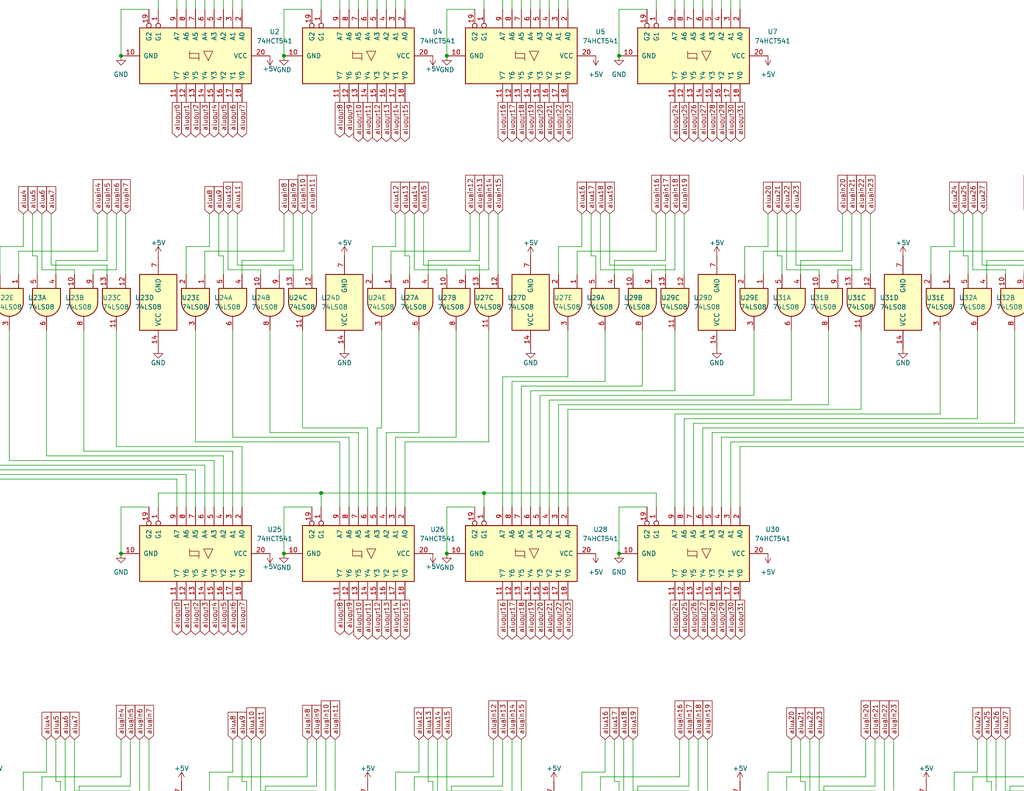
<source format=kicad_sch>
(kicad_sch (version 20211123) (generator eeschema)
  (paper "A")
  (junction (at 121.92 15.24))
  (junction (at 299.72 -151.13))
  (junction (at 180.34 -151.13))
  (junction (at 289.56 -151.13))
  (junction (at 128.27 294.64))
  (junction (at 87.63 -1.27))
  (junction (at 138.43 278.13))
  (junction (at 229.87 -151.13))
  (junction (at 39.37 294.64))
  (junction (at -58.42 -151.13))
  (junction (at 87.63 134.62))
  (junction (at 350.52 -151.13))
  (junction (at 60.96 -151.13))
  (junction (at 83.82 294.64))
  (junction (at 132.08 134.62))
  (junction (at 110.49 -151.13))
  (junction (at -68.58 -151.13))
  (junction (at 33.02 15.24))
  (junction (at 175.26 294.64))
  (junction (at 360.68 -151.13))
  (junction (at 1.27 -151.13))
  (junction (at 120.65 -151.13))
  (junction (at -8.89 -151.13))
  (junction (at 77.47 15.24))
  (junction (at 132.08 -1.27))
  (junction (at 33.02 151.13))
  (junction (at 170.18 -151.13))
  (junction (at 93.98 278.13))
  (junction (at 168.91 151.13))
  (junction (at 50.8 -151.13))
  (junction (at 77.47 151.13))
  (junction (at 240.03 -151.13))
  (junction (at 121.92 151.13))
  (junction (at 168.91 15.24))
  (wire (pts (xy 325.12 -62.23) (xy 316.23 -62.23)))
  (wire (pts (xy 179.07 2.54) (xy 179.07 -1.27)))
  (wire (pts (xy 318.77 58.42) (xy 318.77 72.39)))
  (wire (pts (xy 100.33 -151.13) (xy 110.49 -151.13)))
  (wire (pts (xy 67.31 -163.83) (xy 67.31 -160.02)))
  (wire (pts (xy 0 -68.58) (xy 6.35 -68.58)))
  (wire (pts (xy 29.21 -60.96) (xy 29.21 -63.5)))
  (wire (pts (xy 184.15 2.54) (xy 184.15 -22.86)))
  (wire (pts (xy 113.03 -77.47) (xy 113.03 -62.23)))
  (wire (pts (xy 92.71 120.65) (xy 53.34 120.65)))
  (wire (pts (xy 234.95 58.42) (xy 234.95 73.66)))
  (wire (pts (xy 13.97 58.42) (xy 13.97 72.39)))
  (wire (pts (xy 106.68 -67.31) (xy 128.27 -67.31)))
  (wire (pts (xy 156.21 252.73) (xy 222.25 252.73)))
  (wire (pts (xy -44.45 -77.47) (xy -44.45 -68.58)))
  (wire (pts (xy 309.88 -67.31) (xy 331.47 -67.31)))
  (wire (pts (xy 340.36 201.93) (xy 340.36 214.63)))
  (wire (pts (xy 209.55 -77.47) (xy 209.55 -68.58)))
  (wire (pts (xy 189.23 -158.75) (xy 189.23 -163.83)))
  (wire (pts (xy -39.37 218.44) (xy -39.37 212.09)))
  (wire (pts (xy 132.08 -157.48) (xy 132.08 -163.83)))
  (wire (pts (xy 87.63 134.62) (xy 87.63 138.43)))
  (wire (pts (xy 320.04 -60.96) (xy 320.04 -64.77)))
  (wire (pts (xy 106.68 74.93) (xy 106.68 68.58)))
  (wire (pts (xy 260.35 210.82) (xy 266.7 210.82)))
  (wire (pts (xy 320.04 71.12) (xy 334.01 71.12)))
  (wire (pts (xy -34.29 218.44) (xy -34.29 213.36)))
  (wire (pts (xy 19.05 267.97) (xy 19.05 233.68)))
  (wire (pts (xy 151.13 250.19) (xy 190.5 250.19)))
  (wire (pts (xy -13.97 -160.02) (xy -13.97 -149.86)))
  (wire (pts (xy 181.61 58.42) (xy 181.61 71.12)))
  (wire (pts (xy 92.71 138.43) (xy 92.71 120.65)))
  (wire (pts (xy 121.92 138.43) (xy 129.54 138.43)))
  (wire (pts (xy 0 74.93) (xy 0 67.31)))
  (wire (pts (xy 53.34 128.27) (xy -27.94 128.27)))
  (wire (pts (xy 224.79 218.44) (xy 224.79 214.63)))
  (wire (pts (xy 187.96 201.93) (xy 187.96 214.63)))
  (wire (pts (xy 161.29 58.42) (xy 161.29 69.85)))
  (wire (pts (xy 43.18 -1.27) (xy 87.63 -1.27)))
  (wire (pts (xy 184.15 138.43) (xy 184.15 113.03)))
  (wire (pts (xy 110.49 -77.47) (xy 110.49 -66.04)))
  (wire (pts (xy -8.89 -149.86) (xy -8.89 -151.13)))
  (wire (pts (xy 181.61 74.93) (xy 181.61 72.39)))
  (wire (pts (xy 63.5 -16.51) (xy 63.5 -45.72)))
  (wire (pts (xy -58.42 -151.13) (xy -58.42 -149.86)))
  (wire (pts (xy 259.08 68.58) (xy 280.67 68.58)))
  (wire (pts (xy 53.34 138.43) (xy 53.34 128.27)))
  (wire (pts (xy 29.21 266.7) (xy 29.21 233.68)))
  (wire (pts (xy 308.61 -149.86) (xy 308.61 -151.13)))
  (wire (pts (xy 10.16 -151.13) (xy 1.27 -151.13)))
  (wire (pts (xy 334.01 -60.96) (xy 334.01 -63.5)))
  (wire (pts (xy 199.39 2.54) (xy 199.39 -15.24)))
  (wire (pts (xy 336.55 217.17) (xy 342.9 217.17)))
  (wire (pts (xy 350.52 -149.86) (xy 350.52 -151.13)))
  (wire (pts (xy 266.7 -21.59) (xy 266.7 -45.72)))
  (wire (pts (xy 238.76 201.93) (xy 238.76 214.63)))
  (wire (pts (xy 124.46 -16.51) (xy 124.46 -45.72)))
  (wire (pts (xy 168.91 138.43) (xy 168.91 151.13)))
  (wire (pts (xy 21.59 214.63) (xy 35.56 214.63)))
  (wire (pts (xy 10.16 -60.96) (xy 10.16 -66.04)))
  (wire (pts (xy 67.31 267.97) (xy 19.05 267.97)))
  (wire (pts (xy 107.95 210.82) (xy 114.3 210.82)))
  (wire (pts (xy 196.85 -16.51) (xy 196.85 2.54)))
  (wire (pts (xy 25.4 -62.23) (xy 31.75 -62.23)))
  (wire (pts (xy 190.5 201.93) (xy 190.5 217.17)))
  (wire (pts (xy 59.69 -77.47) (xy 59.69 -66.04)))
  (wire (pts (xy 283.21 -60.96) (xy 283.21 -63.5)))
  (wire (pts (xy 334.01 -63.5) (xy 318.77 -63.5)))
  (wire (pts (xy 208.28 -67.31) (xy 229.87 -67.31)))
  (wire (pts (xy -38.1 129.54) (xy -38.1 90.17)))
  (wire (pts (xy 121.92 2.54) (xy 121.92 15.24)))
  (wire (pts (xy 118.11 213.36) (xy 116.84 213.36)))
  (wire (pts (xy 175.26 105.41) (xy 175.26 90.17)))
  (wire (pts (xy 113.03 218.44) (xy 113.03 212.09)))
  (wire (pts (xy 57.15 210.82) (xy 63.5 210.82)))
  (wire (pts (xy 337.82 201.93) (xy 337.82 212.09)))
  (wire (pts (xy 97.79 -17.78) (xy 73.66 -17.78)))
  (wire (pts (xy 306.07 -133.35) (xy 292.1 -133.35)))
  (wire (pts (xy 304.8 -149.86) (xy 304.8 -157.48)))
  (wire (pts (xy 269.24 74.93) (xy 269.24 71.12)))
  (wire (pts (xy 331.47 217.17) (xy 322.58 217.17)))
  (wire (pts (xy 10.16 69.85) (xy 8.89 69.85)))
  (wire (pts (xy 223.52 -60.96) (xy 223.52 -62.23)))
  (wire (pts (xy 203.2 262.89) (xy 203.2 281.94)))
  (wire (pts (xy 172.72 -62.23) (xy 163.83 -62.23)))
  (wire (pts (xy 60.96 138.43) (xy 60.96 124.46)))
  (wire (pts (xy 50.8 138.43) (xy 50.8 129.54)))
  (wire (pts (xy -49.53 -151.13) (xy -58.42 -151.13)))
  (wire (pts (xy 208.28 -60.96) (xy 208.28 -67.31)))
  (wire (pts (xy 186.69 -21.59) (xy 266.7 -21.59)))
  (wire (pts (xy -39.37 -77.47) (xy -39.37 -62.23)))
  (wire (pts (xy 203.2 -68.58) (xy 209.55 -68.58)))
  (wire (pts (xy 193.04 257.81) (xy 273.05 257.81)))
  (wire (pts (xy -3.81 -158.75) (xy 10.16 -158.75)))
  (wire (pts (xy 199.39 120.65) (xy 327.66 120.65)))
  (wire (pts (xy 283.21 -77.47) (xy 283.21 -64.77)))
  (wire (pts (xy 271.78 201.93) (xy 271.78 217.17)))
  (wire (pts (xy 20.32 74.93) (xy 20.32 73.66)))
  (wire (pts (xy 63.5 119.38) (xy 63.5 90.17)))
  (wire (pts (xy 57.15 -77.47) (xy 57.15 -68.58)))
  (wire (pts (xy 163.83 -77.47) (xy 163.83 -62.23)))
  (wire (pts (xy 274.32 73.66) (xy 265.43 73.66)))
  (wire (pts (xy 55.88 2.54) (xy 55.88 -8.89)))
  (wire (pts (xy 265.43 -77.47) (xy 265.43 -62.23)))
  (wire (pts (xy 265.43 218.44) (xy 265.43 212.09)))
  (wire (pts (xy -29.21 214.63) (xy -15.24 214.63)))
  (wire (pts (xy 322.58 201.93) (xy 322.58 217.17)))
  (wire (pts (xy 21.59 218.44) (xy 21.59 214.63)))
  (wire (pts (xy 114.3 281.94) (xy 114.3 262.89)))
  (wire (pts (xy 34.29 -77.47) (xy 34.29 -60.96)))
  (wire (pts (xy 256.54 113.03) (xy 256.54 90.17)))
  (wire (pts (xy 48.26 130.81) (xy -48.26 130.81)))
  (wire (pts (xy 175.26 -30.48) (xy 175.26 -45.72)))
  (wire (pts (xy 177.8 73.66) (xy 184.15 73.66)))
  (wire (pts (xy 130.81 58.42) (xy 130.81 71.12)))
  (wire (pts (xy 179.07 217.17) (xy 170.18 217.17)))
  (wire (pts (xy 71.12 201.93) (xy 71.12 215.9)))
  (wire (pts (xy 208.28 281.94) (xy 208.28 265.43)))
  (wire (pts (xy 316.23 212.09) (xy 337.82 212.09)))
  (wire (pts (xy 144.78 138.43) (xy 144.78 106.68)))
  (wire (pts (xy 102.87 -132.08) (xy 102.87 -134.62)))
  (wire (pts (xy -40.64 69.85) (xy -41.91 69.85)))
  (wire (pts (xy 109.22 281.94) (xy 109.22 260.35)))
  (wire (pts (xy 222.25 -132.08) (xy 222.25 -134.62)))
  (wire (pts (xy 139.7 104.14) (xy 165.1 104.14)))
  (wire (pts (xy 130.81 -63.5) (xy 115.57 -63.5)))
  (wire (pts (xy 110.49 233.68) (xy 110.49 260.35)))
  (wire (pts (xy 64.77 -128.27) (xy 64.77 -132.08)))
  (wire (pts (xy -53.34 -157.48) (xy -46.99 -157.48)))
  (wire (pts (xy 152.4 74.93) (xy 152.4 67.31)))
  (wire (pts (xy 6.35 210.82) (xy 12.7 210.82)))
  (wire (pts (xy 275.59 218.44) (xy 275.59 214.63)))
  (wire (pts (xy 200.66 281.94) (xy 200.66 261.62)))
  (wire (pts (xy 232.41 -133.35) (xy 232.41 -134.62)))
  (wire (pts (xy 345.44 -160.02) (xy 345.44 -149.86)))
  (wire (pts (xy 66.04 201.93) (xy 66.04 213.36)))
  (wire (pts (xy 104.14 281.94) (xy 104.14 261.62)))
  (wire (pts (xy 168.91 138.43) (xy 176.53 138.43)))
  (wire (pts (xy 186.69 -128.27) (xy 186.69 -133.35)))
  (wire (pts (xy 214.63 -77.47) (xy 214.63 -62.23)))
  (wire (pts (xy 280.67 217.17) (xy 271.78 217.17)))
  (wire (pts (xy 246.38 -128.27) (xy 246.38 -133.35)))
  (wire (pts (xy 110.49 58.42) (xy 110.49 69.85)))
  (wire (pts (xy 8.89 58.42) (xy 8.89 69.85)))
  (wire (pts (xy 146.05 247.65) (xy 171.45 247.65)))
  (wire (pts (xy 147.32 107.95) (xy 205.74 107.95)))
  (wire (pts (xy 311.15 -134.62) (xy 311.15 -128.27)))
  (wire (pts (xy 50.8 -149.86) (xy 50.8 -151.13)))
  (wire (pts (xy 167.64 71.12) (xy 181.61 71.12)))
  (wire (pts (xy 33.02 2.54) (xy 33.02 15.24)))
  (wire (pts (xy 170.18 -149.86) (xy 170.18 -151.13)))
  (wire (pts (xy -44.45 58.42) (xy -44.45 67.31)))
  (wire (pts (xy -44.45 -163.83) (xy -44.45 -149.86)))
  (wire (pts (xy 82.55 58.42) (xy 82.55 73.66)))
  (wire (pts (xy 311.15 210.82) (xy 317.5 210.82)))
  (wire (pts (xy -46.99 -157.48) (xy -46.99 -163.83)))
  (wire (pts (xy 365.76 -149.86) (xy 365.76 -157.48)))
  (wire (pts (xy -41.91 274.32) (xy -41.91 233.68)))
  (wire (pts (xy -19.05 127) (xy -19.05 90.17)))
  (wire (pts (xy 29.21 -63.5) (xy 13.97 -63.5)))
  (wire (pts (xy 223.52 -62.23) (xy 214.63 -62.23)))
  (wire (pts (xy 189.23 -151.13) (xy 180.34 -151.13)))
  (wire (pts (xy 364.49 -128.27) (xy 364.49 -132.08)))
  (wire (pts (xy 104.14 90.17) (xy 104.14 116.84)))
  (wire (pts (xy 280.67 -77.47) (xy 280.67 -67.31)))
  (wire (pts (xy 179.07 134.62) (xy 132.08 134.62)))
  (wire (pts (xy 110.49 -15.24) (xy 133.35 -15.24)))
  (wire (pts (xy 161.29 246.38) (xy 161.29 233.68)))
  (wire (pts (xy -53.34 -149.86) (xy -53.34 -157.48)))
  (wire (pts (xy 254 -163.83) (xy 254 -149.86)))
  (wire (pts (xy 228.6 -62.23) (xy 234.95 -62.23)))
  (wire (pts (xy -12.7 201.93) (xy -12.7 217.17)))
  (wire (pts (xy 116.84 281.94) (xy 116.84 264.16)))
  (wire (pts (xy -19.05 218.44) (xy -19.05 217.17)))
  (wire (pts (xy 340.36 218.44) (xy 340.36 215.9)))
  (wire (pts (xy 83.82 281.94) (xy 91.44 281.94)))
  (wire (pts (xy 59.69 58.42) (xy 59.69 69.85)))
  (wire (pts (xy 285.75 -77.47) (xy 285.75 -62.23)))
  (wire (pts (xy 308.61 -158.75) (xy 308.61 -163.83)))
  (wire (pts (xy 11.43 -77.47) (xy 11.43 -62.23)))
  (wire (pts (xy 15.24 71.12) (xy 29.21 71.12)))
  (wire (pts (xy 218.44 74.93) (xy 218.44 71.12)))
  (wire (pts (xy 318.77 -77.47) (xy 318.77 -63.5)))
  (wire (pts (xy -35.56 -64.77) (xy -21.59 -64.77)))
  (wire (pts (xy 217.17 -77.47) (xy 217.17 -63.5)))
  (wire (pts (xy 55.88 -8.89) (xy -19.05 -8.89)))
  (wire (pts (xy 167.64 74.93) (xy 167.64 71.12)))
  (wire (pts (xy 345.44 201.93) (xy 345.44 218.44)))
  (wire (pts (xy 229.87 -151.13) (xy 240.03 -151.13)))
  (wire (pts (xy 116.84 71.12) (xy 130.81 71.12)))
  (wire (pts (xy 86.36 215.9) (xy 71.12 215.9)))
  (wire (pts (xy -73.66 -160.02) (xy -73.66 -149.86)))
  (wire (pts (xy 288.29 58.42) (xy 288.29 74.93)))
  (wire (pts (xy 223.52 201.93) (xy 223.52 215.9)))
  (wire (pts (xy 60.96 74.93) (xy 60.96 69.85)))
  (wire (pts (xy 55.88 138.43) (xy 55.88 127)))
  (wire (pts (xy -50.8 67.31) (xy -44.45 67.31)))
  (wire (pts (xy 177.8 74.93) (xy 177.8 73.66)))
  (wire (pts (xy 129.54 -128.27) (xy 129.54 -134.62)))
  (wire (pts (xy 55.88 74.93) (xy 55.88 68.58)))
  (wire (pts (xy 279.4 -149.86) (xy 279.4 -151.13)))
  (wire (pts (xy 38.1 265.43) (xy 38.1 233.68)))
  (wire (pts (xy 101.6 262.89) (xy 69.85 262.89)))
  (wire (pts (xy 193.04 201.93) (xy 193.04 218.44)))
  (wire (pts (xy 285.75 217.17) (xy 292.1 217.17)))
  (wire (pts (xy 184.15 -22.86) (xy 256.54 -22.86)))
  (wire (pts (xy 336.55 218.44) (xy 336.55 217.17)))
  (wire (pts (xy 172.72 -60.96) (xy 172.72 -62.23)))
  (wire (pts (xy 104.14 -45.72) (xy 104.14 -19.05)))
  (wire (pts (xy 139.7 -31.75) (xy 165.1 -31.75)))
  (wire (pts (xy 311.15 58.42) (xy 311.15 67.31)))
  (wire (pts (xy 184.15 -77.47) (xy 184.15 -62.23)))
  (wire (pts (xy 311.15 218.44) (xy 311.15 210.82)))
  (wire (pts (xy 80.01 -77.47) (xy 80.01 -64.77)))
  (wire (pts (xy 336.55 -13.97) (xy 336.55 -45.72)))
  (wire (pts (xy -49.53 -158.75) (xy -49.53 -163.83)))
  (wire (pts (xy 285.75 116.84) (xy 285.75 90.17)))
  (wire (pts (xy 80.01 -60.96) (xy 80.01 -63.5)))
  (wire (pts (xy 194.31 -17.78) (xy 307.34 -17.78)))
  (wire (pts (xy 106.68 -60.96) (xy 106.68 -67.31)))
  (wire (pts (xy 331.47 58.42) (xy 331.47 68.58)))
  (wire (pts (xy 133.35 -77.47) (xy 133.35 -62.23)))
  (wire (pts (xy 55.88 127) (xy -19.05 127)))
  (wire (pts (xy 124.46 119.38) (xy 124.46 90.17)))
  (wire (pts (xy 139.7 2.54) (xy 139.7 -31.75)))
  (wire (pts (xy 111.76 -66.04) (xy 110.49 -66.04)))
  (wire (pts (xy 283.21 259.08) (xy 283.21 233.68)))
  (wire (pts (xy 68.58 201.93) (xy 68.58 217.17)))
  (wire (pts (xy 93.98 278.13) (xy 93.98 281.94)))
  (wire (pts (xy 59.69 271.78) (xy -21.59 271.78)))
  (wire (pts (xy 127 74.93) (xy 127 73.66)))
  (wire (pts (xy 369.57 -149.86) (xy 369.57 -151.13)))
  (wire (pts (xy 254 -60.96) (xy 254 -68.58)))
  (wire (pts (xy 186.69 -133.35) (xy 172.72 -133.35)))
  (wire (pts (xy 303.53 -132.08) (xy 281.94 -132.08)))
  (wire (pts (xy 67.31 -160.02) (xy 45.72 -160.02)))
  (wire (pts (xy 26.67 -77.47) (xy 26.67 -67.31)))
  (wire (pts (xy 64.77 -77.47) (xy 64.77 -63.5)))
  (wire (pts (xy -29.21 218.44) (xy -29.21 214.63)))
  (wire (pts (xy -19.05 -149.86) (xy -19.05 -151.13)))
  (wire (pts (xy 142.24 138.43) (xy 142.24 105.41)))
  (wire (pts (xy 127 -60.96) (xy 127 -62.23)))
  (wire (pts (xy 58.42 138.43) (xy 58.42 125.73)))
  (wire (pts (xy 71.12 -62.23) (xy 62.23 -62.23)))
  (wire (pts (xy -10.16 201.93) (xy -10.16 218.44)))
  (wire (pts (xy -21.59 -77.47) (xy -21.59 -64.77)))
  (wire (pts (xy -54.61 -132.08) (xy -76.2 -132.08)))
  (wire (pts (xy 251.46 -157.48) (xy 251.46 -163.83)))
  (wire (pts (xy 54.61 274.32) (xy -41.91 274.32)))
  (wire (pts (xy 66.04 -60.96) (xy 66.04 -64.77)))
  (wire (pts (xy 313.69 58.42) (xy 313.69 69.85)))
  (wire (pts (xy 222.25 252.73) (xy 222.25 233.68)))
  (wire (pts (xy 184.15 217.17) (xy 190.5 217.17)))
  (wire (pts (xy 350.52 -151.13) (xy 360.68 -151.13)))
  (wire (pts (xy 5.08 -67.31) (xy 26.67 -67.31)))
  (wire (pts (xy 374.65 -163.83) (xy 374.65 -149.86)))
  (wire (pts (xy 137.16 2.54) (xy 137.16 -33.02)))
  (wire (pts (xy 33.02 201.93) (xy 33.02 212.09)))
  (wire (pts (xy 232.41 254) (xy 232.41 233.68)))
  (wire (pts (xy 114.3 118.11) (xy 114.3 90.17)))
  (wire (pts (xy 175.26 281.94) (xy 182.88 281.94)))
  (wire (pts (xy 260.35 -77.47) (xy 260.35 -68.58)))
  (wire (pts (xy 191.77 138.43) (xy 191.77 116.84)))
  (wire (pts (xy 217.17 58.42) (xy 217.17 72.39)))
  (wire (pts (xy 248.92 -134.62) (xy 242.57 -134.62)))
  (wire (pts (xy 246.38 -163.83) (xy 246.38 -160.02)))
  (wire (pts (xy -27.94 -7.62) (xy -27.94 -45.72)))
  (wire (pts (xy 313.69 -77.47) (xy 313.69 -66.04)))
  (wire (pts (xy 218.44 71.12) (xy 232.41 71.12)))
  (wire (pts (xy 57.15 58.42) (xy 57.15 67.31)))
  (wire (pts (xy 340.36 215.9) (xy 325.12 215.9)))
  (wire (pts (xy 66.04 121.92) (xy 31.75 121.92)))
  (wire (pts (xy 189.23 -20.32) (xy 276.86 -20.32)))
  (wire (pts (xy 320.04 74.93) (xy 320.04 71.12)))
  (wire (pts (xy 339.09 58.42) (xy 339.09 74.93)))
  (wire (pts (xy 105.41 118.11) (xy 114.3 118.11)))
  (wire (pts (xy 262.89 256.54) (xy 262.89 233.68)))
  (wire (pts (xy 48.26 138.43) (xy 48.26 130.81)))
  (wire (pts (xy 187.96 215.9) (xy 172.72 215.9)))
  (wire (pts (xy 121.92 2.54) (xy 129.54 2.54)))
  (wire (pts (xy 116.84 201.93) (xy 116.84 213.36)))
  (wire (pts (xy 254 74.93) (xy 254 67.31)))
  (wire (pts (xy 144.78 -29.21) (xy 184.15 -29.21)))
  (wire (pts (xy 8.89 -77.47) (xy 8.89 -66.04)))
  (wire (pts (xy 165.1 201.93) (xy 165.1 210.82)))
  (wire (pts (xy 157.48 -67.31) (xy 179.07 -67.31)))
  (wire (pts (xy 228.6 -60.96) (xy 228.6 -62.23)))
  (wire (pts (xy 186.69 -163.83) (xy 186.69 -160.02)))
  (wire (pts (xy 100.33 116.84) (xy 82.55 116.84)))
  (wire (pts (xy 279.4 -151.13) (xy 289.56 -151.13)))
  (wire (pts (xy 116.84 264.16) (xy 139.7 264.16)))
  (wire (pts (xy 64.77 -132.08) (xy 43.18 -132.08)))
  (wire (pts (xy 289.56 201.93) (xy 289.56 214.63)))
  (wire (pts (xy 270.51 218.44) (xy 270.51 213.36)))
  (wire (pts (xy 229.87 218.44) (xy 229.87 217.17)))
  (wire (pts (xy 64.77 281.94) (xy 64.77 269.24)))
  (wire (pts (xy 115.57 -149.86) (xy 115.57 -158.75)))
  (wire (pts (xy 342.9 265.43) (xy 342.9 233.68)))
  (wire (pts (xy 325.12 201.93) (xy 325.12 215.9)))
  (wire (pts (xy 29.21 58.42) (xy 29.21 71.12)))
  (wire (pts (xy 274.32 -60.96) (xy 274.32 -62.23)))
  (wire (pts (xy 186.69 138.43) (xy 186.69 114.3)))
  (wire (pts (xy 168.91 2.54) (xy 168.91 15.24)))
  (wire (pts (xy 82.55 218.44) (xy 82.55 217.17)))
  (wire (pts (xy 17.78 201.93) (xy 17.78 217.17)))
  (wire (pts (xy 12.7 -134.62) (xy 12.7 -128.27)))
  (wire (pts (xy 162.56 -60.96) (xy 162.56 -66.04)))
  (wire (pts (xy -45.72 68.58) (xy -24.13 68.58)))
  (wire (pts (xy 149.86 138.43) (xy 149.86 109.22)))
  (wire (pts (xy 53.34 2.54) (xy 53.34 -7.62)))
  (wire (pts (xy 80.01 58.42) (xy 80.01 71.12)))
  (wire (pts (xy 116.84 -64.77) (xy 130.81 -64.77)))
  (wire (pts (xy 29.21 -77.47) (xy 29.21 -64.77)))
  (wire (pts (xy 130.81 72.39) (xy 115.57 72.39)))
  (wire (pts (xy 158.75 218.44) (xy 158.75 210.82)))
  (wire (pts (xy -52.07 -128.27) (xy -52.07 -133.35)))
  (wire (pts (xy 102.87 138.43) (xy 102.87 116.84)))
  (wire (pts (xy 215.9 -26.67) (xy 215.9 -45.72)))
  (wire (pts (xy 101.6 67.31) (xy 107.95 67.31)))
  (wire (pts (xy 20.32 201.93) (xy 20.32 215.9)))
  (wire (pts (xy 133.35 -15.24) (xy 133.35 -45.72)))
  (wire (pts (xy 191.77 -157.48) (xy 191.77 -163.83)))
  (wire (pts (xy 289.56 -149.86) (xy 289.56 -151.13)))
  (wire (pts (xy 7.62 -160.02) (xy -13.97 -160.02)))
  (wire (pts (xy 234.95 218.44) (xy 234.95 217.17)))
  (wire (pts (xy -19.05 -77.47) (xy -19.05 -62.23)))
  (wire (pts (xy 279.4 74.93) (xy 279.4 73.66)))
  (wire (pts (xy 313.69 -163.83) (xy 313.69 -149.86)))
  (wire (pts (xy 173.99 218.44) (xy 173.99 214.63)))
  (wire (pts (xy 6.35 -77.47) (xy 6.35 -68.58)))
  (wire (pts (xy 132.08 138.43) (xy 132.08 134.62)))
  (wire (pts (xy 320.04 201.93) (xy 320.04 213.36)))
  (wire (pts (xy 77.47 -77.47) (xy 77.47 -67.31)))
  (wire (pts (xy 193.04 281.94) (xy 193.04 257.81)))
  (wire (pts (xy 69.85 -158.75) (xy 69.85 -163.83)))
  (wire (pts (xy 285.75 58.42) (xy 285.75 73.66)))
  (wire (pts (xy 184.15 -29.21) (xy 184.15 -45.72)))
  (wire (pts (xy -30.48 -62.23) (xy -39.37 -62.23)))
  (wire (pts (xy 95.25 119.38) (xy 63.5 119.38)))
  (wire (pts (xy 369.57 -158.75) (xy 369.57 -163.83)))
  (wire (pts (xy 342.9 -132.08) (xy 342.9 -134.62)))
  (wire (pts (xy 205.74 107.95) (xy 205.74 90.17)))
  (wire (pts (xy 5.08 -132.08) (xy -16.51 -132.08)))
  (wire (pts (xy -68.58 -151.13) (xy -58.42 -151.13)))
  (wire (pts (xy 127 -160.02) (xy 105.41 -160.02)))
  (wire (pts (xy 109.22 260.35) (xy 110.49 260.35)))
  (wire (pts (xy 365.76 -157.48) (xy 372.11 -157.48)))
  (wire (pts (xy 218.44 -64.77) (xy 232.41 -64.77)))
  (wire (pts (xy 228.6 73.66) (xy 234.95 73.66)))
  (wire (pts (xy 33.02 138.43) (xy 33.02 151.13)))
  (wire (pts (xy -76.2 -132.08) (xy -76.2 -134.62)))
  (wire (pts (xy 135.89 -77.47) (xy 135.89 -60.96)))
  (wire (pts (xy 167.64 201.93) (xy 167.64 213.36)))
  (wire (pts (xy 82.55 -19.05) (xy 82.55 -45.72)))
  (wire (pts (xy 158.75 210.82) (xy 165.1 210.82)))
  (wire (pts (xy 189.23 138.43) (xy 189.23 115.57)))
  (wire (pts (xy 55.88 -158.75) (xy 69.85 -158.75)))
  (wire (pts (xy 308.61 -134.62) (xy 302.26 -134.62)))
  (wire (pts (xy 248.92 -158.75) (xy 248.92 -163.83)))
  (wire (pts (xy 259.08 74.93) (xy 259.08 68.58)))
  (wire (pts (xy 203.2 67.31) (xy 209.55 67.31)))
  (wire (pts (xy 259.08 -60.96) (xy 259.08 -67.31)))
  (wire (pts (xy 264.16 -60.96) (xy 264.16 -66.04)))
  (wire (pts (xy 220.98 201.93) (xy 220.98 217.17)))
  (wire (pts (xy -6.35 -133.35) (xy -6.35 -134.62)))
  (wire (pts (xy 309.88 74.93) (xy 309.88 68.58)))
  (wire (pts (xy 33.02 138.43) (xy 40.64 138.43)))
  (wire (pts (xy 31.75 58.42) (xy 31.75 73.66)))
  (wire (pts (xy 132.08 2.54) (xy 132.08 -1.27)))
  (wire (pts (xy 218.44 201.93) (xy 218.44 213.36)))
  (wire (pts (xy 232.41 -63.5) (xy 217.17 -63.5)))
  (wire (pts (xy 50.8 74.93) (xy 50.8 67.31)))
  (wire (pts (xy 154.94 2.54) (xy 154.94 -24.13)))
  (wire (pts (xy -16.51 58.42) (xy -16.51 74.93)))
  (wire (pts (xy 121.92 -60.96) (xy 121.92 -62.23)))
  (wire (pts (xy 105.41 -17.78) (xy 114.3 -17.78)))
  (wire (pts (xy 260.35 218.44) (xy 260.35 210.82)))
  (wire (pts (xy 130.81 -77.47) (xy 130.81 -64.77)))
  (wire (pts (xy 232.41 72.39) (xy 217.17 72.39)))
  (wire (pts (xy 181.61 -60.96) (xy 181.61 -63.5)))
  (wire (pts (xy 143.51 246.38) (xy 161.29 246.38)))
  (wire (pts (xy 111.76 281.94) (xy 111.76 261.62)))
  (wire (pts (xy 184.15 218.44) (xy 184.15 217.17)))
  (wire (pts (xy 308.61 -128.27) (xy 308.61 -134.62)))
  (wire (pts (xy 190.5 256.54) (xy 262.89 256.54)))
  (wire (pts (xy 327.66 120.65) (xy 327.66 90.17)))
  (wire (pts (xy 110.49 138.43) (xy 110.49 120.65)))
  (wire (pts (xy 283.21 74.93) (xy 283.21 72.39)))
  (wire (pts (xy 292.1 -133.35) (xy 292.1 -134.62)))
  (wire (pts (xy 283.21 58.42) (xy 283.21 71.12)))
  (wire (pts (xy 276.86 115.57) (xy 276.86 90.17)))
  (wire (pts (xy 294.64 -158.75) (xy 308.61 -158.75)))
  (wire (pts (xy 53.34 -7.62) (xy -27.94 -7.62)))
  (wire (pts (xy 232.41 -77.47) (xy 232.41 -64.77)))
  (wire (pts (xy -30.48 201.93) (xy -30.48 215.9)))
  (wire (pts (xy 179.07 138.43) (xy 179.07 134.62)))
  (wire (pts (xy -31.75 273.05) (xy -31.75 233.68)))
  (wire (pts (xy 111.76 74.93) (xy 111.76 69.85)))
  (wire (pts (xy 20.32 73.66) (xy 11.43 73.66)))
  (wire (pts (xy 166.37 58.42) (xy 166.37 72.39)))
  (wire (pts (xy 66.04 138.43) (xy 66.04 121.92)))
  (wire (pts (xy 35.56 218.44) (xy 35.56 215.9)))
  (wire (pts (xy 105.41 -160.02) (xy 105.41 -149.86)))
  (wire (pts (xy 135.89 58.42) (xy 135.89 74.93)))
  (wire (pts (xy 125.73 -157.48) (xy 132.08 -157.48)))
  (wire (pts (xy 137.16 -33.02) (xy 154.94 -33.02)))
  (wire (pts (xy 64.77 58.42) (xy 64.77 72.39)))
  (wire (pts (xy 248.92 -149.86) (xy 248.92 -151.13)))
  (wire (pts (xy 127 -128.27) (xy 127 -133.35)))
  (wire (pts (xy 62.23 270.51) (xy -12.7 270.51)))
  (wire (pts (xy -30.48 -60.96) (xy -30.48 -62.23)))
  (wire (pts (xy 124.46 -128.27) (xy 124.46 -132.08)))
  (wire (pts (xy 82.55 217.17) (xy 88.9 217.17)))
  (wire (pts (xy 325.12 -60.96) (xy 325.12 -62.23)))
  (wire (pts (xy 199.39 138.43) (xy 199.39 120.65)))
  (wire (pts (xy 200.66 261.62) (xy 313.69 261.62)))
  (wire (pts (xy 245.11 -157.48) (xy 251.46 -157.48)))
  (wire (pts (xy 66.04 74.93) (xy 66.04 71.12)))
  (wire (pts (xy 128.27 218.44) (xy 128.27 217.17)))
  (wire (pts (xy 48.26 2.54) (xy 48.26 -5.08)))
  (wire (pts (xy 107.95 -16.51) (xy 124.46 -16.51)))
  (wire (pts (xy 167.64 -60.96) (xy 167.64 -64.77)))
  (wire (pts (xy 172.72 74.93) (xy 172.72 73.66)))
  (wire (pts (xy 15.24 201.93) (xy 15.24 213.36)))
  (wire (pts (xy 369.57 -134.62) (xy 363.22 -134.62)))
  (wire (pts (xy 118.11 218.44) (xy 118.11 213.36)))
  (wire (pts (xy 234.95 -158.75) (xy 248.92 -158.75)))
  (wire (pts (xy 306.07 -163.83) (xy 306.07 -160.02)))
  (wire (pts (xy 107.95 218.44) (xy 107.95 210.82)))
  (wire (pts (xy -48.26 -5.08) (xy -48.26 -45.72)))
  (wire (pts (xy 130.81 74.93) (xy 130.81 72.39)))
  (wire (pts (xy 69.85 281.94) (xy 69.85 266.7)))
  (wire (pts (xy 372.11 -157.48) (xy 372.11 -163.83)))
  (wire (pts (xy 173.99 214.63) (xy 187.96 214.63)))
  (wire (pts (xy 208.28 265.43) (xy 342.9 265.43)))
  (wire (pts (xy 153.67 251.46) (xy 212.09 251.46)))
  (wire (pts (xy 92.71 -15.24) (xy 53.34 -15.24)))
  (wire (pts (xy 213.36 74.93) (xy 213.36 69.85)))
  (wire (pts (xy 5.08 -128.27) (xy 5.08 -132.08)))
  (wire (pts (xy 72.39 -134.62) (xy 72.39 -128.27)))
  (wire (pts (xy 148.59 281.94) (xy 148.59 248.92)))
  (wire (pts (xy 326.39 214.63) (xy 340.36 214.63)))
  (wire (pts (xy 121.92 138.43) (xy 121.92 151.13)))
  (wire (pts (xy 144.78 106.68) (xy 184.15 106.68)))
  (wire (pts (xy 189.23 -134.62) (xy 182.88 -134.62)))
  (wire (pts (xy 43.18 2.54) (xy 43.18 -1.27)))
  (wire (pts (xy 309.88 68.58) (xy 331.47 68.58)))
  (wire (pts (xy -35.56 -60.96) (xy -35.56 -64.77)))
  (wire (pts (xy 127 -163.83) (xy 127 -160.02)))
  (wire (pts (xy 190.5 281.94) (xy 190.5 256.54)))
  (wire (pts (xy 342.9 201.93) (xy 342.9 217.17)))
  (wire (pts (xy 77.47 217.17) (xy 68.58 217.17)))
  (wire (pts (xy 25.4 74.93) (xy 25.4 73.66)))
  (wire (pts (xy 63.5 -12.7) (xy 22.86 -12.7)))
  (wire (pts (xy 160.02 -151.13) (xy 170.18 -151.13)))
  (wire (pts (xy 170.18 201.93) (xy 170.18 217.17)))
  (wire (pts (xy 6.35 -157.48) (xy 12.7 -157.48)))
  (wire (pts (xy 100.33 2.54) (xy 100.33 -19.05)))
  (wire (pts (xy -19.05 -8.89) (xy -19.05 -45.72)))
  (wire (pts (xy 317.5 119.38) (xy 317.5 90.17)))
  (wire (pts (xy 313.69 261.62) (xy 313.69 233.68)))
  (wire (pts (xy 281.94 -132.08) (xy 281.94 -134.62)))
  (wire (pts (xy 33.02 2.54) (xy 40.64 2.54)))
  (wire (pts (xy 66.04 -64.77) (xy 80.01 -64.77)))
  (wire (pts (xy 306.07 -128.27) (xy 306.07 -133.35)))
  (wire (pts (xy 80.01 74.93) (xy 80.01 72.39)))
  (wire (pts (xy 101.6 281.94) (xy 101.6 262.89)))
  (wire (pts (xy 50.8 -151.13) (xy 60.96 -151.13)))
  (wire (pts (xy 10.16 74.93) (xy 10.16 69.85)))
  (wire (pts (xy 50.8 129.54) (xy -38.1 129.54)))
  (wire (pts (xy 127 -133.35) (xy 113.03 -133.35)))
  (wire (pts (xy 66.04 -149.86) (xy 66.04 -157.48)))
  (wire (pts (xy 91.44 201.93) (xy 91.44 218.44)))
  (wire (pts (xy 214.63 218.44) (xy 214.63 212.09)))
  (wire (pts (xy 288.29 -77.47) (xy 288.29 -60.96)))
  (wire (pts (xy 152.4 2.54) (xy 152.4 -25.4)))
  (wire (pts (xy -41.91 -77.47) (xy -41.91 -66.04)))
  (wire (pts (xy 50.8 -68.58) (xy 57.15 -68.58)))
  (wire (pts (xy 186.69 -77.47) (xy 186.69 -60.96)))
  (wire (pts (xy 10.16 -134.62) (xy 3.81 -134.62)))
  (wire (pts (xy 58.42 2.54) (xy 58.42 -10.16)))
  (wire (pts (xy 320.04 -64.77) (xy 334.01 -64.77)))
  (wire (pts (xy 10.16 -128.27) (xy 10.16 -134.62)))
  (wire (pts (xy 285.75 -19.05) (xy 285.75 -45.72)))
  (wire (pts (xy 355.6 -158.75) (xy 369.57 -158.75)))
  (wire (pts (xy 229.87 217.17) (xy 220.98 217.17)))
  (wire (pts (xy 199.39 -15.24) (xy 327.66 -15.24)))
  (wire (pts (xy 12.7 201.93) (xy 12.7 210.82)))
  (wire (pts (xy 215.9 109.22) (xy 215.9 90.17)))
  (wire (pts (xy 144.78 2.54) (xy 144.78 -29.21)))
  (wire (pts (xy 5.08 68.58) (xy 26.67 68.58)))
  (wire (pts (xy 97.79 118.11) (xy 73.66 118.11)))
  (wire (pts (xy 29.21 72.39) (xy 13.97 72.39)))
  (wire (pts (xy 157.48 -60.96) (xy 157.48 -67.31)))
  (wire (pts (xy 195.58 281.94) (xy 195.58 259.08)))
  (wire (pts (xy -27.94 128.27) (xy -27.94 90.17)))
  (wire (pts (xy 209.55 210.82) (xy 215.9 210.82)))
  (wire (pts (xy 292.1 260.35) (xy 292.1 233.68)))
  (wire (pts (xy 203.2 262.89) (xy 323.85 262.89)))
  (wire (pts (xy -45.72 -67.31) (xy -24.13 -67.31)))
  (wire (pts (xy 77.47 218.44) (xy 77.47 217.17)))
  (wire (pts (xy 181.61 72.39) (xy 166.37 72.39)))
  (wire (pts (xy 95.25 2.54) (xy 95.25 -16.51)))
  (wire (pts (xy 184.15 113.03) (xy 256.54 113.03)))
  (wire (pts (xy 147.32 138.43) (xy 147.32 107.95)))
  (wire (pts (xy 11.43 212.09) (xy 33.02 212.09)))
  (wire (pts (xy 163.83 218.44) (xy 163.83 212.09)))
  (wire (pts (xy 269.24 -64.77) (xy 283.21 -64.77)))
  (wire (pts (xy 59.69 264.16) (xy 59.69 233.68)))
  (wire (pts (xy 229.87 58.42) (xy 229.87 68.58)))
  (wire (pts (xy 219.71 -149.86) (xy 219.71 -151.13)))
  (wire (pts (xy 219.71 213.36) (xy 218.44 213.36)))
  (wire (pts (xy 113.03 212.09) (xy 134.62 212.09)))
  (wire (pts (xy 229.87 -77.47) (xy 229.87 -67.31)))
  (wire (pts (xy 264.16 69.85) (xy 262.89 69.85)))
  (wire (pts (xy 238.76 218.44) (xy 238.76 215.9)))
  (wire (pts (xy 162.56 -132.08) (xy 162.56 -134.62)))
  (wire (pts (xy 38.1 201.93) (xy 38.1 217.17)))
  (wire (pts (xy 203.2 -60.96) (xy 203.2 -68.58)))
  (wire (pts (xy 143.51 281.94) (xy 143.51 246.38)))
  (wire (pts (xy 254 67.31) (xy 260.35 67.31)))
  (wire (pts (xy 280.67 58.42) (xy 280.67 68.58)))
  (wire (pts (xy 139.7 201.93) (xy 139.7 217.17)))
  (wire (pts (xy 25.4 -60.96) (xy 25.4 -62.23)))
  (wire (pts (xy -24.13 218.44) (xy -24.13 217.17)))
  (wire (pts (xy 58.42 125.73) (xy 2.54 125.73)))
  (wire (pts (xy 309.88 -60.96) (xy 309.88 -67.31)))
  (wire (pts (xy 31.75 -77.47) (xy 31.75 -62.23)))
  (wire (pts (xy 60.96 -66.04) (xy 59.69 -66.04)))
  (wire (pts (xy -17.78 201.93) (xy -17.78 212.09)))
  (wire (pts (xy 123.19 214.63) (xy 137.16 214.63)))
  (wire (pts (xy 161.29 255.27) (xy 241.3 255.27)))
  (wire (pts (xy -52.07 -133.35) (xy -66.04 -133.35)))
  (wire (pts (xy 274.32 201.93) (xy 274.32 215.9)))
  (wire (pts (xy 62.23 212.09) (xy 83.82 212.09)))
  (wire (pts (xy 208.28 68.58) (xy 229.87 68.58)))
  (wire (pts (xy 147.32 -27.94) (xy 205.74 -27.94)))
  (wire (pts (xy 334.01 264.16) (xy 334.01 233.68)))
  (wire (pts (xy 59.69 281.94) (xy 59.69 271.78)))
  (wire (pts (xy 154.94 111.76) (xy 234.95 111.76)))
  (wire (pts (xy 100.33 -19.05) (xy 82.55 -19.05)))
  (wire (pts (xy 205.74 281.94) (xy 205.74 264.16)))
  (wire (pts (xy 72.39 218.44) (xy 72.39 214.63)))
  (wire (pts (xy 209.55 58.42) (xy 209.55 67.31)))
  (wire (pts (xy 137.16 215.9) (xy 121.92 215.9)))
  (wire (pts (xy 102.87 -19.05) (xy 104.14 -19.05)))
  (wire (pts (xy -50.8 -60.96) (xy -50.8 -68.58)))
  (wire (pts (xy 95.25 138.43) (xy 95.25 119.38)))
  (wire (pts (xy 289.56 -151.13) (xy 299.72 -151.13)))
  (wire (pts (xy 355.6 -149.86) (xy 355.6 -158.75)))
  (wire (pts (xy 128.27 58.42) (xy 128.27 68.58)))
  (wire (pts (xy 120.65 -151.13) (xy 120.65 -149.86)))
  (wire (pts (xy -44.45 210.82) (xy -38.1 210.82)))
  (wire (pts (xy -21.59 -60.96) (xy -21.59 -63.5)))
  (wire (pts (xy -21.59 271.78) (xy -21.59 233.68)))
  (wire (pts (xy 201.93 121.92) (xy 336.55 121.92)))
  (wire (pts (xy 50.8 -60.96) (xy 50.8 -68.58)))
  (wire (pts (xy 245.11 -149.86) (xy 245.11 -157.48)))
  (wire (pts (xy 184.15 58.42) (xy 184.15 73.66)))
  (wire (pts (xy 99.06 264.16) (xy 59.69 264.16)))
  (wire (pts (xy 156.21 281.94) (xy 156.21 252.73)))
  (wire (pts (xy 147.32 2.54) (xy 147.32 -27.94)))
  (wire (pts (xy 67.31 213.36) (xy 66.04 213.36)))
  (wire (pts (xy 165.1 -160.02) (xy 165.1 -149.86)))
  (wire (pts (xy 367.03 -163.83) (xy 367.03 -160.02)))
  (wire (pts (xy 325.12 73.66) (xy 316.23 73.66)))
  (wire (pts (xy -8.89 -151.13) (xy 1.27 -151.13)))
  (wire (pts (xy 208.28 74.93) (xy 208.28 68.58)))
  (wire (pts (xy 238.76 215.9) (xy 223.52 215.9)))
  (wire (pts (xy -45.72 -60.96) (xy -45.72 -67.31)))
  (wire (pts (xy 8.89 269.24) (xy 8.89 233.68)))
  (wire (pts (xy 181.61 -77.47) (xy 181.61 -64.77)))
  (wire (pts (xy 285.75 218.44) (xy 285.75 217.17)))
  (wire (pts (xy 7.62 -133.35) (xy -6.35 -133.35)))
  (wire (pts (xy 101.6 74.93) (xy 101.6 67.31)))
  (wire (pts (xy 69.85 262.89) (xy 69.85 233.68)))
  (wire (pts (xy -15.24 215.9) (xy -30.48 215.9)))
  (wire (pts (xy -66.04 -133.35) (xy -66.04 -134.62)))
  (wire (pts (xy 127 -62.23) (xy 133.35 -62.23)))
  (wire (pts (xy 167.64 -64.77) (xy 181.61 -64.77)))
  (wire (pts (xy 157.48 68.58) (xy 179.07 68.58)))
  (wire (pts (xy 92.71 2.54) (xy 92.71 -15.24)))
  (wire (pts (xy 137.16 102.87) (xy 154.94 102.87)))
  (wire (pts (xy 157.48 74.93) (xy 157.48 68.58)))
  (wire (pts (xy 165.1 104.14) (xy 165.1 90.17)))
  (wire (pts (xy 129.54 -151.13) (xy 120.65 -151.13)))
  (wire (pts (xy 152.4 138.43) (xy 152.4 110.49)))
  (wire (pts (xy 154.94 138.43) (xy 154.94 111.76)))
  (wire (pts (xy -34.29 213.36) (xy -35.56 213.36)))
  (wire (pts (xy -63.5 -149.86) (xy -63.5 -158.75)))
  (wire (pts (xy 186.69 -160.02) (xy 165.1 -160.02)))
  (wire (pts (xy 69.85 -149.86) (xy 69.85 -151.13)))
  (wire (pts (xy 267.97 -77.47) (xy 267.97 -63.5)))
  (wire (pts (xy 229.87 -149.86) (xy 229.87 -151.13)))
  (wire (pts (xy 7.62 -163.83) (xy 7.62 -160.02)))
  (wire (pts (xy 266.7 201.93) (xy 266.7 210.82)))
  (wire (pts (xy 130.81 262.89) (xy 130.81 233.68)))
  (wire (pts (xy 63.5 201.93) (xy 63.5 210.82)))
  (wire (pts (xy 82.55 -77.47) (xy 82.55 -62.23)))
  (wire (pts (xy -50.8 -68.58) (xy -44.45 -68.58)))
  (wire (pts (xy 60.96 69.85) (xy 59.69 69.85)))
  (wire (pts (xy 43.18 138.43) (xy 43.18 134.62)))
  (wire (pts (xy 111.76 69.85) (xy 110.49 69.85)))
  (wire (pts (xy 168.91 218.44) (xy 168.91 213.36)))
  (wire (pts (xy 226.06 -25.4) (xy 226.06 -45.72)))
  (wire (pts (xy 121.92 73.66) (xy 113.03 73.66)))
  (wire (pts (xy 106.68 281.94) (xy 106.68 260.35)))
  (wire (pts (xy 5.08 74.93) (xy 5.08 68.58)))
  (wire (pts (xy 248.92 -151.13) (xy 240.03 -151.13)))
  (wire (pts (xy -25.4 -60.96) (xy -25.4 -62.23)))
  (wire (pts (xy 274.32 -62.23) (xy 265.43 -62.23)))
  (wire (pts (xy 54.61 281.94) (xy 54.61 274.32)))
  (wire (pts (xy -16.51 -132.08) (xy -16.51 -134.62)))
  (wire (pts (xy 367.03 -128.27) (xy 367.03 -133.35)))
  (wire (pts (xy 132.08 -134.62) (xy 132.08 -128.27)))
  (wire (pts (xy 69.85 -128.27) (xy 69.85 -134.62)))
  (wire (pts (xy 86.36 218.44) (xy 86.36 215.9)))
  (wire (pts (xy -33.02 201.93) (xy -33.02 217.17)))
  (wire (pts (xy 314.96 69.85) (xy 313.69 69.85)))
  (wire (pts (xy 26.67 58.42) (xy 26.67 68.58)))
  (wire (pts (xy 189.23 2.54) (xy 189.23 -20.32)))
  (wire (pts (xy 62.23 281.94) (xy 62.23 270.51)))
  (wire (pts (xy 119.38 201.93) (xy 119.38 217.17)))
  (wire (pts (xy 128.27 -77.47) (xy 128.27 -67.31)))
  (wire (pts (xy 107.95 2.54) (xy 107.95 -16.51)))
  (wire (pts (xy 163.83 58.42) (xy 163.83 73.66)))
  (wire (pts (xy 280.67 218.44) (xy 280.67 217.17)))
  (wire (pts (xy -21.59 72.39) (xy -36.83 72.39)))
  (wire (pts (xy -25.4 74.93) (xy -25.4 73.66)))
  (wire (pts (xy 185.42 201.93) (xy 185.42 212.09)))
  (wire (pts (xy -19.05 217.17) (xy -12.7 217.17)))
  (wire (pts (xy 72.39 -157.48) (xy 72.39 -163.83)))
  (wire (pts (xy -40.64 -60.96) (xy -40.64 -66.04)))
  (wire (pts (xy 186.69 58.42) (xy 186.69 74.93)))
  (wire (pts (xy 146.05 281.94) (xy 146.05 247.65)))
  (wire (pts (xy 116.84 74.93) (xy 116.84 71.12)))
  (wire (pts (xy 88.9 201.93) (xy 88.9 217.17)))
  (wire (pts (xy 57.15 218.44) (xy 57.15 210.82)))
  (wire (pts (xy 360.68 -151.13) (xy 360.68 -149.86)))
  (wire (pts (xy 201.93 -13.97) (xy 336.55 -13.97)))
  (wire (pts (xy 50.8 2.54) (xy 50.8 -6.35)))
  (wire (pts (xy 7.62 -128.27) (xy 7.62 -133.35)))
  (wire (pts (xy -49.53 -149.86) (xy -49.53 -151.13)))
  (wire (pts (xy 175.26 -149.86) (xy 175.26 -158.75)))
  (wire (pts (xy 289.56 215.9) (xy 274.32 215.9)))
  (wire (pts (xy 181.61 248.92) (xy 181.61 233.68)))
  (wire (pts (xy 11.43 58.42) (xy 11.43 73.66)))
  (wire (pts (xy 105.41 2.54) (xy 105.41 -17.78)))
  (wire (pts (xy 43.18 -132.08) (xy 43.18 -134.62)))
  (wire (pts (xy 107.95 138.43) (xy 107.95 119.38)))
  (wire (pts (xy 55.88 68.58) (xy 77.47 68.58)))
  (wire (pts (xy 120.65 261.62) (xy 120.65 233.68)))
  (wire (pts (xy 149.86 -26.67) (xy 215.9 -26.67)))
  (wire (pts (xy 86.36 201.93) (xy 86.36 214.63)))
  (wire (pts (xy 237.49 58.42) (xy 237.49 74.93)))
  (wire (pts (xy 226.06 110.49) (xy 226.06 90.17)))
  (wire (pts (xy -39.37 58.42) (xy -39.37 73.66)))
  (wire (pts (xy 73.66 -17.78) (xy 73.66 -45.72)))
  (wire (pts (xy -19.05 -151.13) (xy -8.89 -151.13)))
  (wire (pts (xy -30.48 73.66) (xy -39.37 73.66)))
  (wire (pts (xy 12.7 -157.48) (xy 12.7 -163.83)))
  (wire (pts (xy 67.31 -128.27) (xy 67.31 -133.35)))
  (wire (pts (xy -12.7 270.51) (xy -12.7 233.68)))
  (wire (pts (xy 16.51 218.44) (xy 16.51 213.36)))
  (wire (pts (xy 308.61 -151.13) (xy 299.72 -151.13)))
  (wire (pts (xy 198.12 281.94) (xy 198.12 260.35)))
  (wire (pts (xy 267.97 58.42) (xy 267.97 72.39)))
  (wire (pts (xy 71.12 -60.96) (xy 71.12 -62.23)))
  (wire (pts (xy 168.91 2.54) (xy 176.53 2.54)))
  (wire (pts (xy 303.53 -128.27) (xy 303.53 -132.08)))
  (wire (pts (xy 50.8 67.31) (xy 57.15 67.31)))
  (wire (pts (xy 111.76 -60.96) (xy 111.76 -66.04)))
  (wire (pts (xy 15.24 -60.96) (xy 15.24 -64.77)))
  (wire (pts (xy 168.91 213.36) (xy 167.64 213.36)))
  (wire (pts (xy 177.8 -60.96) (xy 177.8 -62.23)))
  (wire (pts (xy 279.4 73.66) (xy 285.75 73.66)))
  (wire (pts (xy 161.29 281.94) (xy 161.29 255.27)))
  (wire (pts (xy 53.34 -15.24) (xy 53.34 -45.72)))
  (wire (pts (xy -54.61 -128.27) (xy -54.61 -132.08)))
  (wire (pts (xy 115.57 -77.47) (xy 115.57 -63.5)))
  (wire (pts (xy 133.35 58.42) (xy 133.35 73.66)))
  (wire (pts (xy 76.2 -60.96) (xy 76.2 -62.23)))
  (wire (pts (xy 191.77 -134.62) (xy 191.77 -128.27)))
  (wire (pts (xy 330.2 -60.96) (xy 330.2 -62.23)))
  (wire (pts (xy 110.49 2.54) (xy 110.49 -15.24)))
  (wire (pts (xy 55.88 -60.96) (xy 55.88 -67.31)))
  (wire (pts (xy -36.83 58.42) (xy -36.83 72.39)))
  (wire (pts (xy 299.72 -151.13) (xy 299.72 -149.86)))
  (wire (pts (xy 0 67.31) (xy 6.35 67.31)))
  (wire (pts (xy 67.31 281.94) (xy 67.31 267.97)))
  (wire (pts (xy 171.45 247.65) (xy 171.45 233.68)))
  (wire (pts (xy 6.35 218.44) (xy 6.35 210.82)))
  (wire (pts (xy 142.24 2.54) (xy 142.24 -30.48)))
  (wire (pts (xy 287.02 201.93) (xy 287.02 212.09)))
  (wire (pts (xy 134.62 201.93) (xy 134.62 212.09)))
  (wire (pts (xy 115.57 58.42) (xy 115.57 72.39)))
  (wire (pts (xy -30.48 74.93) (xy -30.48 73.66)))
  (wire (pts (xy 246.38 -133.35) (xy 232.41 -133.35)))
  (wire (pts (xy 110.49 -149.86) (xy 110.49 -151.13)))
  (wire (pts (xy -44.45 218.44) (xy -44.45 210.82)))
  (wire (pts (xy 2.54 125.73) (xy 2.54 90.17)))
  (wire (pts (xy 101.6 -68.58) (xy 107.95 -68.58)))
  (wire (pts (xy 209.55 218.44) (xy 209.55 210.82)))
  (wire (pts (xy 83.82 281.94) (xy 83.82 294.64)))
  (wire (pts (xy 85.09 58.42) (xy 85.09 74.93)))
  (wire (pts (xy 50.8 -6.35) (xy -38.1 -6.35)))
  (wire (pts (xy 262.89 -77.47) (xy 262.89 -66.04)))
  (wire (pts (xy 369.57 -128.27) (xy 369.57 -134.62)))
  (wire (pts (xy -15.24 218.44) (xy -15.24 215.9)))
  (wire (pts (xy 304.8 -68.58) (xy 311.15 -68.58)))
  (wire (pts (xy -15.24 201.93) (xy -15.24 214.63)))
  (wire (pts (xy 162.56 69.85) (xy 161.29 69.85)))
  (wire (pts (xy 35.56 201.93) (xy 35.56 214.63)))
  (wire (pts (xy 304.8 -157.48) (xy 311.15 -157.48)))
  (wire (pts (xy -40.64 -66.04) (xy -41.91 -66.04)))
  (wire (pts (xy 275.59 214.63) (xy 289.56 214.63)))
  (wire (pts (xy -24.13 -77.47) (xy -24.13 -67.31)))
  (wire (pts (xy 259.08 -67.31) (xy 280.67 -67.31)))
  (wire (pts (xy 269.24 -60.96) (xy 269.24 -64.77)))
  (wire (pts (xy -68.58 -149.86) (xy -68.58 -151.13)))
  (wire (pts (xy -36.83 -77.47) (xy -36.83 -63.5)))
  (wire (pts (xy 201.93 2.54) (xy 201.93 -13.97)))
  (wire (pts (xy 55.88 -149.86) (xy 55.88 -158.75)))
  (wire (pts (xy 232.41 58.42) (xy 232.41 71.12)))
  (wire (pts (xy 85.09 -77.47) (xy 85.09 -60.96)))
  (wire (pts (xy 212.09 -77.47) (xy 212.09 -66.04)))
  (wire (pts (xy -49.53 -128.27) (xy -49.53 -134.62)))
  (wire (pts (xy 29.21 74.93) (xy 29.21 72.39)))
  (wire (pts (xy -39.37 212.09) (xy -17.78 212.09)))
  (wire (pts (xy 283.21 -63.5) (xy 267.97 -63.5)))
  (wire (pts (xy 77.47 138.43) (xy 77.47 151.13)))
  (wire (pts (xy 326.39 218.44) (xy 326.39 214.63)))
  (wire (pts (xy 60.96 -11.43) (xy 12.7 -11.43)))
  (wire (pts (xy 148.59 248.92) (xy 181.61 248.92)))
  (wire (pts (xy 114.3 -17.78) (xy 114.3 -45.72)))
  (wire (pts (xy 60.96 -60.96) (xy 60.96 -66.04)))
  (wire (pts (xy 185.42 281.94) (xy 185.42 278.13)))
  (wire (pts (xy 31.75 -13.97) (xy 31.75 -45.72)))
  (wire (pts (xy 311.15 -77.47) (xy 311.15 -68.58)))
  (wire (pts (xy 129.54 -158.75) (xy 129.54 -163.83)))
  (wire (pts (xy 186.69 114.3) (xy 266.7 114.3)))
  (wire (pts (xy 11.43 218.44) (xy 11.43 212.09)))
  (wire (pts (xy 114.3 262.89) (xy 130.81 262.89)))
  (wire (pts (xy 149.86 2.54) (xy 149.86 -26.67)))
  (wire (pts (xy 132.08 134.62) (xy 87.63 134.62)))
  (wire (pts (xy 334.01 72.39) (xy 318.77 72.39)))
  (wire (pts (xy 184.15 106.68) (xy 184.15 90.17)))
  (wire (pts (xy 180.34 -151.13) (xy 180.34 -149.86)))
  (wire (pts (xy 128.27 217.17) (xy 119.38 217.17)))
  (wire (pts (xy 367.03 -133.35) (xy 353.06 -133.35)))
  (wire (pts (xy 15.24 -163.83) (xy 15.24 -149.86)))
  (wire (pts (xy 340.36 -149.86) (xy 340.36 -151.13)))
  (wire (pts (xy 66.04 2.54) (xy 66.04 -13.97)))
  (wire (pts (xy 241.3 201.93) (xy 241.3 217.17)))
  (wire (pts (xy 158.75 281.94) (xy 158.75 254)))
  (wire (pts (xy 80.01 261.62) (xy 80.01 233.68)))
  (wire (pts (xy -25.4 -62.23) (xy -19.05 -62.23)))
  (wire (pts (xy 15.24 74.93) (xy 15.24 71.12)))
  (wire (pts (xy 316.23 -77.47) (xy 316.23 -62.23)))
  (wire (pts (xy 292.1 201.93) (xy 292.1 217.17)))
  (wire (pts (xy 1.27 -151.13) (xy 1.27 -149.86)))
  (wire (pts (xy 265.43 212.09) (xy 287.02 212.09)))
  (wire (pts (xy 234.95 -24.13) (xy 234.95 -45.72)))
  (wire (pts (xy 336.55 58.42) (xy 336.55 73.66)))
  (wire (pts (xy -35.56 71.12) (xy -21.59 71.12)))
  (wire (pts (xy 77.47 2.54) (xy 85.09 2.54)))
  (wire (pts (xy 179.07 -77.47) (xy 179.07 -67.31)))
  (wire (pts (xy 137.16 138.43) (xy 137.16 102.87)))
  (wire (pts (xy 314.96 -66.04) (xy 313.69 -66.04)))
  (wire (pts (xy 316.23 218.44) (xy 316.23 212.09)))
  (wire (pts (xy 158.75 -77.47) (xy 158.75 -68.58)))
  (wire (pts (xy 201.93 138.43) (xy 201.93 121.92)))
  (wire (pts (xy 12.7 124.46) (xy 12.7 90.17)))
  (wire (pts (xy 77.47 138.43) (xy 85.09 138.43)))
  (wire (pts (xy 77.47 2.54) (xy 77.47 15.24)))
  (wire (pts (xy 213.36 -66.04) (xy 212.09 -66.04)))
  (wire (pts (xy 232.41 74.93) (xy 232.41 72.39)))
  (wire (pts (xy 0 -60.96) (xy 0 -68.58)))
  (wire (pts (xy 251.46 -134.62) (xy 251.46 -128.27)))
  (wire (pts (xy 71.12 74.93) (xy 71.12 73.66)))
  (wire (pts (xy 364.49 -132.08) (xy 342.9 -132.08)))
  (wire (pts (xy 151.13 281.94) (xy 151.13 250.19)))
  (wire (pts (xy 63.5 2.54) (xy 63.5 -12.7)))
  (wire (pts (xy 327.66 -15.24) (xy 327.66 -45.72)))
  (wire (pts (xy 95.25 -16.51) (xy 63.5 -16.51)))
  (wire (pts (xy 127 73.66) (xy 133.35 73.66)))
  (wire (pts (xy 306.07 -160.02) (xy 284.48 -160.02)))
  (wire (pts (xy 317.5 -16.51) (xy 317.5 -45.72)))
  (wire (pts (xy 165.1 -31.75) (xy 165.1 -45.72)))
  (wire (pts (xy 223.52 73.66) (xy 214.63 73.66)))
  (wire (pts (xy 279.4 -62.23) (xy 285.75 -62.23)))
  (wire (pts (xy 76.2 73.66) (xy 82.55 73.66)))
  (wire (pts (xy 218.44 -60.96) (xy 218.44 -64.77)))
  (wire (pts (xy 31.75 218.44) (xy 31.75 217.17)))
  (wire (pts (xy 194.31 138.43) (xy 194.31 118.11)))
  (wire (pts (xy 77.47 58.42) (xy 77.47 68.58)))
  (wire (pts (xy 55.88 -67.31) (xy 77.47 -67.31)))
  (wire (pts (xy 129.54 -134.62) (xy 123.19 -134.62)))
  (wire (pts (xy 214.63 212.09) (xy 236.22 212.09)))
  (wire (pts (xy 100.33 -149.86) (xy 100.33 -151.13)))
  (wire (pts (xy 69.85 -134.62) (xy 63.5 -134.62)))
  (wire (pts (xy 196.85 119.38) (xy 196.85 138.43)))
  (wire (pts (xy 187.96 218.44) (xy 187.96 215.9)))
  (wire (pts (xy -50.8 74.93) (xy -50.8 67.31)))
  (wire (pts (xy 265.43 58.42) (xy 265.43 73.66)))
  (wire (pts (xy 6.35 58.42) (xy 6.35 67.31)))
  (wire (pts (xy 163.83 212.09) (xy 185.42 212.09)))
  (wire (pts (xy -45.72 74.93) (xy -45.72 68.58)))
  (wire (pts (xy 186.69 2.54) (xy 186.69 -21.59)))
  (wire (pts (xy 13.97 -77.47) (xy 13.97 -63.5)))
  (wire (pts (xy 69.85 -151.13) (xy 60.96 -151.13)))
  (wire (pts (xy 15.24 -64.77) (xy 29.21 -64.77)))
  (wire (pts (xy 113.03 -133.35) (xy 113.03 -134.62)))
  (wire (pts (xy -21.59 58.42) (xy -21.59 71.12)))
  (wire (pts (xy 240.03 -151.13) (xy 240.03 -149.86)))
  (wire (pts (xy 172.72 -133.35) (xy 172.72 -134.62)))
  (wire (pts (xy 160.02 -149.86) (xy 160.02 -151.13)))
  (wire (pts (xy 48.26 -5.08) (xy -48.26 -5.08)))
  (wire (pts (xy 331.47 218.44) (xy 331.47 217.17)))
  (wire (pts (xy 34.29 58.42) (xy 34.29 74.93)))
  (wire (pts (xy 6.35 -149.86) (xy 6.35 -157.48)))
  (wire (pts (xy 172.72 201.93) (xy 172.72 215.9)))
  (wire (pts (xy -40.64 74.93) (xy -40.64 69.85)))
  (wire (pts (xy 212.09 58.42) (xy 212.09 69.85)))
  (wire (pts (xy 262.89 58.42) (xy 262.89 69.85)))
  (wire (pts (xy 213.36 -60.96) (xy 213.36 -66.04)))
  (wire (pts (xy 49.53 281.94) (xy 49.53 278.13)))
  (wire (pts (xy 107.95 119.38) (xy 124.46 119.38)))
  (wire (pts (xy -48.26 130.81) (xy -48.26 90.17)))
  (wire (pts (xy 125.73 -149.86) (xy 125.73 -157.48)))
  (wire (pts (xy 276.86 -20.32) (xy 276.86 -45.72)))
  (wire (pts (xy 248.92 -128.27) (xy 248.92 -134.62)))
  (wire (pts (xy -35.56 201.93) (xy -35.56 213.36)))
  (wire (pts (xy 132.08 -1.27) (xy 87.63 -1.27)))
  (wire (pts (xy 129.54 -149.86) (xy 129.54 -151.13)))
  (wire (pts (xy 194.31 2.54) (xy 194.31 -17.78)))
  (wire (pts (xy 234.95 -149.86) (xy 234.95 -158.75)))
  (wire (pts (xy 212.09 251.46) (xy 212.09 233.68)))
  (wire (pts (xy 260.35 58.42) (xy 260.35 67.31)))
  (wire (pts (xy 63.5 138.43) (xy 63.5 123.19)))
  (wire (pts (xy 189.23 115.57) (xy 276.86 115.57)))
  (wire (pts (xy 20.32 -62.23) (xy 11.43 -62.23)))
  (wire (pts (xy -49.53 -134.62) (xy -55.88 -134.62)))
  (wire (pts (xy 215.9 201.93) (xy 215.9 210.82)))
  (wire (pts (xy 314.96 -60.96) (xy 314.96 -66.04)))
  (wire (pts (xy 49.53 278.13) (xy 93.98 278.13)))
  (wire (pts (xy -25.4 73.66) (xy -19.05 73.66)))
  (wire (pts (xy 158.75 58.42) (xy 158.75 67.31)))
  (wire (pts (xy 128.27 281.94) (xy 128.27 294.64)))
  (wire (pts (xy -24.13 58.42) (xy -24.13 68.58)))
  (wire (pts (xy 228.6 74.93) (xy 228.6 73.66)))
  (wire (pts (xy 138.43 278.13) (xy 93.98 278.13)))
  (wire (pts (xy 205.74 264.16) (xy 334.01 264.16)))
  (wire (pts (xy 198.12 260.35) (xy 292.1 260.35)))
  (wire (pts (xy 130.81 -60.96) (xy 130.81 -63.5)))
  (wire (pts (xy -21.59 -63.5) (xy -36.83 -63.5)))
  (wire (pts (xy 57.15 281.94) (xy 57.15 273.05)))
  (wire (pts (xy 214.63 58.42) (xy 214.63 73.66)))
  (wire (pts (xy -41.91 58.42) (xy -41.91 69.85)))
  (wire (pts (xy 39.37 281.94) (xy 39.37 294.64)))
  (wire (pts (xy 114.3 201.93) (xy 114.3 210.82)))
  (wire (pts (xy 66.04 -13.97) (xy 31.75 -13.97)))
  (wire (pts (xy 154.94 -24.13) (xy 234.95 -24.13)))
  (wire (pts (xy 10.16 -66.04) (xy 8.89 -66.04)))
  (wire (pts (xy 185.42 278.13) (xy 138.43 278.13)))
  (wire (pts (xy 71.12 73.66) (xy 62.23 73.66)))
  (wire (pts (xy 154.94 -33.02) (xy 154.94 -45.72)))
  (wire (pts (xy 330.2 -62.23) (xy 336.55 -62.23)))
  (wire (pts (xy 115.57 -158.75) (xy 129.54 -158.75)))
  (wire (pts (xy 219.71 -151.13) (xy 229.87 -151.13)))
  (wire (pts (xy 304.8 -60.96) (xy 304.8 -68.58)))
  (wire (pts (xy 10.16 -149.86) (xy 10.16 -151.13)))
  (wire (pts (xy 133.35 217.17) (xy 139.7 217.17)))
  (wire (pts (xy 26.67 217.17) (xy 17.78 217.17)))
  (wire (pts (xy 152.4 -25.4) (xy 226.06 -25.4)))
  (wire (pts (xy 224.79 214.63) (xy 238.76 214.63)))
  (wire (pts (xy -78.74 -151.13) (xy -68.58 -151.13)))
  (wire (pts (xy 40.64 201.93) (xy 40.64 218.44)))
  (wire (pts (xy 64.77 269.24) (xy 8.89 269.24)))
  (wire (pts (xy 241.3 255.27) (xy 241.3 233.68)))
  (wire (pts (xy 311.15 -157.48) (xy 311.15 -163.83)))
  (wire (pts (xy 128.27 281.94) (xy 135.89 281.94)))
  (wire (pts (xy -38.1 -6.35) (xy -38.1 -45.72)))
  (wire (pts (xy 134.62 -163.83) (xy 134.62 -149.86)))
  (wire (pts (xy 152.4 -68.58) (xy 158.75 -68.58)))
  (wire (pts (xy 104.14 261.62) (xy 80.01 261.62)))
  (wire (pts (xy 254 -68.58) (xy 260.35 -68.58)))
  (wire (pts (xy 106.68 68.58) (xy 128.27 68.58)))
  (wire (pts (xy 161.29 -77.47) (xy 161.29 -66.04)))
  (wire (pts (xy 223.52 74.93) (xy 223.52 73.66)))
  (wire (pts (xy 72.39 214.63) (xy 86.36 214.63)))
  (wire (pts (xy 137.16 218.44) (xy 137.16 215.9)))
  (wire (pts (xy -46.99 -134.62) (xy -46.99 -128.27)))
  (wire (pts (xy 340.36 -151.13) (xy 350.52 -151.13)))
  (wire (pts (xy -3.81 -149.86) (xy -3.81 -158.75)))
  (wire (pts (xy 194.31 118.11) (xy 307.34 118.11)))
  (wire (pts (xy 283.21 72.39) (xy 267.97 72.39)))
  (wire (pts (xy 142.24 -30.48) (xy 175.26 -30.48)))
  (wire (pts (xy 106.68 260.35) (xy 88.9 260.35)))
  (wire (pts (xy 243.84 -132.08) (xy 222.25 -132.08)))
  (wire (pts (xy 102.87 116.84) (xy 104.14 116.84)))
  (wire (pts (xy 162.56 74.93) (xy 162.56 69.85)))
  (wire (pts (xy 153.67 281.94) (xy 153.67 251.46)))
  (wire (pts (xy 190.5 250.19) (xy 190.5 233.68)))
  (wire (pts (xy 166.37 -77.47) (xy 166.37 -63.5)))
  (wire (pts (xy 121.92 201.93) (xy 121.92 215.9)))
  (wire (pts (xy 83.82 201.93) (xy 83.82 212.09)))
  (wire (pts (xy 162.56 -66.04) (xy 161.29 -66.04)))
  (wire (pts (xy 43.18 134.62) (xy 87.63 134.62)))
  (wire (pts (xy 284.48 -160.02) (xy 284.48 -149.86)))
  (wire (pts (xy 82.55 116.84) (xy 82.55 90.17)))
  (wire (pts (xy 172.72 73.66) (xy 163.83 73.66)))
  (wire (pts (xy 334.01 58.42) (xy 334.01 71.12)))
  (wire (pts (xy 12.7 -11.43) (xy 12.7 -45.72)))
  (wire (pts (xy 307.34 -17.78) (xy 307.34 -45.72)))
  (wire (pts (xy 111.76 261.62) (xy 120.65 261.62)))
  (wire (pts (xy 185.42 -149.86) (xy 185.42 -157.48)))
  (wire (pts (xy 316.23 58.42) (xy 316.23 73.66)))
  (wire (pts (xy 175.26 281.94) (xy 175.26 294.64)))
  (wire (pts (xy 236.22 201.93) (xy 236.22 212.09)))
  (wire (pts (xy 63.5 123.19) (xy 22.86 123.19)))
  (wire (pts (xy 31.75 217.17) (xy 38.1 217.17)))
  (wire (pts (xy 62.23 58.42) (xy 62.23 73.66)))
  (wire (pts (xy 264.16 -66.04) (xy 262.89 -66.04)))
  (wire (pts (xy 107.95 58.42) (xy 107.95 67.31)))
  (wire (pts (xy 234.95 217.17) (xy 241.3 217.17)))
  (wire (pts (xy 294.64 -149.86) (xy 294.64 -158.75)))
  (wire (pts (xy 224.79 -160.02) (xy 224.79 -149.86)))
  (wire (pts (xy -78.74 -149.86) (xy -78.74 -151.13)))
  (wire (pts (xy 194.31 -163.83) (xy 194.31 -149.86)))
  (wire (pts (xy 88.9 260.35) (xy 88.9 233.68)))
  (wire (pts (xy 179.07 -1.27) (xy 132.08 -1.27)))
  (wire (pts (xy -63.5 -158.75) (xy -49.53 -158.75)))
  (wire (pts (xy 124.46 -132.08) (xy 102.87 -132.08)))
  (wire (pts (xy 121.92 74.93) (xy 121.92 73.66)))
  (wire (pts (xy 269.24 201.93) (xy 269.24 213.36)))
  (wire (pts (xy 58.42 -10.16) (xy 2.54 -10.16)))
  (wire (pts (xy 234.95 -77.47) (xy 234.95 -62.23)))
  (wire (pts (xy 307.34 118.11) (xy 307.34 90.17)))
  (wire (pts (xy 73.66 118.11) (xy 73.66 90.17)))
  (wire (pts (xy -21.59 74.93) (xy -21.59 72.39)))
  (wire (pts (xy 353.06 -133.35) (xy 353.06 -134.62)))
  (wire (pts (xy -24.13 217.17) (xy -33.02 217.17)))
  (wire (pts (xy 196.85 -16.51) (xy 317.5 -16.51)))
  (wire (pts (xy 152.4 67.31) (xy 158.75 67.31)))
  (wire (pts (xy 76.2 74.93) (xy 76.2 73.66)))
  (wire (pts (xy 116.84 -60.96) (xy 116.84 -64.77)))
  (wire (pts (xy 325.12 74.93) (xy 325.12 73.66)))
  (wire (pts (xy 69.85 266.7) (xy 29.21 266.7)))
  (wire (pts (xy 99.06 281.94) (xy 99.06 264.16)))
  (wire (pts (xy 137.16 201.93) (xy 137.16 214.63)))
  (wire (pts (xy 191.77 116.84) (xy 285.75 116.84)))
  (wire (pts (xy 5.08 -60.96) (xy 5.08 -67.31)))
  (wire (pts (xy 321.31 218.44) (xy 321.31 213.36)))
  (wire (pts (xy 60.96 -151.13) (xy 60.96 -149.86)))
  (wire (pts (xy 40.64 -149.86) (xy 40.64 -151.13)))
  (wire (pts (xy 158.75 254) (xy 232.41 254)))
  (wire (pts (xy 139.7 138.43) (xy 139.7 104.14)))
  (wire (pts (xy 367.03 -160.02) (xy 345.44 -160.02)))
  (wire (pts (xy 334.01 -77.47) (xy 334.01 -64.77)))
  (wire (pts (xy 304.8 74.93) (xy 304.8 67.31)))
  (wire (pts (xy 133.35 120.65) (xy 133.35 90.17)))
  (wire (pts (xy -35.56 74.93) (xy -35.56 71.12)))
  (wire (pts (xy 270.51 213.36) (xy 269.24 213.36)))
  (wire (pts (xy 330.2 74.93) (xy 330.2 73.66)))
  (wire (pts (xy -52.07 -163.83) (xy -52.07 -160.02)))
  (wire (pts (xy 26.67 218.44) (xy 26.67 217.17)))
  (wire (pts (xy 45.72 -160.02) (xy 45.72 -149.86)))
  (wire (pts (xy 62.23 218.44) (xy 62.23 212.09)))
  (wire (pts (xy 87.63 -1.27) (xy 87.63 2.54)))
  (wire (pts (xy 256.54 -22.86) (xy 256.54 -45.72)))
  (wire (pts (xy 323.85 262.89) (xy 323.85 233.68)))
  (wire (pts (xy 205.74 -27.94) (xy 205.74 -45.72)))
  (wire (pts (xy 113.03 58.42) (xy 113.03 73.66)))
  (wire (pts (xy 107.95 -77.47) (xy 107.95 -68.58)))
  (wire (pts (xy 181.61 -63.5) (xy 166.37 -63.5)))
  (wire (pts (xy 57.15 273.05) (xy -31.75 273.05)))
  (wire (pts (xy 110.49 -151.13) (xy 120.65 -151.13)))
  (wire (pts (xy 184.15 -128.27) (xy 184.15 -132.08)))
  (wire (pts (xy 72.39 281.94) (xy 72.39 265.43)))
  (wire (pts (xy 170.18 -151.13) (xy 180.34 -151.13)))
  (wire (pts (xy 369.57 -151.13) (xy 360.68 -151.13)))
  (wire (pts (xy 60.96 124.46) (xy 12.7 124.46)))
  (wire (pts (xy 66.04 -157.48) (xy 72.39 -157.48)))
  (wire (pts (xy 16.51 213.36) (xy 15.24 213.36)))
  (wire (pts (xy 279.4 -60.96) (xy 279.4 -62.23)))
  (wire (pts (xy 142.24 201.93) (xy 142.24 218.44)))
  (wire (pts (xy 149.86 109.22) (xy 215.9 109.22)))
  (wire (pts (xy 53.34 120.65) (xy 53.34 90.17)))
  (wire (pts (xy 40.64 -151.13) (xy 50.8 -151.13)))
  (wire (pts (xy 246.38 -160.02) (xy 224.79 -160.02)))
  (wire (pts (xy 80.01 72.39) (xy 64.77 72.39)))
  (wire (pts (xy 62.23 -77.47) (xy 62.23 -62.23)))
  (wire (pts (xy 154.94 102.87) (xy 154.94 90.17)))
  (wire (pts (xy 67.31 -133.35) (xy 53.34 -133.35)))
  (wire (pts (xy 139.7 264.16) (xy 139.7 233.68)))
  (wire (pts (xy 138.43 281.94) (xy 138.43 278.13)))
  (wire (pts (xy 39.37 281.94) (xy 46.99 281.94)))
  (wire (pts (xy 196.85 119.38) (xy 317.5 119.38)))
  (wire (pts (xy 191.77 2.54) (xy 191.77 -19.05)))
  (wire (pts (xy 31.75 121.92) (xy 31.75 90.17)))
  (wire (pts (xy 175.26 -158.75) (xy 189.23 -158.75)))
  (wire (pts (xy 339.09 -77.47) (xy 339.09 -60.96)))
  (wire (pts (xy 317.5 201.93) (xy 317.5 210.82)))
  (wire (pts (xy 110.49 120.65) (xy 133.35 120.65)))
  (wire (pts (xy 53.34 -133.35) (xy 53.34 -134.62)))
  (wire (pts (xy 191.77 -19.05) (xy 285.75 -19.05)))
  (wire (pts (xy -19.05 58.42) (xy -19.05 73.66)))
  (wire (pts (xy 10.16 -158.75) (xy 10.16 -163.83)))
  (wire (pts (xy 74.93 -163.83) (xy 74.93 -149.86)))
  (wire (pts (xy 294.64 201.93) (xy 294.64 218.44)))
  (wire (pts (xy 67.31 218.44) (xy 67.31 213.36)))
  (wire (pts (xy 66.04 71.12) (xy 80.01 71.12)))
  (wire (pts (xy -16.51 -77.47) (xy -16.51 -60.96)))
  (wire (pts (xy 76.2 -62.23) (xy 82.55 -62.23)))
  (wire (pts (xy 219.71 218.44) (xy 219.71 213.36)))
  (wire (pts (xy 274.32 74.93) (xy 274.32 73.66)))
  (wire (pts (xy 336.55 121.92) (xy 336.55 90.17)))
  (wire (pts (xy 121.92 -62.23) (xy 113.03 -62.23)))
  (wire (pts (xy 72.39 265.43) (xy 38.1 265.43)))
  (wire (pts (xy 185.42 -157.48) (xy 191.77 -157.48)))
  (wire (pts (xy 123.19 218.44) (xy 123.19 214.63)))
  (wire (pts (xy 133.35 218.44) (xy 133.35 217.17)))
  (wire (pts (xy 189.23 -149.86) (xy 189.23 -151.13)))
  (wire (pts (xy 273.05 257.81) (xy 273.05 233.68)))
  (wire (pts (xy 304.8 67.31) (xy 311.15 67.31)))
  (wire (pts (xy 179.07 58.42) (xy 179.07 68.58)))
  (wire (pts (xy 203.2 74.93) (xy 203.2 67.31)))
  (wire (pts (xy 179.07 218.44) (xy 179.07 217.17)))
  (wire (pts (xy 264.16 74.93) (xy 264.16 69.85)))
  (wire (pts (xy 234.95 111.76) (xy 234.95 90.17)))
  (wire (pts (xy 22.86 123.19) (xy 22.86 90.17)))
  (wire (pts (xy 184.15 -132.08) (xy 162.56 -132.08)))
  (wire (pts (xy -38.1 201.93) (xy -38.1 210.82)))
  (wire (pts (xy 195.58 259.08) (xy 283.21 259.08)))
  (wire (pts (xy 101.6 -60.96) (xy 101.6 -68.58)))
  (wire (pts (xy 25.4 73.66) (xy 31.75 73.66)))
  (wire (pts (xy 22.86 -12.7) (xy 22.86 -45.72)))
  (wire (pts (xy -52.07 -160.02) (xy -73.66 -160.02)))
  (wire (pts (xy 142.24 105.41) (xy 175.26 105.41)))
  (wire (pts (xy 330.2 73.66) (xy 336.55 73.66)))
  (wire (pts (xy 189.23 -128.27) (xy 189.23 -134.62)))
  (wire (pts (xy 331.47 -77.47) (xy 331.47 -67.31)))
  (wire (pts (xy 2.54 -10.16) (xy 2.54 -45.72)))
  (wire (pts (xy 80.01 -63.5) (xy 64.77 -63.5)))
  (wire (pts (xy 100.33 138.43) (xy 100.33 116.84)))
  (wire (pts (xy 321.31 213.36) (xy 320.04 213.36)))
  (wire (pts (xy 60.96 2.54) (xy 60.96 -11.43)))
  (wire (pts (xy 152.4 110.49) (xy 226.06 110.49)))
  (wire (pts (xy 152.4 -60.96) (xy 152.4 -68.58)))
  (wire (pts (xy 35.56 215.9) (xy 20.32 215.9)))
  (wire (pts (xy 269.24 71.12) (xy 283.21 71.12)))
  (wire (pts (xy 20.32 -60.96) (xy 20.32 -62.23)))
  (wire (pts (xy 97.79 2.54) (xy 97.79 -17.78)))
  (wire (pts (xy 177.8 -62.23) (xy 184.15 -62.23)))
  (wire (pts (xy 372.11 -134.62) (xy 372.11 -128.27)))
  (wire (pts (xy 105.41 138.43) (xy 105.41 118.11)))
  (wire (pts (xy 314.96 74.93) (xy 314.96 69.85)))
  (wire (pts (xy 97.79 138.43) (xy 97.79 118.11)))
  (wire (pts (xy 289.56 218.44) (xy 289.56 215.9)))
  (wire (pts (xy 334.01 74.93) (xy 334.01 72.39)))
  (wire (pts (xy 266.7 114.3) (xy 266.7 90.17)))
  (wire (pts (xy 213.36 69.85) (xy 212.09 69.85)))
  (wire (pts (xy 336.55 -77.47) (xy 336.55 -62.23)))
  (wire (pts (xy 232.41 -60.96) (xy 232.41 -63.5)))
  (wire (pts (xy 237.49 -77.47) (xy 237.49 -60.96)))
  (wire (pts (xy 102.87 2.54) (xy 102.87 -19.05)))
  (wire (pts (xy 243.84 201.93) (xy 243.84 218.44)))
  (wire (pts (xy 243.84 -128.27) (xy 243.84 -132.08)))
  (global_label "alu_{B}26" (shape input) (at 311.15 -163.83 90) (property "Intersheet References" "${INTERSHEET_REFS}" (effects hide)))
  (global_label "alu_{A}26" (shape input) (at 271.78 201.93 90) (property "Intersheet References" "${INTERSHEET_REFS}" (effects hide)))
  (global_label "alu_{B}in7" (shape input) (at 34.29 58.42 90) (property "Intersheet References" "${INTERSHEET_REFS}" (effects hide)))
  (global_label "alu_{OUT}19" (shape output) (at 144.78 27.94 270) (property "Intersheet References" "${INTERSHEET_REFS}" (effects hide)))
  (global_label "alu_{B}25" (shape input) (at 308.61 -163.83 90) (property "Intersheet References" "${INTERSHEET_REFS}" (effects hide)))
  (global_label "alu_{B}in8" (shape input) (at 77.47 -77.47 90) (property "Intersheet References" "${INTERSHEET_REFS}" (effects hide)))
  (global_label "alu_{B}30" (shape input) (at 372.11 -163.83 90) (property "Intersheet References" "${INTERSHEET_REFS}" (effects hide)))
  (global_label "alu_{OUT}4" (shape output) (at 58.42 163.83 270) (property "Intersheet References" "${INTERSHEET_REFS}" (effects hide)))
  (global_label "alu_{A}2" (shape input) (at -39.37 58.42 90) (property "Intersheet References" "${INTERSHEET_REFS}" (effects hide)))
  (global_label "alu_{A}4" (shape input) (at 6.35 -77.47 90) (property "Intersheet References" "${INTERSHEET_REFS}" (effects hide)))
  (global_label "alu_{B}in1" (shape input) (at -21.59 -77.47 90) (property "Intersheet References" "${INTERSHEET_REFS}" (effects hide)))
  (global_label "alu_{A}3" (shape input) (at -36.83 58.42 90) (property "Intersheet References" "${INTERSHEET_REFS}" (effects hide)))
  (global_label "alu_{B}in0" (shape input) (at -24.13 58.42 90) (property "Intersheet References" "${INTERSHEET_REFS}" (effects hide)))
  (global_label "alu_{OUT}24" (shape output) (at 190.5 307.34 270) (property "Intersheet References" "${INTERSHEET_REFS}" (effects hide)))
  (global_label "alu_{B}in16" (shape input) (at 185.42 201.93 90) (property "Intersheet References" "${INTERSHEET_REFS}" (effects hide)))
  (global_label "alu_{B}in14" (shape input) (at 133.35 58.42 90) (property "Intersheet References" "${INTERSHEET_REFS}" (effects hide)))
  (global_label "alu_{B}in28" (shape output) (at 364.49 -128.27 270) (property "Intersheet References" "${INTERSHEET_REFS}" (effects hide)))
  (global_label "alu_{OUT}10" (shape output) (at 97.79 27.94 270) (property "Intersheet References" "${INTERSHEET_REFS}" (effects hide)))
  (global_label "alu_{OUT}30" (shape output) (at 205.74 307.34 270) (property "Intersheet References" "${INTERSHEET_REFS}" (effects hide)))
  (global_label "alu_{A}25" (shape input) (at 262.89 -77.47 90) (property "Intersheet References" "${INTERSHEET_REFS}" (effects hide)))
  (global_label "alu_{OUT}17" (shape output) (at 139.7 163.83 270) (property "Intersheet References" "${INTERSHEET_REFS}" (effects hide)))
  (global_label "alu_{A}1" (shape input) (at -35.56 201.93 90) (property "Intersheet References" "${INTERSHEET_REFS}" (effects hide)))
  (global_label "alu_{B}24" (shape input) (at 306.07 -163.83 90) (property "Intersheet References" "${INTERSHEET_REFS}" (effects hide)))
  (global_label "alu_{B}in18" (shape output) (at 189.23 -128.27 270) (property "Intersheet References" "${INTERSHEET_REFS}" (effects hide)))
  (global_label "alu_{OUT}16" (shape output) (at 137.16 163.83 270) (property "Intersheet References" "${INTERSHEET_REFS}" (effects hide)))
  (global_label "alu_{OUT}10" (shape output) (at 104.14 307.34 270) (property "Intersheet References" "${INTERSHEET_REFS}" (effects hide)))
  (global_label "alu_{B}in10" (shape output) (at 69.85 -128.27 270) (property "Intersheet References" "${INTERSHEET_REFS}" (effects hide)))
  (global_label "alu_{OUT}22" (shape output) (at 158.75 307.34 270) (property "Intersheet References" "${INTERSHEET_REFS}" (effects hide)))
  (global_label "alu_{OUT}20" (shape output) (at 153.67 307.34 270) (property "Intersheet References" "${INTERSHEET_REFS}" (effects hide)))
  (global_label "alu_{OUT}5" (shape output) (at 60.96 27.94 270) (property "Intersheet References" "${INTERSHEET_REFS}" (effects hide)))
  (global_label "alu_{B}in15" (shape input) (at 142.24 201.93 90) (property "Intersheet References" "${INTERSHEET_REFS}" (effects hide)))
  (global_label "alu_{OUT}6" (shape output) (at 63.5 27.94 270) (property "Intersheet References" "${INTERSHEET_REFS}" (effects hide)))
  (global_label "alu_{OUT}10" (shape output) (at 97.79 163.83 270) (property "Intersheet References" "${INTERSHEET_REFS}" (effects hide)))
  (global_label "alu_{A}12" (shape input) (at 114.3 201.93 90) (property "Intersheet References" "${INTERSHEET_REFS}" (effects hide)))
  (global_label "alu_{A}17" (shape input) (at 161.29 58.42 90) (property "Intersheet References" "${INTERSHEET_REFS}" (effects hide)))
  (global_label "alu_{B}in2" (shape input) (at -19.05 -77.47 90) (property "Intersheet References" "${INTERSHEET_REFS}" (effects hide)))
  (global_label "alu_{A}6" (shape input) (at 11.43 -77.47 90) (property "Intersheet References" "${INTERSHEET_REFS}" (effects hide)))
  (global_label "alu_{B}in9" (shape output) (at 67.31 -128.27 270) (property "Intersheet References" "${INTERSHEET_REFS}" (effects hide)))
  (global_label "alu_{A}3" (shape input) (at -36.83 -77.47 90) (property "Intersheet References" "${INTERSHEET_REFS}" (effects hide)))
  (global_label "alu_{OUT}15" (shape output) (at 116.84 307.34 270) (property "Intersheet References" "${INTERSHEET_REFS}" (effects hide)))
  (global_label "alu_{A}31" (shape input) (at 318.77 -77.47 90) (property "Intersheet References" "${INTERSHEET_REFS}" (effects hide)))
  (global_label "alu_{B}17" (shape input) (at 189.23 -163.83 90) (property "Intersheet References" "${INTERSHEET_REFS}" (effects hide)))
  (global_label "alu_{B}in10" (shape input) (at 82.55 58.42 90) (property "Intersheet References" "${INTERSHEET_REFS}" (effects hide)))
  (global_label "alu_{A}6" (shape input) (at 11.43 58.42 90) (property "Intersheet References" "${INTERSHEET_REFS}" (effects hide)))
  (global_label "alu_{B}in15" (shape input) (at 135.89 58.42 90) (property "Intersheet References" "${INTERSHEET_REFS}" (effects hide)))
  (global_label "alu_{B}in18" (shape input) (at 184.15 58.42 90) (property "Intersheet References" "${INTERSHEET_REFS}" (effects hide)))
  (global_label "alu_{B}in13" (shape output) (at 127 -128.27 270) (property "Intersheet References" "${INTERSHEET_REFS}" (effects hide)))
  (global_label "alu_{B}22" (shape input) (at 251.46 -163.83 90) (property "Intersheet References" "${INTERSHEET_REFS}" (effects hide)))
  (global_label "alu_{A}27" (shape input) (at 274.32 201.93 90) (property "Intersheet References" "${INTERSHEET_REFS}" (effects hide)))
  (global_label "alu_{B}in25" (shape output) (at 306.07 -128.27 270) (property "Intersheet References" "${INTERSHEET_REFS}" (effects hide)))
  (global_label "alu_{OUT}23" (shape output) (at 154.94 163.83 270) (property "Intersheet References" "${INTERSHEET_REFS}" (effects hide)))
  (global_label "alu_{B}in27" (shape input) (at 294.64 201.93 90) (property "Intersheet References" "${INTERSHEET_REFS}" (effects hide)))
  (global_label "alu_{OUT}13" (shape output) (at 105.41 27.94 270) (property "Intersheet References" "${INTERSHEET_REFS}" (effects hide)))
  (global_label "alu_{A}2" (shape input) (at -33.02 201.93 90) (property "Intersheet References" "${INTERSHEET_REFS}" (effects hide)))
  (global_label "alu_{A}7" (shape input) (at 13.97 58.42 90) (property "Intersheet References" "${INTERSHEET_REFS}" (effects hide)))
  (global_label "alu_{A}9" (shape input) (at 59.69 58.42 90) (property "Intersheet References" "${INTERSHEET_REFS}" (effects hide)))
  (global_label "alu_{B}in9" (shape input) (at 80.01 58.42 90) (property "Intersheet References" "${INTERSHEET_REFS}" (effects hide)))
  (global_label "alu_{A}28" (shape input) (at 311.15 58.42 90) (property "Intersheet References" "${INTERSHEET_REFS}" (effects hide)))
  (global_label "alu_{B}in13" (shape input) (at 137.16 201.93 90) (property "Intersheet References" "${INTERSHEET_REFS}" (effects hide)))
  (global_label "alu_{B}in22" (shape input) (at 234.95 58.42 90) (property "Intersheet References" "${INTERSHEET_REFS}" (effects hide)))
  (global_label "alu_{OUT}8" (shape output) (at 92.71 27.94 270) (property "Intersheet References" "${INTERSHEET_REFS}" (effects hide)))
  (global_label "alu_{B}in3" (shape input) (at -16.51 -77.47 90) (property "Intersheet References" "${INTERSHEET_REFS}" (effects hide)))
  (global_label "alu_{OUT}11" (shape output) (at 100.33 163.83 270) (property "Intersheet References" "${INTERSHEET_REFS}" (effects hide)))
  (global_label "alu_{OUT}15" (shape output) (at 110.49 27.94 270) (property "Intersheet References" "${INTERSHEET_REFS}" (effects hide)))
  (global_label "alu_{A}15" (shape input) (at 115.57 58.42 90) (property "Intersheet References" "${INTERSHEET_REFS}" (effects hide)))
  (global_label "alu_{A}30" (shape input) (at 322.58 201.93 90) (property "Intersheet References" "${INTERSHEET_REFS}" (effects hide)))
  (global_label "alu_{OUT}25" (shape output) (at 193.04 307.34 270) (property "Intersheet References" "${INTERSHEET_REFS}" (effects hide)))
  (global_label "alu_{OUT}12" (shape output) (at 109.22 307.34 270) (property "Intersheet References" "${INTERSHEET_REFS}" (effects hide)))
  (global_label "alu_{B}in3" (shape input) (at -16.51 58.42 90) (property "Intersheet References" "${INTERSHEET_REFS}" (effects hide)))
  (global_label "alu_{OUT}9" (shape output) (at 95.25 163.83 270) (property "Intersheet References" "${INTERSHEET_REFS}" (effects hide)))
  (global_label "alu_{A}20" (shape input) (at 209.55 58.42 90) (property "Intersheet References" "${INTERSHEET_REFS}" (effects hide)))
  (global_label "alu_{B}in1" (shape input) (at -15.24 201.93 90) (property "Intersheet References" "${INTERSHEET_REFS}" (effects hide)))
  (global_label "alu_{B}in9" (shape input) (at 80.01 -77.47 90) (property "Intersheet References" "${INTERSHEET_REFS}" (effects hide)))
  (global_label "alu_{OUT}21" (shape output) (at 156.21 307.34 270) (property "Intersheet References" "${INTERSHEET_REFS}" (effects hide)))
  (global_label "alu_{OUT}2" (shape output) (at 53.34 163.83 270) (property "Intersheet References" "${INTERSHEET_REFS}" (effects hide)))
  (global_label "alu_{OUT}4" (shape output) (at 64.77 307.34 270) (property "Intersheet References" "${INTERSHEET_REFS}" (effects hide)))
  (global_label "alu_{A}22" (shape input) (at 220.98 201.93 90) (property "Intersheet References" "${INTERSHEET_REFS}" (effects hide)))
  (global_label "alu_{OUT}13" (shape output) (at 105.41 163.83 270) (property "Intersheet References" "${INTERSHEET_REFS}" (effects hide)))
  (global_label "alu_{A}28" (shape input) (at 311.15 -77.47 90) (property "Intersheet References" "${INTERSHEET_REFS}" (effects hide)))
  (global_label "alu_{B}in23" (shape input) (at 237.49 -77.47 90) (property "Intersheet References" "${INTERSHEET_REFS}" (effects hide)))
  (global_label "alu_{B}in15" (shape input) (at 135.89 -77.47 90) (property "Intersheet References" "${INTERSHEET_REFS}" (effects hide)))
  (global_label "alu_{A}31" (shape input) (at 318.77 58.42 90) (property "Intersheet References" "${INTERSHEET_REFS}" (effects hide)))
  (global_label "alu_{OUT}12" (shape output) (at 102.87 163.83 270) (property "Intersheet References" "${INTERSHEET_REFS}" (effects hide)))
  (global_label "alu_{OUT}24" (shape output) (at 184.15 163.83 270) (property "Intersheet References" "${INTERSHEET_REFS}" (effects hide)))
  (global_label "alu_{A}16" (shape input) (at 158.75 58.42 90) (property "Intersheet References" "${INTERSHEET_REFS}" (effects hide)))
  (global_label "alu_{A}19" (shape input) (at 166.37 58.42 90) (property "Intersheet References" "${INTERSHEET_REFS}" (effects hide)))
  (global_label "alu_{B}21" (shape input) (at 248.92 -163.83 90) (property "Intersheet References" "${INTERSHEET_REFS}" (effects hide)))
  (global_label "alu_{A}13" (shape input) (at 110.49 -77.47 90) (property "Intersheet References" "${INTERSHEET_REFS}" (effects hide)))
  (global_label "alu_{B}in31" (shape input) (at 339.09 -77.47 90) (property "Intersheet References" "${INTERSHEET_REFS}" (effects hide)))
  (global_label "alu_{B}in23" (shape input) (at 237.49 58.42 90) (property "Intersheet References" "${INTERSHEET_REFS}" (effects hide)))
  (global_label "alu_{OUT}30" (shape output) (at 199.39 163.83 270) (property "Intersheet References" "${INTERSHEET_REFS}" (effects hide)))
  (global_label "alu_{OUT}12" (shape output) (at 102.87 27.94 270) (property "Intersheet References" "${INTERSHEET_REFS}" (effects hide)))
  (global_label "alu_{OUT}9" (shape output) (at 101.6 307.34 270) (property "Intersheet References" "${INTERSHEET_REFS}" (effects hide)))
  (global_label "alu_{B}in0" (shape output) (at -54.61 -128.27 270) (property "Intersheet References" "${INTERSHEET_REFS}" (effects hide)))
  (global_label "alu_{OUT}21" (shape output) (at 149.86 163.83 270) (property "Intersheet References" "${INTERSHEET_REFS}" (effects hide)))
  (global_label "alu_{OUT}15" (shape output) (at 110.49 163.83 270) (property "Intersheet References" "${INTERSHEET_REFS}" (effects hide)))
  (global_label "alu_{B}in20" (shape input) (at 229.87 58.42 90) (property "Intersheet References" "${INTERSHEET_REFS}" (effects hide)))
  (global_label "alu_{B}in6" (shape input) (at 31.75 -77.47 90) (property "Intersheet References" "${INTERSHEET_REFS}" (effects hide)))
  (global_label "alu_{B}in9" (shape input) (at 86.36 201.93 90) (property "Intersheet References" "${INTERSHEET_REFS}" (effects hide)))
  (global_label "alu_{A}19" (shape input) (at 172.72 201.93 90) (property "Intersheet References" "${INTERSHEET_REFS}" (effects hide)))
  (global_label "alu_{A}17" (shape input) (at 167.64 201.93 90) (property "Intersheet References" "${INTERSHEET_REFS}" (effects hide)))
  (global_label "alu_{B}in5" (shape input) (at 35.56 201.93 90) (property "Intersheet References" "${INTERSHEET_REFS}" (effects hide)))
  (global_label "alu_{B}in22" (shape output) (at 248.92 -128.27 270) (property "Intersheet References" "${INTERSHEET_REFS}" (effects hide)))
  (global_label "alu_{B}in15" (shape output) (at 132.08 -128.27 270) (property "Intersheet References" "${INTERSHEET_REFS}" (effects hide)))
  (global_label "alu_{OUT}11" (shape output) (at 106.68 307.34 270) (property "Intersheet References" "${INTERSHEET_REFS}" (effects hide)))
  (global_label "alu_{OUT}3" (shape output) (at 55.88 163.83 270) (property "Intersheet References" "${INTERSHEET_REFS}" (effects hide)))
  (global_label "alu_{OUT}19" (shape output) (at 151.13 307.34 270) (property "Intersheet References" "${INTERSHEET_REFS}" (effects hide)))
  (global_label "alu_{B}in24" (shape output) (at 303.53 -128.27 270) (property "Intersheet References" "${INTERSHEET_REFS}" (effects hide)))
  (global_label "alu_{OUT}25" (shape output) (at 186.69 27.94 270) (property "Intersheet References" "${INTERSHEET_REFS}" (effects hide)))
  (global_label "alu_{B}in14" (shape input) (at 133.35 -77.47 90) (property "Intersheet References" "${INTERSHEET_REFS}" (effects hide)))
  (global_label "alu_{B}in16" (shape input) (at 179.07 -77.47 90) (property "Intersheet References" "${INTERSHEET_REFS}" (effects hide)))
  (global_label "alu_{B}in19" (shape input) (at 193.04 201.93 90) (property "Intersheet References" "${INTERSHEET_REFS}" (effects hide)))
  (global_label "alu_{A}24" (shape input) (at 260.35 -77.47 90) (property "Intersheet References" "${INTERSHEET_REFS}" (effects hide)))
  (global_label "alu_{A}5" (shape input) (at 8.89 -77.47 90) (property "Intersheet References" "${INTERSHEET_REFS}" (effects hide)))
  (global_label "alu_{B}in24" (shape input) (at 280.67 -77.47 90) (property "Intersheet References" "${INTERSHEET_REFS}" (effects hide)))
  (global_label "alu_{OUT}25" (shape output) (at 186.69 163.83 270) (property "Intersheet References" "${INTERSHEET_REFS}" (effects hide)))
  (global_label "uop_{notB}" (shape input) (at -19.05 -151.13 90) (property "Intersheet References" "${INTERSHEET_REFS}" (effects hide)))
  (global_label "uop_{notB}" (shape input) (at 40.64 -151.13 90) (property "Intersheet References" "${INTERSHEET_REFS}" (effects hide)))
  (global_label "alu_{OUT}30" (shape output) (at 199.39 27.94 270) (property "Intersheet References" "${INTERSHEET_REFS}" (effects hide)))
  (global_label "alu_{OUT}29" (shape output) (at 196.85 27.94 270) (property "Intersheet References" "${INTERSHEET_REFS}" (effects hide)))
  (global_label "alu_{B}in20" (shape input) (at 229.87 -77.47 90) (property "Intersheet References" "${INTERSHEET_REFS}" (effects hide)))
  (global_label "alu_{OUT}5" (shape output) (at 60.96 163.83 270) (property "Intersheet References" "${INTERSHEET_REFS}" (effects hide)))
  (global_label "alu_{B}in8" (shape input) (at 77.47 58.42 90) (property "Intersheet References" "${INTERSHEET_REFS}" (effects hide)))
  (global_label "alu_{A}23" (shape input) (at 217.17 58.42 90) (property "Intersheet References" "${INTERSHEET_REFS}" (effects hide)))
  (global_label "alu_{OUT}14" (shape output) (at 114.3 307.34 270) (property "Intersheet References" "${INTERSHEET_REFS}" (effects hide)))
  (global_label "alu_{A}12" (shape input) (at 107.95 58.42 90) (property "Intersheet References" "${INTERSHEET_REFS}" (effects hide)))
  (global_label "alu_{B}in21" (shape input) (at 238.76 201.93 90) (property "Intersheet References" "${INTERSHEET_REFS}" (effects hide)))
  (global_label "alu_{A}17" (shape input) (at 161.29 -77.47 90) (property "Intersheet References" "${INTERSHEET_REFS}" (effects hide)))
  (global_label "alu_{A}6" (shape input) (at 17.78 201.93 90) (property "Intersheet References" "${INTERSHEET_REFS}" (effects hide)))
  (global_label "uop_{notB}" (shape input) (at 279.4 -151.13 90) (property "Intersheet References" "${INTERSHEET_REFS}" (effects hide)))
  (global_label "alu_{A}25" (shape input) (at 262.89 58.42 90) (property "Intersheet References" "${INTERSHEET_REFS}" (effects hide)))
  (global_label "alu_{A}14" (shape input) (at 113.03 58.42 90) (property "Intersheet References" "${INTERSHEET_REFS}" (effects hide)))
  (global_label "alu_{B}in26" (shape input) (at 292.1 201.93 90) (property "Intersheet References" "${INTERSHEET_REFS}" (effects hide)))
  (global_label "alu_{A}23" (shape input) (at 223.52 201.93 90) (property "Intersheet References" "${INTERSHEET_REFS}" (effects hide)))
  (global_label "alu_{OUT}27" (shape output) (at 198.12 307.34 270) (property "Intersheet References" "${INTERSHEET_REFS}" (effects hide)))
  (global_label "alu_{A}14" (shape input) (at 113.03 -77.47 90) (property "Intersheet References" "${INTERSHEET_REFS}" (effects hide)))
  (global_label "alu_{OUT}22" (shape output) (at 152.4 27.94 270) (property "Intersheet References" "${INTERSHEET_REFS}" (effects hide)))
  (global_label "alu_{B}in4" (shape input) (at 26.67 -77.47 90) (property "Intersheet References" "${INTERSHEET_REFS}" (effects hide)))
  (global_label "alu_{B}in31" (shape input) (at 339.09 58.42 90) (property "Intersheet References" "${INTERSHEET_REFS}" (effects hide)))
  (global_label "alu_{OUT}28" (shape output) (at 200.66 307.34 270) (property "Intersheet References" "${INTERSHEET_REFS}" (effects hide)))
  (global_label "alu_{OUT}22" (shape output) (at 152.4 163.83 270) (property "Intersheet References" "${INTERSHEET_REFS}" (effects hide)))
  (global_label "alu_{A}22" (shape input) (at 214.63 58.42 90) (property "Intersheet References" "${INTERSHEET_REFS}" (effects hide)))
  (global_label "alu_{B}in11" (shape output) (at 72.39 -128.27 270) (property "Intersheet References" "${INTERSHEET_REFS}" (effects hide)))
  (global_label "alu_{A}20" (shape input) (at 209.55 -77.47 90) (property "Intersheet References" "${INTERSHEET_REFS}" (effects hide)))
  (global_label "alu_{B}4" (shape input) (at 7.62 -163.83 90) (property "Intersheet References" "${INTERSHEET_REFS}" (effects hide)))
  (global_label "alu_{OUT}0" (shape output) (at 48.26 163.83 270) (property "Intersheet References" "${INTERSHEET_REFS}" (effects hide)))
  (global_label "alu_{A}4" (shape input) (at 6.35 58.42 90) (property "Intersheet References" "${INTERSHEET_REFS}" (effects hide)))
  (global_label "alu_{B}in27" (shape input) (at 288.29 58.42 90) (property "Intersheet References" "${INTERSHEET_REFS}" (effects hide)))
  (global_label "alu_{B}in23" (shape input) (at 243.84 201.93 90) (property "Intersheet References" "${INTERSHEET_REFS}" (effects hide)))
  (global_label "alu_{A}16" (shape input) (at 158.75 -77.47 90) (property "Intersheet References" "${INTERSHEET_REFS}" (effects hide)))
  (global_label "alu_{A}11" (shape input) (at 64.77 58.42 90) (property "Intersheet References" "${INTERSHEET_REFS}" (effects hide)))
  (global_label "alu_{A}11" (shape input) (at 71.12 201.93 90) (property "Intersheet References" "${INTERSHEET_REFS}" (effects hide)))
  (global_label "alu_{A}18" (shape input) (at 163.83 58.42 90) (property "Intersheet References" "${INTERSHEET_REFS}" (effects hide)))
  (global_label "alu_{OUT}20" (shape output) (at 147.32 27.94 270) (property "Intersheet References" "${INTERSHEET_REFS}" (effects hide)))
  (global_label "alu_{OUT}11" (shape output) (at 100.33 27.94 270) (property "Intersheet References" "${INTERSHEET_REFS}" (effects hide)))
  (global_label "alu_{A}31" (shape input) (at 325.12 201.93 90) (property "Intersheet References" "${INTERSHEET_REFS}" (effects hide)))
  (global_label "alu_{OUT}16" (shape output) (at 143.51 307.34 270) (property "Intersheet References" "${INTERSHEET_REFS}" (effects hide)))
  (global_label "alu_{B}in11" (shape input) (at 91.44 201.93 90) (property "Intersheet References" "${INTERSHEET_REFS}" (effects hide)))
  (global_label "alu_{B}2" (shape input) (at -46.99 -163.83 90) (property "Intersheet References" "${INTERSHEET_REFS}" (effects hide)))
  (global_label "alu_{B}in21" (shape input) (at 232.41 58.42 90) (property "Intersheet References" "${INTERSHEET_REFS}" (effects hide)))
  (global_label "uop_{notB}" (shape input) (at 100.33 -151.13 90) (property "Intersheet References" "${INTERSHEET_REFS}" (effects hide)))
  (global_label "alu_{A}7" (shape input) (at 13.97 -77.47 90) (property "Intersheet References" "${INTERSHEET_REFS}" (effects hide)))
  (global_label "alu_{B}19" (shape input) (at 194.31 -163.83 90) (property "Intersheet References" "${INTERSHEET_REFS}" (effects hide)))
  (global_label "alu_{B}in10" (shape input) (at 82.55 -77.47 90) (property "Intersheet References" "${INTERSHEET_REFS}" (effects hide)))
  (global_label "alu_{B}in26" (shape output) (at 308.61 -128.27 270) (property "Intersheet References" "${INTERSHEET_REFS}" (effects hide)))
  (global_label "alu_{B}in30" (shape input) (at 336.55 58.42 90) (property "Intersheet References" "${INTERSHEET_REFS}" (effects hide)))
  (global_label "alu_{B}in19" (shape output) (at 191.77 -128.27 270) (property "Intersheet References" "${INTERSHEET_REFS}" (effects hide)))
  (global_label "alu_{B}in10" (shape input) (at 88.9 201.93 90) (property "Intersheet References" "${INTERSHEET_REFS}" (effects hide)))
  (global_label "alu_{OUT}14" (shape output) (at 107.95 163.83 270) (property "Intersheet References" "${INTERSHEET_REFS}" (effects hide)))
  (global_label "alu_{B}in12" (shape input) (at 128.27 -77.47 90) (property "Intersheet References" "${INTERSHEET_REFS}" (effects hide)))
  (global_label "alu_{A}29" (shape input) (at 313.69 58.42 90) (property "Intersheet References" "${INTERSHEET_REFS}" (effects hide)))
  (global_label "alu_{A}4" (shape input) (at 12.7 201.93 90) (property "Intersheet References" "${INTERSHEET_REFS}" (effects hide)))
  (global_label "alu_{B}in2" (shape input) (at -12.7 201.93 90) (property "Intersheet References" "${INTERSHEET_REFS}" (effects hide)))
  (global_label "alu_{B}0" (shape input) (at -52.07 -163.83 90) (property "Intersheet References" "${INTERSHEET_REFS}" (effects hide)))
  (global_label "alu_{B}in24" (shape input) (at 280.67 58.42 90) (property "Intersheet References" "${INTERSHEET_REFS}" (effects hide)))
  (global_label "alu_{B}in14" (shape output) (at 129.54 -128.27 270) (property "Intersheet References" "${INTERSHEET_REFS}" (effects hide)))
  (global_label "alu_{A}5" (shape input) (at 8.89 58.42 90) (property "Intersheet References" "${INTERSHEET_REFS}" (effects hide)))
  (global_label "alu_{OUT}17" (shape output) (at 139.7 27.94 270) (property "Intersheet References" "${INTERSHEET_REFS}" (effects hide)))
  (global_label "alu_{B}in19" (shape input) (at 186.69 -77.47 90) (property "Intersheet References" "${INTERSHEET_REFS}" (effects hide)))
  (global_label "alu_{A}29" (shape input) (at 320.04 201.93 90) (property "Intersheet References" "${INTERSHEET_REFS}" (effects hide)))
  (global_label "alu_{B}in4" (shape input) (at 33.02 201.93 90) (property "Intersheet References" "${INTERSHEET_REFS}" (effects hide)))
  (global_label "alu_{B}in17" (shape output) (at 186.69 -128.27 270) (property "Intersheet References" "${INTERSHEET_REFS}" (effects hide)))
  (global_label "alu_{B}in29" (shape input) (at 340.36 201.93 90) (property "Intersheet References" "${INTERSHEET_REFS}" (effects hide)))
  (global_label "alu_{B}in13" (shape input) (at 130.81 -77.47 90) (property "Intersheet References" "${INTERSHEET_REFS}" (effects hide)))
  (global_label "alu_{B}in19" (shape input) (at 186.69 58.42 90) (property "Intersheet References" "${INTERSHEET_REFS}" (effects hide)))
  (global_label "alu_{B}18" (shape input) (at 191.77 -163.83 90) (property "Intersheet References" "${INTERSHEET_REFS}" (effects hide)))
  (global_label "alu_{OUT}3" (shape output) (at 62.23 307.34 270) (property "Intersheet References" "${INTERSHEET_REFS}" (effects hide)))
  (global_label "alu_{A}26" (shape input) (at 265.43 58.42 90) (property "Intersheet References" "${INTERSHEET_REFS}" (effects hide)))
  (global_label "alu_{OUT}23" (shape output) (at 154.94 27.94 270) (property "Intersheet References" "${INTERSHEET_REFS}" (effects hide)))
  (global_label "alu_{B}in16" (shape output) (at 184.15 -128.27 270) (property "Intersheet References" "${INTERSHEET_REFS}" (effects hide)))
  (global_label "alu_{B}1" (shape input) (at -49.53 -163.83 90) (property "Intersheet References" "${INTERSHEET_REFS}" (effects hide)))
  (global_label "alu_{OUT}9" (shape output) (at 95.25 27.94 270) (property "Intersheet References" "${INTERSHEET_REFS}" (effects hide)))
  (global_label "alu_{B}in14" (shape input) (at 139.7 201.93 90) (property "Intersheet References" "${INTERSHEET_REFS}" (effects hide)))
  (global_label "alu_{A}27" (shape input) (at 267.97 -77.47 90) (property "Intersheet References" "${INTERSHEET_REFS}" (effects hide)))
  (global_label "alu_{A}12" (shape input) (at 107.95 -77.47 90) (property "Intersheet References" "${INTERSHEET_REFS}" (effects hide)))
  (global_label "alu_{B}in31" (shape input) (at 345.44 201.93 90) (property "Intersheet References" "${INTERSHEET_REFS}" (effects hide)))
  (global_label "alu_{B}in18" (shape input) (at 184.15 -77.47 90) (property "Intersheet References" "${INTERSHEET_REFS}" (effects hide)))
  (global_label "alu_{B}14" (shape input) (at 132.08 -163.83 90) (property "Intersheet References" "${INTERSHEET_REFS}" (effects hide)))
  (global_label "alu_{B}in12" (shape input) (at 128.27 58.42 90) (property "Intersheet References" "${INTERSHEET_REFS}" (effects hide)))
  (global_label "alu_{A}9" (shape input) (at 59.69 -77.47 90) (property "Intersheet References" "${INTERSHEET_REFS}" (effects hide)))
  (global_label "alu_{B}27" (shape input) (at 313.69 -163.83 90) (property "Intersheet References" "${INTERSHEET_REFS}" (effects hide)))
  (global_label "alu_{B}15" (shape input) (at 134.62 -163.83 90) (property "Intersheet References" "${INTERSHEET_REFS}" (effects hide)))
  (global_label "alu_{A}1" (shape input) (at -41.91 58.42 90) (property "Intersheet References" "${INTERSHEET_REFS}" (effects hide)))
  (global_label "alu_{A}23" (shape input) (at 217.17 -77.47 90) (property "Intersheet References" "${INTERSHEET_REFS}" (effects hide)))
  (global_label "alu_{A}2" (shape input) (at -39.37 -77.47 90) (property "Intersheet References" "${INTERSHEET_REFS}" (effects hide)))
  (global_label "alu_{OUT}27" (shape output) (at 191.77 27.94 270) (property "Intersheet References" "${INTERSHEET_REFS}" (effects hide)))
  (global_label "alu_{A}19" (shape input) (at 166.37 -77.47 90) (property "Intersheet References" "${INTERSHEET_REFS}" (effects hide)))
  (global_label "alu_{B}in21" (shape output) (at 246.38 -128.27 270) (property "Intersheet References" "${INTERSHEET_REFS}" (effects hide)))
  (global_label "alu_{A}13" (shape input) (at 116.84 201.93 90) (property "Intersheet References" "${INTERSHEET_REFS}" (effects hide)))
  (global_label "alu_{A}18" (shape input) (at 163.83 -77.47 90) (property "Intersheet References" "${INTERSHEET_REFS}" (effects hide)))
  (global_label "alu_{OUT}29" (shape output) (at 196.85 163.83 270) (property "Intersheet References" "${INTERSHEET_REFS}" (effects hide)))
  (global_label "alu_{OUT}31" (shape output) (at 201.93 27.94 270) (property "Intersheet References" "${INTERSHEET_REFS}" (effects hide)))
  (global_label "alu_{OUT}7" (shape output) (at 72.39 307.34 270) (property "Intersheet References" "${INTERSHEET_REFS}" (effects hide)))
  (global_label "alu_{B}16" (shape input) (at 186.69 -163.83 90) (property "Intersheet References" "${INTERSHEET_REFS}" (effects hide)))
  (global_label "alu_{A}0" (shape input) (at -44.45 -77.47 90) (property "Intersheet References" "${INTERSHEET_REFS}" (effects hide)))
  (global_label "alu_{B}11" (shape input) (at 74.93 -163.83 90) (property "Intersheet References" "${INTERSHEET_REFS}" (effects hide)))
  (global_label "alu_{OUT}1" (shape output) (at 50.8 27.94 270) (property "Intersheet References" "${INTERSHEET_REFS}" (effects hide)))
  (global_label "alu_{A}7" (shape input) (at 20.32 201.93 90) (property "Intersheet References" "${INTERSHEET_REFS}" (effects hide)))
  (global_label "alu_{B}in29" (shape input) (at 334.01 -77.47 90) (property "Intersheet References" "${INTERSHEET_REFS}" (effects hide)))
  (global_label "alu_{B}in4" (shape input) (at 26.67 58.42 90) (property "Intersheet References" "${INTERSHEET_REFS}" (effects hide)))
  (global_label "alu_{B}in8" (shape output) (at 64.77 -128.27 270) (property "Intersheet References" "${INTERSHEET_REFS}" (effects hide)))
  (global_label "alu_{B}in1" (shape input) (at -21.59 58.42 90) (property "Intersheet References" "${INTERSHEET_REFS}" (effects hide)))
  (global_label "alu_{A}10" (shape input) (at 68.58 201.93 90) (property "Intersheet References" "${INTERSHEET_REFS}" (effects hide)))
  (global_label "alu_{A}10" (shape input) (at 62.23 58.42 90) (property "Intersheet References" "${INTERSHEET_REFS}" (effects hide)))
  (global_label "alu_{B}in30" (shape input) (at 342.9 201.93 90) (property "Intersheet References" "${INTERSHEET_REFS}" (effects hide)))
  (global_label "alu_{OUT}31" (shape output) (at 201.93 163.83 270) (property "Intersheet References" "${INTERSHEET_REFS}" (effects hide)))
  (global_label "alu_{B}9" (shape input) (at 69.85 -163.83 90) (property "Intersheet References" "${INTERSHEET_REFS}" (effects hide)))
  (global_label "alu_{A}10" (shape input) (at 62.23 -77.47 90) (property "Intersheet References" "${INTERSHEET_REFS}" (effects hide)))
  (global_label "alu_{A}11" (shape input) (at 64.77 -77.47 90) (property "Intersheet References" "${INTERSHEET_REFS}" (effects hide)))
  (global_label "alu_{B}in4" (shape output) (at 5.08 -128.27 270) (property "Intersheet References" "${INTERSHEET_REFS}" (effects hide)))
  (global_label "alu_{B}in11" (shape input) (at 85.09 -77.47 90) (property "Intersheet References" "${INTERSHEET_REFS}" (effects hide)))
  (global_label "alu_{A}26" (shape input) (at 265.43 -77.47 90) (property "Intersheet References" "${INTERSHEET_REFS}" (effects hide)))
  (global_label "alu_{B}in7" (shape input) (at 40.64 201.93 90) (property "Intersheet References" "${INTERSHEET_REFS}" (effects hide)))
  (global_label "alu_{OUT}26" (shape output) (at 189.23 27.94 270) (property "Intersheet References" "${INTERSHEET_REFS}" (effects hide)))
  (global_label "alu_{OUT}28" (shape output) (at 194.31 27.94 270) (property "Intersheet References" "${INTERSHEET_REFS}" (effects hide)))
  (global_label "alu_{OUT}19" (shape output) (at 144.78 163.83 270) (property "Intersheet References" "${INTERSHEET_REFS}" (effects hide)))
  (global_label "alu_{OUT}8" (shape output) (at 92.71 163.83 270) (property "Intersheet References" "${INTERSHEET_REFS}" (effects hide)))
  (global_label "alu_{OUT}13" (shape output) (at 111.76 307.34 270) (property "Intersheet References" "${INTERSHEET_REFS}" (effects hide)))
  (global_label "alu_{A}22" (shape input) (at 214.63 -77.47 90) (property "Intersheet References" "${INTERSHEET_REFS}" (effects hide)))
  (global_label "alu_{A}5" (shape input) (at 15.24 201.93 90) (property "Intersheet References" "${INTERSHEET_REFS}" (effects hide)))
  (global_label "alu_{B}in2" (shape input) (at -19.05 58.42 90) (property "Intersheet References" "${INTERSHEET_REFS}" (effects hide)))
  (global_label "alu_{A}18" (shape input) (at 170.18 201.93 90) (property "Intersheet References" "${INTERSHEET_REFS}" (effects hide)))
  (global_label "alu_{OUT}26" (shape output) (at 195.58 307.34 270) (property "Intersheet References" "${INTERSHEET_REFS}" (effects hide)))
  (global_label "alu_{A}16" (shape input) (at 165.1 201.93 90) (property "Intersheet References" "${INTERSHEET_REFS}" (effects hide)))
  (global_label "alu_{OUT}24" (shape output) (at 184.15 27.94 270) (property "Intersheet References" "${INTERSHEET_REFS}" (effects hide)))
  (global_label "alu_{B}3" (shape input) (at -44.45 -163.83 90) (property "Intersheet References" "${INTERSHEET_REFS}" (effects hide)))
  (global_label "alu_{B}in30" (shape input) (at 336.55 -77.47 90) (property "Intersheet References" "${INTERSHEET_REFS}" (effects hide)))
  (global_label "alu_{A}15" (shape input) (at 121.92 201.93 90) (property "Intersheet References" "${INTERSHEET_REFS}" (effects hide)))
  (global_label "alu_{OUT}2" (shape output) (at 59.69 307.34 270) (property "Intersheet References" "${INTERSHEET_REFS}" (effects hide)))
  (global_label "uop_{notB}" (shape input) (at 219.71 -151.13 90) (property "Intersheet References" "${INTERSHEET_REFS}" (effects hide)))
  (global_label "alu_{B}in5" (shape input) (at 29.21 58.42 90) (property "Intersheet References" "${INTERSHEET_REFS}" (effects hide)))
  (global_label "alu_{A}30" (shape input) (at 316.23 58.42 90) (property "Intersheet References" "${INTERSHEET_REFS}" (effects hide)))
  (global_label "alu_{A}14" (shape input) (at 119.38 201.93 90) (property "Intersheet References" "${INTERSHEET_REFS}" (effects hide)))
  (global_label "alu_{B}in11" (shape input) (at 85.09 58.42 90) (property "Intersheet References" "${INTERSHEET_REFS}" (effects hide)))
  (global_label "alu_{A}28" (shape input) (at 317.5 201.93 90) (property "Intersheet References" "${INTERSHEET_REFS}" (effects hide)))
  (global_label "alu_{OUT}18" (shape output) (at 142.24 163.83 270) (property "Intersheet References" "${INTERSHEET_REFS}" (effects hide)))
  (global_label "alu_{OUT}0" (shape output) (at 48.26 27.94 270) (property "Intersheet References" "${INTERSHEET_REFS}" (effects hide)))
  (global_label "alu_{B}in3" (shape output) (at -46.99 -128.27 270) (property "Intersheet References" "${INTERSHEET_REFS}" (effects hide)))
  (global_label "alu_{B}in5" (shape input) (at 29.21 -77.47 90) (property "Intersheet References" "${INTERSHEET_REFS}" (effects hide)))
  (global_label "alu_{OUT}31" (shape output) (at 208.28 307.34 270) (property "Intersheet References" "${INTERSHEET_REFS}" (effects hide)))
  (global_label "alu_{A}25" (shape input) (at 269.24 201.93 90) (property "Intersheet References" "${INTERSHEET_REFS}" (effects hide)))
  (global_label "alu_{B}in20" (shape input) (at 236.22 201.93 90) (property "Intersheet References" "${INTERSHEET_REFS}" (effects hide)))
  (global_label "alu_{B}in24" (shape input) (at 287.02 201.93 90) (property "Intersheet References" "${INTERSHEET_REFS}" (effects hide)))
  (global_label "alu_{B}in28" (shape input) (at 331.47 58.42 90) (property "Intersheet References" "${INTERSHEET_REFS}" (effects hide)))
  (global_label "alu_{OUT}1" (shape output) (at 50.8 163.83 270) (property "Intersheet References" "${INTERSHEET_REFS}" (effects hide)))
  (global_label "alu_{B}in7" (shape input) (at 34.29 -77.47 90) (property "Intersheet References" "${INTERSHEET_REFS}" (effects hide)))
  (global_label "alu_{B}in6" (shape input) (at 31.75 58.42 90) (property "Intersheet References" "${INTERSHEET_REFS}" (effects hide)))
  (global_label "alu_{B}in25" (shape input) (at 289.56 201.93 90) (property "Intersheet References" "${INTERSHEET_REFS}" (effects hide)))
  (global_label "alu_{OUT}21" (shape output) (at 149.86 27.94 270) (property "Intersheet References" "${INTERSHEET_REFS}" (effects hide)))
  (global_label "alu_{A}9" (shape input) (at 66.04 201.93 90) (property "Intersheet References" "${INTERSHEET_REFS}" (effects hide)))
  (global_label "alu_{B}10" (shape input) (at 72.39 -163.83 90) (property "Intersheet References" "${INTERSHEET_REFS}" (effects hide)))
  (global_label "alu_{B}28" (shape input) (at 367.03 -163.83 90) (property "Intersheet References" "${INTERSHEET_REFS}" (effects hide)))
  (global_label "alu_{B}29" (shape input) (at 369.57 -163.83 90) (property "Intersheet References" "${INTERSHEET_REFS}" (effects hide)))
  (global_label "alu_{OUT}28" (shape output) (at 194.31 163.83 270) (property "Intersheet References" "${INTERSHEET_REFS}" (effects hide)))
  (global_label "alu_{A}8" (shape input) (at 57.15 58.42 90) (property "Intersheet References" "${INTERSHEET_REFS}" (effects hide)))
  (global_label "alu_{A}15" (shape input) (at 115.57 -77.47 90) (property "Intersheet References" "${INTERSHEET_REFS}" (effects hide)))
  (global_label "alu_{OUT}8" (shape output) (at 99.06 307.34 270) (property "Intersheet References" "${INTERSHEET_REFS}" (effects hide)))
  (global_label "alu_{OUT}1" (shape output) (at 57.15 307.34 270) (property "Intersheet References" "${INTERSHEET_REFS}" (effects hide)))
  (global_label "alu_{OUT}5" (shape output) (at 67.31 307.34 270) (property "Intersheet References" "${INTERSHEET_REFS}" (effects hide)))
  (global_label "alu_{A}21" (shape input) (at 212.09 58.42 90) (property "Intersheet References" "${INTERSHEET_REFS}" (effects hide)))
  (global_label "alu_{B}in6" (shape output) (at 10.16 -128.27 270) (property "Intersheet References" "${INTERSHEET_REFS}" (effects hide)))
  (global_label "alu_{B}in22" (shape input) (at 234.95 -77.47 90) (property "Intersheet References" "${INTERSHEET_REFS}" (effects hide)))
  (global_label "uop_{notB}" (shape input) (at 340.36 -151.13 90) (property "Intersheet References" "${INTERSHEET_REFS}" (effects hide)))
  (global_label "alu_{B}in22" (shape input) (at 241.3 201.93 90) (property "Intersheet References" "${INTERSHEET_REFS}" (effects hide)))
  (global_label "alu_{A}30" (shape input) (at 316.23 -77.47 90) (property "Intersheet References" "${INTERSHEET_REFS}" (effects hide)))
  (global_label "alu_{OUT}26" (shape output) (at 189.23 163.83 270) (property "Intersheet References" "${INTERSHEET_REFS}" (effects hide)))
  (global_label "alu_{OUT}18" (shape output) (at 142.24 27.94 270) (property "Intersheet References" "${INTERSHEET_REFS}" (effects hide)))
  (global_label "alu_{OUT}7" (shape output) (at 66.04 163.83 270) (property "Intersheet References" "${INTERSHEET_REFS}" (effects hide)))
  (global_label "alu_{B}8" (shape input) (at 67.31 -163.83 90) (property "Intersheet References" "${INTERSHEET_REFS}" (effects hide)))
  (global_label "alu_{A}8" (shape input) (at 57.15 -77.47 90) (property "Intersheet References" "${INTERSHEET_REFS}" (effects hide)))
  (global_label "alu_{B}in8" (shape input) (at 83.82 201.93 90) (property "Intersheet References" "${INTERSHEET_REFS}" (effects hide)))
  (global_label "alu_{A}29" (shape input) (at 313.69 -77.47 90) (property "Intersheet References" "${INTERSHEET_REFS}" (effects hide)))
  (global_label "alu_{B}in5" (shape output) (at 7.62 -128.27 270) (property "Intersheet References" "${INTERSHEET_REFS}" (effects hide)))
  (global_label "alu_{A}1" (shape input) (at -41.91 -77.47 90) (property "Intersheet References" "${INTERSHEET_REFS}" (effects hide)))
  (global_label "alu_{B}in1" (shape output) (at -52.07 -128.27 270) (property "Intersheet References" "${INTERSHEET_REFS}" (effects hide)))
  (global_label "alu_{B}6" (shape input) (at 12.7 -163.83 90) (property "Intersheet References" "${INTERSHEET_REFS}" (effects hide)))
  (global_label "alu_{B}20" (shape input) (at 246.38 -163.83 90) (property "Intersheet References" "${INTERSHEET_REFS}" (effects hide)))
  (global_label "alu_{OUT}23" (shape output) (at 161.29 307.34 270) (property "Intersheet References" "${INTERSHEET_REFS}" (effects hide)))
  (global_label "alu_{B}in17" (shape input) (at 181.61 -77.47 90) (property "Intersheet References" "${INTERSHEET_REFS}" (effects hide)))
  (global_label "alu_{B}in30" (shape output) (at 369.57 -128.27 270) (property "Intersheet References" "${INTERSHEET_REFS}" (effects hide)))
  (global_label "alu_{OUT}17" (shape output) (at 146.05 307.34 270) (property "Intersheet References" "${INTERSHEET_REFS}" (effects hide)))
  (global_label "alu_{OUT}6" (shape output) (at 63.5 163.83 270) (property "Intersheet References" "${INTERSHEET_REFS}" (effects hide)))
  (global_label "alu_{OUT}4" (shape output) (at 58.42 27.94 270) (property "Intersheet References" "${INTERSHEET_REFS}" (effects hide)))
  (global_label "alu_{B}23" (shape input) (at 254 -163.83 90) (property "Intersheet References" "${INTERSHEET_REFS}" (effects hide)))
  (global_label "alu_{B}7" (shape input) (at 15.24 -163.83 90) (property "Intersheet References" "${INTERSHEET_REFS}" (effects hide)))
  (global_label "alu_{OUT}16" (shape output) (at 137.16 27.94 270) (property "Intersheet References" "${INTERSHEET_REFS}" (effects hide)))
  (global_label "alu_{OUT}2" (shape output) (at 53.34 27.94 270) (property "Intersheet References" "${INTERSHEET_REFS}" (effects hide)))
  (global_label "alu_{B}in0" (shape input) (at -24.13 -77.47 90) (property "Intersheet References" "${INTERSHEET_REFS}" (effects hide)))
  (global_label "alu_{B}in12" (shape input) (at 134.62 201.93 90) (property "Intersheet References" "${INTERSHEET_REFS}" (effects hide)))
  (global_label "alu_{B}in29" (shape input) (at 334.01 58.42 90) (property "Intersheet References" "${INTERSHEET_REFS}" (effects hide)))
  (global_label "alu_{OUT}6" (shape output) (at 69.85 307.34 270) (property "Intersheet References" "${INTERSHEET_REFS}" (effects hide)))
  (global_label "alu_{A}21" (shape input) (at 218.44 201.93 90) (property "Intersheet References" "${INTERSHEET_REFS}" (effects hide)))
  (global_label "alu_{B}in12" (shape output) (at 124.46 -128.27 270) (property "Intersheet References" "${INTERSHEET_REFS}" (effects hide)))
  (global_label "uop_{notB}" (shape input) (at 160.02 -151.13 90) (property "Intersheet References" "${INTERSHEET_REFS}" (effects hide)))
  (global_label "alu_{A}3" (shape input) (at -30.48 201.93 90) (property "Intersheet References" "${INTERSHEET_REFS}" (effects hide)))
  (global_label "alu_{B}in28" (shape input) (at 331.47 -77.47 90) (property "Intersheet References" "${INTERSHEET_REFS}" (effects hide)))
  (global_label "alu_{B}5" (shape input) (at 10.16 -163.83 90) (property "Intersheet References" "${INTERSHEET_REFS}" (effects hide)))
  (global_label "alu_{A}0" (shape input) (at -44.45 58.42 90) (property "Intersheet References" "${INTERSHEET_REFS}" (effects hide)))
  (global_label "alu_{A}8" (shape input) (at 63.5 201.93 90) (property "Intersheet References" "${INTERSHEET_REFS}" (effects hide)))
  (global_label "alu_{B}31" (shape input) (at 374.65 -163.83 90) (property "Intersheet References" "${INTERSHEET_REFS}" (effects hide)))
  (global_label "alu_{B}in13" (shape input) (at 130.81 58.42 90) (property "Intersheet References" "${INTERSHEET_REFS}" (effects hide)))
  (global_label "alu_{B}in17" (shape input) (at 187.96 201.93 90) (property "Intersheet References" "${INTERSHEET_REFS}" (effects hide)))
  (global_label "alu_{A}0" (shape input) (at -38.1 201.93 90) (property "Intersheet References" "${INTERSHEET_REFS}" (effects hide)))
  (global_label "alu_{B}in27" (shape output) (at 311.15 -128.27 270) (property "Intersheet References" "${INTERSHEET_REFS}" (effects hide)))
  (global_label "alu_{OUT}18" (shape output) (at 148.59 307.34 270) (property "Intersheet References" "${INTERSHEET_REFS}" (effects hide)))
  (global_label "alu_{B}in27" (shape input) (at 288.29 -77.47 90) (property "Intersheet References" "${INTERSHEET_REFS}" (effects hide)))
  (global_label "alu_{B}in17" (shape input) (at 181.61 58.42 90) (property "Intersheet References" "${INTERSHEET_REFS}" (effects hide)))
  (global_label "alu_{A}21" (shape input) (at 212.09 -77.47 90) (property "Intersheet References" "${INTERSHEET_REFS}" (effects hide)))
  (global_label "alu_{B}in2" (shape output) (at -49.53 -128.27 270) (property "Intersheet References" "${INTERSHEET_REFS}" (effects hide)))
  (global_label "alu_{B}in31" (shape output) (at 372.11 -128.27 270) (property "Intersheet References" "${INTERSHEET_REFS}" (effects hide)))
  (global_label "uop_{notB}" (shape input) (at -78.74 -151.13 90) (property "Intersheet References" "${INTERSHEET_REFS}" (effects hide)))
  (global_label "alu_{B}in25" (shape input) (at 283.21 -77.47 90) (property "Intersheet References" "${INTERSHEET_REFS}" (effects hide)))
  (global_label "alu_{B}in21" (shape input) (at 232.41 -77.47 90) (property "Intersheet References" "${INTERSHEET_REFS}" (effects hide)))
  (global_label "alu_{B}in26" (shape input) (at 285.75 58.42 90) (property "Intersheet References" "${INTERSHEET_REFS}" (effects hide)))
  (global_label "alu_{B}in3" (shape input) (at -10.16 201.93 90) (property "Intersheet References" "${INTERSHEET_REFS}" (effects hide)))
  (global_label "alu_{B}in25" (shape input) (at 283.21 58.42 90) (property "Intersheet References" "${INTERSHEET_REFS}" (effects hide)))
  (global_label "alu_{A}13" (shape input) (at 110.49 58.42 90) (property "Intersheet References" "${INTERSHEET_REFS}" (effects hide)))
  (global_label "alu_{A}27" (shape input) (at 267.97 58.42 90) (property "Intersheet References" "${INTERSHEET_REFS}" (effects hide)))
  (global_label "alu_{OUT}27" (shape output) (at 191.77 163.83 270) (property "Intersheet References" "${INTERSHEET_REFS}" (effects hide)))
  (global_label "alu_{OUT}7" (shape output) (at 66.04 27.94 270) (property "Intersheet References" "${INTERSHEET_REFS}" (effects hide)))
  (global_label "alu_{B}in6" (shape input) (at 38.1 201.93 90) (property "Intersheet References" "${INTERSHEET_REFS}" (effects hide)))
  (global_label "alu_{B}in23" (shape output) (at 251.46 -128.27 270) (property "Intersheet References" "${INTERSHEET_REFS}" (effects hide)))
  (global_label "alu_{B}12" (shape input) (at 127 -163.83 90) (property "Intersheet References" "${INTERSHEET_REFS}" (effects hide)))
  (global_label "alu_{B}in18" (shape input) (at 190.5 201.93 90) (property "Intersheet References" "${INTERSHEET_REFS}" (effects hide)))
  (global_label "alu_{B}in26" (shape input) (at 285.75 -77.47 90) (property "Intersheet References" "${INTERSHEET_REFS}" (effects hide)))
  (global_label "alu_{B}in16" (shape input) (at 179.07 58.42 90) (property "Intersheet References" "${INTERSHEET_REFS}" (effects hide)))
  (global_label "alu_{OUT}29" (shape output) (at 203.2 307.34 270) (property "Intersheet References" "${INTERSHEET_REFS}" (effects hide)))
  (global_label "alu_{A}24" (shape input) (at 266.7 201.93 90) (property "Intersheet References" "${INTERSHEET_REFS}" (effects hide)))
  (global_label "alu_{B}in29" (shape output) (at 367.03 -128.27 270) (property "Intersheet References" "${INTERSHEET_REFS}" (effects hide)))
  (global_label "alu_{B}13" (shape input) (at 129.54 -163.83 90) (property "Intersheet References" "${INTERSHEET_REFS}" (effects hide)))
  (global_label "alu_{A}24" (shape input) (at 260.35 58.42 90) (property "Intersheet References" "${INTERSHEET_REFS}" (effects hide)))
  (global_label "alu_{OUT}0" (shape output) (at 54.61 307.34 270) (property "Intersheet References" "${INTERSHEET_REFS}" (effects hide)))
  (global_label "alu_{OUT}20" (shape output) (at 147.32 163.83 270) (property "Intersheet References" "${INTERSHEET_REFS}" (effects hide)))
  (global_label "alu_{A}20" (shape input) (at 215.9 201.93 90) (property "Intersheet References" "${INTERSHEET_REFS}" (effects hide)))
  (global_label "alu_{B}in28" (shape input) (at 337.82 201.93 90) (property "Intersheet References" "${INTERSHEET_REFS}" (effects hide)))
  (global_label "alu_{B}in0" (shape input) (at -17.78 201.93 90) (property "Intersheet References" "${INTERSHEET_REFS}" (effects hide)))
  (global_label "alu_{OUT}3" (shape output) (at 55.88 27.94 270) (property "Intersheet References" "${INTERSHEET_REFS}" (effects hide)))
  (global_label "alu_{OUT}14" (shape output) (at 107.95 27.94 270) (property "Intersheet References" "${INTERSHEET_REFS}" (effects hide)))
  (global_label "alu_{B}in7" (shape output) (at 12.7 -128.27 270) (property "Intersheet References" "${INTERSHEET_REFS}" (effects hide)))
  (global_label "alu_{B}in20" (shape output) (at 243.84 -128.27 270) (property "Intersheet References" "${INTERSHEET_REFS}" (effects hide)))
  (symbol (lib_id "74xx:74LS08") (at 285.75 82.55 270) (unit 4)
    (property "Reference" "U32" (at 290.83 81.2799 90) (effects (justify left)))
    (property "Value" "74LS08" (at 290.83 83.8199 90) (effects (justify left)))
    (property "Footprint" "Package_DIP:DIP-14_W7.62mm_Socket" (effects hide))
    (property "Datasheet" "http://www.ti.com/lit/gpn/sn74LS08" (effects hide))
  )
  (symbol (lib_id "74xx:74LS32") (at 323.85 226.06 270) (unit 2)
    (property "Reference" "U44" (at 330.2 224.7899 90) (effects (justify left)))
    (property "Value" "74LS32" (at 330.2 227.3299 90) (effects (justify left)))
    (property "Footprint" "Package_DIP:DIP-14_W7.62mm_Socket" (effects hide))
    (property "Datasheet" "http://www.ti.com/lit/gpn/sn74LS32" (effects hide))
  )
  (symbol (lib_id "74xx:74LS08") (at 22.86 82.55 270) (unit 3)
    (property "Reference" "U23" (at 27.94 81.2799 90) (effects (justify left)))
    (property "Value" "74LS08" (at 27.94 83.8199 90) (effects (justify left)))
    (property "Footprint" "Package_DIP:DIP-14_W7.62mm_Socket" (effects hide))
    (property "Datasheet" "http://www.ti.com/lit/gpn/sn74LS08" (effects hide))
  )
  (symbol (lib_id "74xx:74HC86") (at 327.66 -53.34 270) (unit 3)
    (property "Reference" "U12" (at 332.74 -54.9149 90) (effects (justify left)))
    (property "Value" "74HC86" (at 332.74 -52.3749 90) (effects (justify left)))
    (property "Footprint" "Package_DIP:DIP-14_W7.62mm_Socket" (effects hide))
    (property "Datasheet" "http://www.ti.com/lit/gpn/sn74HC86" (effects hide))
  )
  (symbol (lib_id "74xx:74LS08") (at 317.5 82.55 270) (unit 2)
    (property "Reference" "U33" (at 322.58 81.2799 90) (effects (justify left)))
    (property "Value" "74LS08" (at 322.58 83.8199 90) (effects (justify left)))
    (property "Footprint" "Package_DIP:DIP-14_W7.62mm_Socket" (effects hide))
    (property "Datasheet" "http://www.ti.com/lit/gpn/sn74LS08" (effects hide))
  )
  (symbol (lib_id "74xx:74HC86") (at 251.46 -142.24 270) (unit 4)
    (property "Reference" "U19" (at 256.54 -143.8149 90) (effects (justify left)))
    (property "Value" "74HC86" (at 256.54 -141.2749 90) (effects (justify left)))
    (property "Footprint" "Package_DIP:DIP-14_W7.62mm_Socket" (effects hide))
    (property "Datasheet" "http://www.ti.com/lit/gpn/sn74HC86" (effects hide))
  )
  (symbol (lib_id "74xx:74HCT541") (at 97.79 15.24 270) (unit 1)
    (property "Reference" "U4" (at 119.38 8.6612 90))
    (property "Value" "74HCT541" (at 119.38 11.2012 90))
    (property "Footprint" "Package_DIP:DIP-20_W7.62mm_Socket_LongPads" (effects hide))
    (property "Datasheet" "http://www.ti.com/lit/gpn/sn74HCT541" (effects hide))
  )
  (symbol (lib_id "74xx:74LS32") (at 252.73 226.06 180) (unit 5)
    (property "Reference" "U42" (at 260.35 224.7899 0) (effects (justify right)))
    (property "Value" "74LS32" (at 260.35 227.3299 0) (effects (justify right)))
    (property "Footprint" "Package_DIP:DIP-14_W7.62mm_Socket" (effects hide))
    (property "Datasheet" "http://www.ti.com/lit/gpn/sn74LS32" (effects hide))
  )
  (symbol (lib_id "power:GND") (at 252.73 238.76 0) (unit 1)
    (property "Reference" "#PWR0175" (effects hide))
    (property "Value" "GND" (at 252.73 242.57 0))
  )
  (symbol (lib_id "74xx:74LS08") (at 307.34 82.55 270) (unit 1)
    (property "Reference" "U33" (at 312.42 81.2799 90) (effects (justify left)))
    (property "Value" "74LS08" (at 312.42 83.8199 90) (effects (justify left)))
    (property "Footprint" "Package_DIP:DIP-14_W7.62mm_Socket" (effects hide))
    (property "Datasheet" "http://www.ti.com/lit/gpn/sn74LS08" (effects hide))
  )
  (symbol (lib_id "74xx:74LS32") (at 241.3 226.06 270) (unit 4)
    (property "Reference" "U42" (at 247.65 224.7899 90) (effects (justify left)))
    (property "Value" "74LS32" (at 247.65 227.3299 90) (effects (justify left)))
    (property "Footprint" "Package_DIP:DIP-14_W7.62mm_Socket" (effects hide))
    (property "Datasheet" "http://www.ti.com/lit/gpn/sn74LS32" (effects hide))
  )
  (symbol (lib_id "74xx:74HC86") (at -27.94 -53.34 270) (unit 3)
    (property "Reference" "U1" (at -22.86 -54.9149 90) (effects (justify left)))
    (property "Value" "74HC86" (at -22.86 -52.3749 90) (effects (justify left)))
    (property "Footprint" "Package_DIP:DIP-14_W7.62mm_Socket" (effects hide))
    (property "Datasheet" "http://www.ti.com/lit/gpn/sn74HC86" (effects hide))
  )
  (symbol (lib_id "74xx:74HC86") (at -38.1 -53.34 270) (unit 2)
    (property "Reference" "U1" (at -33.02 -54.9149 90) (effects (justify left)))
    (property "Value" "74HC86" (at -33.02 -52.3749 90) (effects (justify left)))
    (property "Footprint" "Package_DIP:DIP-14_W7.62mm_Socket" (effects hide))
    (property "Datasheet" "http://www.ti.com/lit/gpn/sn74HC86" (effects hide))
  )
  (symbol (lib_id "74xx:74HC86") (at 53.34 -142.24 270) (unit 2)
    (property "Reference" "U16" (at 58.42 -143.8149 90) (effects (justify left)))
    (property "Value" "74HC86" (at 58.42 -141.2749 90) (effects (justify left)))
    (property "Footprint" "Package_DIP:DIP-14_W7.62mm_Socket" (effects hide))
    (property "Datasheet" "http://www.ti.com/lit/gpn/sn74HC86" (effects hide))
  )
  (symbol (lib_id "74xx:74HC86") (at 372.11 -142.24 270) (unit 4)
    (property "Reference" "U21" (at 377.19 -143.8149 90) (effects (justify left)))
    (property "Value" "74HC86" (at 377.19 -141.2749 90) (effects (justify left)))
    (property "Footprint" "Package_DIP:DIP-14_W7.62mm_Socket" (effects hide))
    (property "Datasheet" "http://www.ti.com/lit/gpn/sn74HC86" (effects hide))
  )
  (symbol (lib_id "74xx:74HC86") (at 72.39 -142.24 270) (unit 4)
    (property "Reference" "U16" (at 77.47 -143.8149 90) (effects (justify left)))
    (property "Value" "74HC86" (at 77.47 -141.2749 90) (effects (justify left)))
    (property "Footprint" "Package_DIP:DIP-14_W7.62mm_Socket" (effects hide))
    (property "Datasheet" "http://www.ti.com/lit/gpn/sn74HC86" (effects hide))
  )
  (symbol (lib_id "power:+5V") (at 262.89 -154.94 0) (unit 1)
    (property "Reference" "#PWR0121" (effects hide))
    (property "Value" "+5V" (at 262.89 -160.02 0))
  )
  (symbol (lib_id "power:+5V") (at 215.9 294.64 180) (unit 1)
    (property "Reference" "#PWR0187" (effects hide))
    (property "Value" "+5V" (at 215.9 299.72 0))
  )
  (symbol (lib_id "power:+5V") (at 43.18 -66.04 0) (unit 1)
    (property "Reference" "#PWR0132" (effects hide))
    (property "Value" "+5V" (at 43.18 -69.596 0))
  )
  (symbol (lib_id "74xx:74LS08") (at 53.34 82.55 270) (unit 1)
    (property "Reference" "U24" (at 58.42 81.2799 90) (effects (justify left)))
    (property "Value" "74LS08" (at 58.42 83.8199 90) (effects (justify left)))
    (property "Footprint" "Package_DIP:DIP-14_W7.62mm_Socket" (effects hide))
    (property "Datasheet" "http://www.ti.com/lit/gpn/sn74LS08" (effects hide))
  )
  (symbol (lib_id "power:+5V") (at 43.18 69.85 0) (unit 1)
    (property "Reference" "#PWR0159" (effects hide))
    (property "Value" "+5V" (at 43.18 66.294 0))
  )
  (symbol (lib_id "74xx:74HC86") (at 307.34 -53.34 270) (unit 1)
    (property "Reference" "U12" (at 316.23 -53.6448 0))
    (property "Value" "74HC86" (at 313.69 -53.6448 0))
    (property "Footprint" "Package_DIP:DIP-14_W7.62mm_Socket" (effects hide))
    (property "Datasheet" "http://www.ti.com/lit/gpn/sn74HC86" (effects hide))
  )
  (symbol (lib_id "74xx:74LS08") (at 215.9 82.55 270) (unit 2)
    (property "Reference" "U31" (at 220.98 81.2799 90) (effects (justify left)))
    (property "Value" "74LS08" (at 220.98 83.8199 90) (effects (justify left)))
    (property "Footprint" "Package_DIP:DIP-14_W7.62mm_Socket" (effects hide))
    (property "Datasheet" "http://www.ti.com/lit/gpn/sn74LS08" (effects hide))
  )
  (symbol (lib_id "74xx:74LS08") (at 104.14 82.55 270) (unit 1)
    (property "Reference" "U27" (at 109.22 81.2799 90) (effects (justify left)))
    (property "Value" "74LS08" (at 109.22 83.8199 90) (effects (justify left)))
    (property "Footprint" "Package_DIP:DIP-14_W7.62mm_Socket" (effects hide))
    (property "Datasheet" "http://www.ti.com/lit/gpn/sn74LS08" (effects hide))
  )
  (symbol (lib_id "power:+5V") (at 201.93 213.36 0) (unit 1)
    (property "Reference" "#PWR0184" (effects hide))
    (property "Value" "+5V" (at 201.93 209.804 0))
  )
  (symbol (lib_id "power:+5V") (at 347.98 69.85 0) (unit 1)
    (property "Reference" "#PWR0140" (effects hide))
    (property "Value" "+5V" (at 347.98 66.294 0))
  )
  (symbol (lib_id "power:GND") (at 246.38 95.25 0) (unit 1)
    (property "Reference" "#PWR0144" (effects hide))
    (property "Value" "GND" (at 246.38 99.06 0))
  )
  (symbol (lib_id "74xx:74HCT541") (at 142.24 15.24 270) (unit 1)
    (property "Reference" "U5" (at 163.83 8.6612 90))
    (property "Value" "74HCT541" (at 163.83 11.2012 90))
    (property "Footprint" "Package_DIP:DIP-20_W7.62mm_Socket_LongPads" (effects hide))
    (property "Datasheet" "http://www.ti.com/lit/gpn/sn74HCT541" (effects hide))
  )
  (symbol (lib_id "74xx:74HC86") (at 175.26 -53.34 270) (unit 3)
    (property "Reference" "U9" (at 180.34 -54.9149 90) (effects (justify left)))
    (property "Value" "74HC86" (at 180.34 -52.3749 90) (effects (justify left)))
    (property "Footprint" "Package_DIP:DIP-14_W7.62mm_Socket" (effects hide))
    (property "Datasheet" "http://www.ti.com/lit/gpn/sn74HC86" (effects hide))
  )
  (symbol (lib_id "power:GND") (at 297.18 -40.64 0) (unit 1)
    (property "Reference" "#PWR0107" (effects hide))
    (property "Value" "GND" (at 297.18 -36.83 0))
  )
  (symbol (lib_id "power:GND") (at 144.78 95.25 0) (unit 1)
    (property "Reference" "#PWR0152" (effects hide))
    (property "Value" "GND" (at 144.78 99.06 0))
  )
  (symbol (lib_id "74xx:74HC86") (at 346.71 -54.61 0) (unit 5)
    (property "Reference" "U12" (at 353.06 -55.8801 0) (effects (justify left)))
    (property "Value" "74HC86" (at 353.06 -53.3401 0) (effects (justify left)))
    (property "Footprint" "Package_DIP:DIP-14_W7.62mm_Socket" (effects hide))
    (property "Datasheet" "http://www.ti.com/lit/gpn/sn74HC86" (effects hide))
  )
  (symbol (lib_id "74xx:74LS08") (at 154.94 82.55 270) (unit 1)
    (property "Reference" "U29" (at 160.02 81.2799 90) (effects (justify left)))
    (property "Value" "74LS08" (at 160.02 83.8199 90) (effects (justify left)))
    (property "Footprint" "Package_DIP:DIP-14_W7.62mm_Socket" (effects hide))
    (property "Datasheet" "http://www.ti.com/lit/gpn/sn74LS08" (effects hide))
  )
  (symbol (lib_id "power:GND") (at 262.89 -129.54 0) (unit 1)
    (property "Reference" "#PWR0120" (effects hide))
    (property "Value" "GND" (at 262.89 -124.46 0))
  )
  (symbol (lib_id "74xx:74HC86") (at -48.26 -53.34 270) (unit 1)
    (property "Reference" "U1" (at -39.37 -53.6448 0))
    (property "Value" "74HC86" (at -41.91 -53.6448 0))
    (property "Footprint" "Package_DIP:DIP-14_W7.62mm_Socket" (effects hide))
    (property "Datasheet" "http://www.ti.com/lit/gpn/sn74HC86" (effects hide))
  )
  (symbol (lib_id "74xx:74LS32") (at 222.25 226.06 270) (unit 2)
    (property "Reference" "U42" (at 228.6 224.7899 90) (effects (justify left)))
    (property "Value" "74LS32" (at 228.6 227.3299 90) (effects (justify left)))
    (property "Footprint" "Package_DIP:DIP-14_W7.62mm_Socket" (effects hide))
    (property "Datasheet" "http://www.ti.com/lit/gpn/sn74LS32" (effects hide))
  )
  (symbol (lib_id "74xx:74HC86") (at 222.25 -142.24 270) (unit 1)
    (property "Reference" "U19" (at 231.14 -142.5448 0))
    (property "Value" "74HC86" (at 228.6 -142.5448 0))
    (property "Footprint" "Package_DIP:DIP-14_W7.62mm_Socket" (effects hide))
    (property "Datasheet" "http://www.ti.com/lit/gpn/sn74HC86" (effects hide))
  )
  (symbol (lib_id "74xx:74LS08") (at -27.94 82.55 270) (unit 3)
    (property "Reference" "U22" (at -22.86 81.2799 90) (effects (justify left)))
    (property "Value" "74LS08" (at -22.86 83.8199 90) (effects (justify left)))
    (property "Footprint" "Package_DIP:DIP-14_W7.62mm_Socket" (effects hide))
    (property "Datasheet" "http://www.ti.com/lit/gpn/sn74LS08" (effects hide))
  )
  (symbol (lib_id "power:+5V") (at -7.62 -66.04 0) (unit 1)
    (property "Reference" "#PWR0127" (effects hide))
    (property "Value" "+5V" (at -7.62 -69.596 0))
  )
  (symbol (lib_id "74xx:74HC86") (at 53.34 -53.34 270) (unit 1)
    (property "Reference" "U6" (at 62.23 -53.6448 0))
    (property "Value" "74HC86" (at 59.69 -53.6448 0))
    (property "Footprint" "Package_DIP:DIP-14_W7.62mm_Socket" (effects hide))
    (property "Datasheet" "http://www.ti.com/lit/gpn/sn74HC86" (effects hide))
  )
  (symbol (lib_id "power:GND") (at 297.18 95.25 0) (unit 1)
    (property "Reference" "#PWR0146" (effects hide))
    (property "Value" "GND" (at 297.18 99.06 0))
  )
  (symbol (lib_id "power:+5V") (at 168.91 294.64 180) (unit 1)
    (property "Reference" "#PWR0188" (effects hide))
    (property "Value" "+5V" (at 168.91 299.72 0))
  )
  (symbol (lib_id "power:GND") (at 77.47 15.24 0) (unit 1)
    (property "Reference" "#PWR0130" (effects hide))
    (property "Value" "GND" (at 77.47 19.05 0))
  )
  (symbol (lib_id "74xx:74LS32") (at -31.75 226.06 270) (unit 2)
    (property "Reference" "U14" (at -25.4 224.7899 90) (effects (justify left)))
    (property "Value" "74LS32" (at -25.4 227.3299 90) (effects (justify left)))
    (property "Footprint" "Package_DIP:DIP-14_W7.62mm_Socket" (effects hide))
    (property "Datasheet" "http://www.ti.com/lit/gpn/sn74LS32" (effects hide))
  )
  (symbol (lib_id "74xx:74HC86") (at 102.87 -142.24 270) (unit 1)
    (property "Reference" "U17" (at 111.76 -142.5448 0))
    (property "Value" "74HC86" (at 109.22 -142.5448 0))
    (property "Footprint" "Package_DIP:DIP-14_W7.62mm_Socket" (effects hide))
    (property "Datasheet" "http://www.ti.com/lit/gpn/sn74HC86" (effects hide))
  )
  (symbol (lib_id "power:GND") (at 83.82 294.64 0) (unit 1)
    (property "Reference" "#PWR0177" (effects hide))
    (property "Value" "GND" (at 83.82 298.45 0))
  )
  (symbol (lib_id "power:GND") (at 43.18 -40.64 0) (unit 1)
    (property "Reference" "#PWR0131" (effects hide))
    (property "Value" "GND" (at 43.18 -36.83 0))
  )
  (symbol (lib_id "power:+5V") (at 297.18 -66.04 0) (unit 1)
    (property "Reference" "#PWR0106" (effects hide))
    (property "Value" "+5V" (at 297.18 -69.596 0))
  )
  (symbol (lib_id "power:+5V") (at 100.33 213.36 0) (unit 1)
    (property "Reference" "#PWR0165" (effects hide))
    (property "Value" "+5V" (at 100.33 209.804 0))
  )
  (symbol (lib_id "74xx:74HC86") (at 276.86 -53.34 270) (unit 3)
    (property "Reference" "U11" (at 281.94 -54.9149 90) (effects (justify left)))
    (property "Value" "74HC86" (at 281.94 -52.3749 90) (effects (justify left)))
    (property "Footprint" "Package_DIP:DIP-14_W7.62mm_Socket" (effects hide))
    (property "Datasheet" "http://www.ti.com/lit/gpn/sn74HC86" (effects hide))
  )
  (symbol (lib_id "power:+5V") (at 49.53 213.36 0) (unit 1)
    (property "Reference" "#PWR0169" (effects hide))
    (property "Value" "+5V" (at 49.53 209.804 0))
  )
  (symbol (lib_id "power:+5V") (at 73.66 151.13 180) (unit 1)
    (property "Reference" "#PWR0154" (effects hide))
    (property "Value" "+5V" (at 73.66 154.686 0))
  )
  (symbol (lib_id "74xx:74LS32") (at -21.59 226.06 270) (unit 3)
    (property "Reference" "U14" (at -15.24 224.7899 90) (effects (justify left)))
    (property "Value" "74LS32" (at -15.24 227.3299 90) (effects (justify left)))
    (property "Footprint" "Package_DIP:DIP-14_W7.62mm_Socket" (effects hide))
    (property "Datasheet" "http://www.ti.com/lit/gpn/sn74LS32" (effects hide))
  )
  (symbol (lib_id "power:+5V") (at -35.56 -154.94 0) (unit 1)
    (property "Reference" "#PWR0114" (effects hide))
    (property "Value" "+5V" (at -35.56 -160.02 0))
  )
  (symbol (lib_id "74xx:74LS08") (at 276.86 82.55 270) (unit 3)
    (property "Reference" "U32" (at 281.94 81.2799 90) (effects (justify left)))
    (property "Value" "74LS08" (at 281.94 83.8199 90) (effects (justify left)))
    (property "Footprint" "Package_DIP:DIP-14_W7.62mm_Socket" (effects hide))
    (property "Datasheet" "http://www.ti.com/lit/gpn/sn74LS08" (effects hide))
  )
  (symbol (lib_id "74xx:74LS32") (at 273.05 226.06 270) (unit 2)
    (property "Reference" "U43" (at 279.4 224.7899 90) (effects (justify left)))
    (property "Value" "74LS32" (at 279.4 227.3299 90) (effects (justify left)))
    (property "Footprint" "Package_DIP:DIP-14_W7.62mm_Socket" (effects hide))
    (property "Datasheet" "http://www.ti.com/lit/gpn/sn74LS32" (effects hide))
  )
  (symbol (lib_id "74xx:74LS32") (at 212.09 226.06 270) (unit 1)
    (property "Reference" "U42" (at 218.44 224.7899 90) (effects (justify left)))
    (property "Value" "74LS32" (at 218.44 227.3299 90) (effects (justify left)))
    (property "Footprint" "Package_DIP:DIP-14_W7.62mm_Socket" (effects hide))
    (property "Datasheet" "http://www.ti.com/lit/gpn/sn74LS32" (effects hide))
  )
  (symbol (lib_id "power:+5V") (at 383.54 -154.94 0) (unit 1)
    (property "Reference" "#PWR0124" (effects hide))
    (property "Value" "+5V" (at 383.54 -160.02 0))
  )
  (symbol (lib_id "power:+5V") (at 118.11 15.24 180) (unit 1)
    (property "Reference" "#PWR0135" (effects hide))
    (property "Value" "+5V" (at 118.11 18.796 0))
  )
  (symbol (lib_id "74xx:74LS08") (at 133.35 82.55 270) (unit 4)
    (property "Reference" "U27" (at 138.43 81.2799 90) (effects (justify left)))
    (property "Value" "74LS08" (at 138.43 83.8199 90) (effects (justify left)))
    (property "Footprint" "Package_DIP:DIP-14_W7.62mm_Socket" (effects hide))
    (property "Datasheet" "http://www.ti.com/lit/gpn/sn74LS08" (effects hide))
  )
  (symbol (lib_id "power:+5V") (at 246.38 69.85 0) (unit 1)
    (property "Reference" "#PWR0142" (effects hide))
    (property "Value" "+5V" (at 246.38 66.294 0))
  )
  (symbol (lib_id "74xx:74LS32") (at -41.91 226.06 270) (unit 1)
    (property "Reference" "U14" (at -35.56 224.7899 90) (effects (justify left)))
    (property "Value" "74LS32" (at -35.56 227.3299 90) (effects (justify left)))
    (property "Footprint" "Package_DIP:DIP-14_W7.62mm_Socket" (effects hide))
    (property "Datasheet" "http://www.ti.com/lit/gpn/sn74LS32" (effects hide))
  )
  (symbol (lib_id "74xx:74LS32") (at 38.1 226.06 270) (unit 4)
    (property "Reference" "U34" (at 44.45 224.7899 90) (effects (justify left)))
    (property "Value" "74LS32" (at 44.45 227.3299 90) (effects (justify left)))
    (property "Footprint" "Package_DIP:DIP-14_W7.62mm_Socket" (effects hide))
    (property "Datasheet" "http://www.ti.com/lit/gpn/sn74LS32" (effects hide))
  )
  (symbol (lib_id "74xx:74LS32") (at 190.5 226.06 270) (unit 4)
    (property "Reference" "U40" (at 196.85 224.7899 90) (effects (justify left)))
    (property "Value" "74LS32" (at 196.85 227.3299 90) (effects (justify left)))
    (property "Footprint" "Package_DIP:DIP-14_W7.62mm_Socket" (effects hide))
    (property "Datasheet" "http://www.ti.com/lit/gpn/sn74LS32" (effects hide))
  )
  (symbol (lib_id "power:+5V") (at 144.78 -66.04 0) (unit 1)
    (property "Reference" "#PWR0109" (effects hide))
    (property "Value" "+5V" (at 144.78 -69.596 0))
  )
  (symbol (lib_id "power:GND") (at 121.92 15.24 0) (unit 1)
    (property "Reference" "#PWR0136" (effects hide))
    (property "Value" "GND" (at 121.92 19.05 0))
  )
  (symbol (lib_id "power:GND") (at -7.62 -40.64 0) (unit 1)
    (property "Reference" "#PWR0126" (effects hide))
    (property "Value" "GND" (at -7.62 -36.83 0))
  )
  (symbol (lib_id "74xx:74HC86") (at 242.57 -142.24 270) (unit 3)
    (property "Reference" "U19" (at 247.65 -143.8149 90) (effects (justify left)))
    (property "Value" "74HC86" (at 247.65 -141.2749 90) (effects (justify left)))
    (property "Footprint" "Package_DIP:DIP-14_W7.62mm_Socket" (effects hide))
    (property "Datasheet" "http://www.ti.com/lit/gpn/sn74HC86" (effects hide))
  )
  (symbol (lib_id "74xx:74LS08") (at 165.1 82.55 270) (unit 2)
    (property "Reference" "U29" (at 170.18 81.2799 90) (effects (justify left)))
    (property "Value" "74LS08" (at 170.18 83.8199 90) (effects (justify left)))
    (property "Footprint" "Package_DIP:DIP-14_W7.62mm_Socket" (effects hide))
    (property "Datasheet" "http://www.ti.com/lit/gpn/sn74LS08" (effects hide))
  )
  (symbol (lib_id "74xx:74LS08") (at 205.74 82.55 270) (unit 1)
    (property "Reference" "U31" (at 210.82 81.2799 90) (effects (justify left)))
    (property "Value" "74LS08" (at 210.82 83.8199 90) (effects (justify left)))
    (property "Footprint" "Package_DIP:DIP-14_W7.62mm_Socket" (effects hide))
    (property "Datasheet" "http://www.ti.com/lit/gpn/sn74LS08" (effects hide))
  )
  (symbol (lib_id "74xx:74HCT541") (at 189.23 15.24 270) (unit 1)
    (property "Reference" "U7" (at 210.82 8.6612 90))
    (property "Value" "74HCT541" (at 210.82 11.2012 90))
    (property "Footprint" "Package_DIP:DIP-20_W7.62mm_Socket_LongPads" (effects hide))
    (property "Datasheet" "http://www.ti.com/lit/gpn/sn74HCT541" (effects hide))
  )
  (symbol (lib_id "74xx:74HCT541") (at 104.14 294.64 270) (unit 1)
    (property "Reference" "U37" (at 125.73 288.0612 90))
    (property "Value" "74HCT541" (at 125.73 290.6012 90))
    (property "Footprint" "Package_DIP:DIP-20_W7.62mm_Socket_LongPads" (effects hide))
    (property "Datasheet" "http://www.ti.com/lit/gpn/sn74HCT541" (effects hide))
  )
  (symbol (lib_id "74xx:74HC86") (at 336.55 -53.34 270) (unit 4)
    (property "Reference" "U12" (at 341.63 -54.9149 90) (effects (justify left)))
    (property "Value" "74HC86" (at 341.63 -52.3749 90) (effects (justify left)))
    (property "Footprint" "Package_DIP:DIP-14_W7.62mm_Socket" (effects hide))
    (property "Datasheet" "http://www.ti.com/lit/gpn/sn74HC86" (effects hide))
  )
  (symbol (lib_id "74xx:74LS08") (at -38.1 82.55 270) (unit 2)
    (property "Reference" "U22" (at -33.02 81.2799 90) (effects (justify left)))
    (property "Value" "74LS08" (at -33.02 83.8199 90) (effects (justify left)))
    (property "Footprint" "Package_DIP:DIP-14_W7.62mm_Socket" (effects hide))
    (property "Datasheet" "http://www.ti.com/lit/gpn/sn74LS08" (effects hide))
  )
  (symbol (lib_id "74xx:74HC86") (at 93.98 -53.34 0) (unit 5)
    (property "Reference" "U6" (at 100.33 -54.6101 0) (effects (justify left)))
    (property "Value" "74HC86" (at 100.33 -52.0701 0) (effects (justify left)))
    (property "Footprint" "Package_DIP:DIP-14_W7.62mm_Socket" (effects hide))
    (property "Datasheet" "http://www.ti.com/lit/gpn/sn74HC86" (effects hide))
  )
  (symbol (lib_id "74xx:74HC86") (at 82.55 -53.34 270) (unit 4)
    (property "Reference" "U6" (at 87.63 -54.9149 90) (effects (justify left)))
    (property "Value" "74HC86" (at 87.63 -52.3749 90) (effects (justify left)))
    (property "Footprint" "Package_DIP:DIP-14_W7.62mm_Socket" (effects hide))
    (property "Datasheet" "http://www.ti.com/lit/gpn/sn74HC86" (effects hide))
  )
  (symbol (lib_id "74xx:74LS08") (at 124.46 82.55 270) (unit 3)
    (property "Reference" "U27" (at 129.54 81.2799 90) (effects (justify left)))
    (property "Value" "74LS08" (at 129.54 83.8199 90) (effects (justify left)))
    (property "Footprint" "Package_DIP:DIP-14_W7.62mm_Socket" (effects hide))
    (property "Datasheet" "http://www.ti.com/lit/gpn/sn74LS08" (effects hide))
  )
  (symbol (lib_id "74xx:74HC86") (at -6.35 -142.24 270) (unit 2)
    (property "Reference" "U15" (at -1.27 -143.8149 90) (effects (justify left)))
    (property "Value" "74HC86" (at -1.27 -141.2749 90) (effects (justify left)))
    (property "Footprint" "Package_DIP:DIP-14_W7.62mm_Socket" (effects hide))
    (property "Datasheet" "http://www.ti.com/lit/gpn/sn74HC86" (effects hide))
  )
  (symbol (lib_id "74xx:74LS32") (at 80.01 226.06 270) (unit 3)
    (property "Reference" "U35" (at 86.36 224.7899 90) (effects (justify left)))
    (property "Value" "74LS32" (at 86.36 227.3299 90) (effects (justify left)))
    (property "Footprint" "Package_DIP:DIP-14_W7.62mm_Socket" (effects hide))
    (property "Datasheet" "http://www.ti.com/lit/gpn/sn74LS32" (effects hide))
  )
  (symbol (lib_id "74xx:74HC86") (at 154.94 -53.34 270) (unit 1)
    (property "Reference" "U9" (at 163.83 -53.6448 0))
    (property "Value" "74HC86" (at 161.29 -53.6448 0))
    (property "Footprint" "Package_DIP:DIP-14_W7.62mm_Socket" (effects hide))
    (property "Datasheet" "http://www.ti.com/lit/gpn/sn74HC86" (effects hide))
  )
  (symbol (lib_id "power:GND") (at 151.13 238.76 0) (unit 1)
    (property "Reference" "#PWR0182" (effects hide))
    (property "Value" "GND" (at 151.13 242.57 0))
  )
  (symbol (lib_id "74xx:74LS08") (at 184.15 82.55 270) (unit 4)
    (property "Reference" "U29" (at 189.23 81.2799 90) (effects (justify left)))
    (property "Value" "74LS08" (at 189.23 83.8199 90) (effects (justify left)))
    (property "Footprint" "Package_DIP:DIP-14_W7.62mm_Socket" (effects hide))
    (property "Datasheet" "http://www.ti.com/lit/gpn/sn74LS08" (effects hide))
  )
  (symbol (lib_id "power:GND") (at 24.13 -129.54 0) (unit 1)
    (property "Reference" "#PWR0111" (effects hide))
    (property "Value" "GND" (at 24.13 -124.46 0))
  )
  (symbol (lib_id "power:+5V") (at 144.78 69.85 0) (unit 1)
    (property "Reference" "#PWR0164" (effects hide))
    (property "Value" "+5V" (at 144.78 66.294 0))
  )
  (symbol (lib_id "power:+5V") (at 162.56 15.24 180) (unit 1)
    (property "Reference" "#PWR0137" (effects hide))
    (property "Value" "+5V" (at 162.56 20.32 0))
  )
  (symbol (lib_id "power:GND") (at 354.33 238.76 0) (unit 1)
    (property "Reference" "#PWR0173" (effects hide))
    (property "Value" "GND" (at 354.33 242.57 0))
  )
  (symbol (lib_id "power:GND") (at 128.27 294.64 0) (unit 1)
    (property "Reference" "#PWR0181" (effects hide))
    (property "Value" "GND" (at 128.27 298.45 0))
  )
  (symbol (lib_id "74xx:74HC86") (at 63.5 -142.24 270) (unit 3)
    (property "Reference" "U16" (at 68.58 -143.8149 90) (effects (justify left)))
    (property "Value" "74HC86" (at 68.58 -141.2749 90) (effects (justify left)))
    (property "Footprint" "Package_DIP:DIP-14_W7.62mm_Socket" (effects hide))
    (property "Datasheet" "http://www.ti.com/lit/gpn/sn74HC86" (effects hide))
  )
  (symbol (lib_id "74xx:74HC86") (at 297.18 -53.34 0) (unit 5)
    (property "Reference" "U11" (at 303.53 -54.6101 0) (effects (justify left)))
    (property "Value" "74HC86" (at 303.53 -52.0701 0) (effects (justify left)))
    (property "Footprint" "Package_DIP:DIP-14_W7.62mm_Socket" (effects hide))
    (property "Datasheet" "http://www.ti.com/lit/gpn/sn74HC86" (effects hide))
  )
  (symbol (lib_id "74xx:74LS08") (at 43.18 82.55 180) (unit 5)
    (property "Reference" "U23" (at 49.53 81.2799 0) (effects (justify right)))
    (property "Value" "74LS08" (at 49.53 83.8199 0) (effects (justify right)))
    (property "Footprint" "Package_DIP:DIP-14_W7.62mm_Socket" (effects hide))
    (property "Datasheet" "http://www.ti.com/lit/gpn/sn74LS08" (effects hide))
  )
  (symbol (lib_id "power:+5V") (at 246.38 -66.04 0) (unit 1)
    (property "Reference" "#PWR0104" (effects hide))
    (property "Value" "+5V" (at 246.38 -69.596 0))
  )
  (symbol (lib_id "power:GND") (at 93.98 -40.64 0) (unit 1)
    (property "Reference" "#PWR0133" (effects hide))
    (property "Value" "GND" (at 93.98 -36.83 0))
  )
  (symbol (lib_id "power:+5V") (at 195.58 -66.04 0) (unit 1)
    (property "Reference" "#PWR0105" (effects hide))
    (property "Value" "+5V" (at 195.58 -69.596 0))
  )
  (symbol (lib_id "power:GND") (at 121.92 151.13 0) (unit 1)
    (property "Reference" "#PWR0155" (effects hide))
    (property "Value" "GND" (at 121.92 154.94 0))
  )
  (symbol (lib_id "74xx:74LS08") (at 175.26 82.55 270) (unit 3)
    (property "Reference" "U29" (at 180.34 81.2799 90) (effects (justify left)))
    (property "Value" "74LS08" (at 180.34 83.8199 90) (effects (justify left)))
    (property "Footprint" "Package_DIP:DIP-14_W7.62mm_Socket" (effects hide))
    (property "Datasheet" "http://www.ti.com/lit/gpn/sn74LS08" (effects hide))
  )
  (symbol (lib_id "power:+5V") (at 203.2 -154.94 0) (unit 1)
    (property "Reference" "#PWR0115" (effects hide))
    (property "Value" "+5V" (at 203.2 -160.02 0))
  )
  (symbol (lib_id "74xx:74LS08") (at 226.06 82.55 270) (unit 3)
    (property "Reference" "U31" (at 231.14 81.2799 90) (effects (justify left)))
    (property "Value" "74LS08" (at 231.14 83.8199 90) (effects (justify left)))
    (property "Footprint" "Package_DIP:DIP-14_W7.62mm_Socket" (effects hide))
    (property "Datasheet" "http://www.ti.com/lit/gpn/sn74LS08" (effects hide))
  )
  (symbol (lib_id "power:+5V") (at 209.55 15.24 180) (unit 1)
    (property "Reference" "#PWR0102" (effects hide))
    (property "Value" "+5V" (at 209.55 20.32 0))
  )
  (symbol (lib_id "74xx:74HC86") (at 311.15 -142.24 270) (unit 4)
    (property "Reference" "U20" (at 316.23 -143.8149 90) (effects (justify left)))
    (property "Value" "74HC86" (at 316.23 -141.2749 90) (effects (justify left)))
    (property "Footprint" "Package_DIP:DIP-14_W7.62mm_Socket" (effects hide))
    (property "Datasheet" "http://www.ti.com/lit/gpn/sn74HC86" (effects hide))
  )
  (symbol (lib_id "74xx:74LS32") (at 120.65 226.06 270) (unit 2)
    (property "Reference" "U38" (at 127 224.7899 90) (effects (justify left)))
    (property "Value" "74LS32" (at 127 227.3299 90) (effects (justify left)))
    (property "Footprint" "Package_DIP:DIP-14_W7.62mm_Socket" (effects hide))
    (property "Datasheet" "http://www.ti.com/lit/gpn/sn74LS32" (effects hide))
  )
  (symbol (lib_id "74xx:74HC86") (at -76.2 -142.24 270) (unit 1)
    (property "Reference" "U13" (at -67.31 -142.5448 0))
    (property "Value" "74HC86" (at -69.85 -142.5448 0))
    (property "Footprint" "Package_DIP:DIP-14_W7.62mm_Socket" (effects hide))
    (property "Datasheet" "http://www.ti.com/lit/gpn/sn74HC86" (effects hide))
  )
  (symbol (lib_id "74xx:74HCT541") (at 53.34 15.24 270) (unit 1)
    (property "Reference" "U2" (at 74.93 8.6612 90))
    (property "Value" "74HCT541" (at 74.93 11.2012 90))
    (property "Footprint" "Package_DIP:DIP-20_W7.62mm_Socket_LongPads" (effects hide))
    (property "Datasheet" "http://www.ti.com/lit/gpn/sn74HCT541" (effects hide))
  )
  (symbol (lib_id "power:GND") (at 195.58 95.25 0) (unit 1)
    (property "Reference" "#PWR0145" (effects hide))
    (property "Value" "GND" (at 195.58 99.06 0))
  )
  (symbol (lib_id "74xx:74HC86") (at 191.77 -142.24 270) (unit 4)
    (property "Reference" "U18" (at 196.85 -143.8149 90) (effects (justify left)))
    (property "Value" "74HC86" (at 196.85 -141.2749 90) (effects (justify left)))
    (property "Footprint" "Package_DIP:DIP-14_W7.62mm_Socket" (effects hide))
    (property "Datasheet" "http://www.ti.com/lit/gpn/sn74HC86" (effects hide))
  )
  (symbol (lib_id "74xx:74LS08") (at -7.62 82.55 180) (unit 5)
    (property "Reference" "U22" (at -1.27 81.2799 0) (effects (justify right)))
    (property "Value" "74LS08" (at -1.27 83.8199 0) (effects (justify right)))
    (property "Footprint" "Package_DIP:DIP-14_W7.62mm_Socket" (effects hide))
    (property "Datasheet" "http://www.ti.com/lit/gpn/sn74LS08" (effects hide))
  )
  (symbol (lib_id "power:+5V") (at 83.82 -154.94 0) (unit 1)
    (property "Reference" "#PWR0113" (effects hide))
    (property "Value" "+5V" (at 83.82 -160.02 0))
  )
  (symbol (lib_id "power:GND") (at 201.93 238.76 0) (unit 1)
    (property "Reference" "#PWR0183" (effects hide))
    (property "Value" "GND" (at 201.93 242.57 0))
  )
  (symbol (lib_id "74xx:74LS08") (at 82.55 82.55 270) (unit 4)
    (property "Reference" "U24" (at 87.63 81.2799 90) (effects (justify left)))
    (property "Value" "74LS08" (at 87.63 83.8199 90) (effects (justify left)))
    (property "Footprint" "Package_DIP:DIP-14_W7.62mm_Socket" (effects hide))
    (property "Datasheet" "http://www.ti.com/lit/gpn/sn74LS08" (effects hide))
  )
  (symbol (lib_id "power:GND") (at 246.38 -40.64 0) (unit 1)
    (property "Reference" "#PWR0103" (effects hide))
    (property "Value" "GND" (at 246.38 -36.83 0))
  )
  (symbol (lib_id "power:GND") (at -35.56 -129.54 0) (unit 1)
    (property "Reference" "#PWR0110" (effects hide))
    (property "Value" "GND" (at -35.56 -124.46 0))
  )
  (symbol (lib_id "74xx:74HC86") (at 165.1 -53.34 270) (unit 2)
    (property "Reference" "U9" (at 170.18 -54.9149 90) (effects (justify left)))
    (property "Value" "74HC86" (at 170.18 -52.3749 90) (effects (justify left)))
    (property "Footprint" "Package_DIP:DIP-14_W7.62mm_Socket" (effects hide))
    (property "Datasheet" "http://www.ti.com/lit/gpn/sn74HC86" (effects hide))
  )
  (symbol (lib_id "74xx:74LS32") (at 201.93 226.06 180) (unit 5)
    (property "Reference" "U40" (at 209.55 224.7899 0) (effects (justify right)))
    (property "Value" "74LS32" (at 209.55 227.3299 0) (effects (justify right)))
    (property "Footprint" "Package_DIP:DIP-14_W7.62mm_Socket" (effects hide))
    (property "Datasheet" "http://www.ti.com/lit/gpn/sn74LS32" (effects hide))
  )
  (symbol (lib_id "74xx:74LS08") (at 73.66 82.55 270) (unit 3)
    (property "Reference" "U24" (at 78.74 81.2799 90) (effects (justify left)))
    (property "Value" "74LS08" (at 78.74 83.8199 90) (effects (justify left)))
    (property "Footprint" "Package_DIP:DIP-14_W7.62mm_Socket" (effects hide))
    (property "Datasheet" "http://www.ti.com/lit/gpn/sn74LS08" (effects hide))
  )
  (symbol (lib_id "74xx:74HC86") (at 24.13 -142.24 0) (unit 5)
    (property "Reference" "U15" (at 30.48 -143.5101 0) (effects (justify left)))
    (property "Value" "74HC86" (at 30.48 -140.9701 0) (effects (justify left)))
    (property "Footprint" "Package_DIP:DIP-14_W7.62mm_Socket" (effects hide))
    (property "Datasheet" "http://www.ti.com/lit/gpn/sn74HC86" (effects hide))
  )
  (symbol (lib_id "74xx:74HC86") (at 143.51 -142.24 0) (unit 5)
    (property "Reference" "U17" (at 149.86 -143.5101 0) (effects (justify left)))
    (property "Value" "74HC86" (at 149.86 -140.9701 0) (effects (justify left)))
    (property "Footprint" "Package_DIP:DIP-14_W7.62mm_Socket" (effects hide))
    (property "Datasheet" "http://www.ti.com/lit/gpn/sn74HC86" (effects hide))
  )
  (symbol (lib_id "74xx:74LS32") (at 161.29 226.06 270) (unit 1)
    (property "Reference" "U40" (at 167.64 224.7899 90) (effects (justify left)))
    (property "Value" "74LS32" (at 167.64 227.3299 90) (effects (justify left)))
    (property "Footprint" "Package_DIP:DIP-14_W7.62mm_Socket" (effects hide))
    (property "Datasheet" "http://www.ti.com/lit/gpn/sn74LS32" (effects hide))
  )
  (symbol (lib_id "power:+5V") (at 195.58 69.85 0) (unit 1)
    (property "Reference" "#PWR0163" (effects hide))
    (property "Value" "+5V" (at 195.58 66.294 0))
  )
  (symbol (lib_id "74xx:74LS32") (at 262.89 226.06 270) (unit 1)
    (property "Reference" "U43" (at 269.24 224.7899 90) (effects (justify left)))
    (property "Value" "74LS32" (at 269.24 227.3299 90) (effects (justify left)))
    (property "Footprint" "Package_DIP:DIP-14_W7.62mm_Socket" (effects hide))
    (property "Datasheet" "http://www.ti.com/lit/gpn/sn74LS32" (effects hide))
  )
  (symbol (lib_id "74xx:74HC86") (at 12.7 -142.24 270) (unit 4)
    (property "Reference" "U15" (at 17.78 -143.8149 90) (effects (justify left)))
    (property "Value" "74HC86" (at 17.78 -141.2749 90) (effects (justify left)))
    (property "Footprint" "Package_DIP:DIP-14_W7.62mm_Socket" (effects hide))
    (property "Datasheet" "http://www.ti.com/lit/gpn/sn74HC86" (effects hide))
  )
  (symbol (lib_id "74xx:74LS08") (at 31.75 82.55 270) (unit 4)
    (property "Reference" "U23" (at 36.83 81.2799 90) (effects (justify left)))
    (property "Value" "74LS08" (at 36.83 83.8199 90) (effects (justify left)))
    (property "Footprint" "Package_DIP:DIP-14_W7.62mm_Socket" (effects hide))
    (property "Datasheet" "http://www.ti.com/lit/gpn/sn74LS08" (effects hide))
  )
  (symbol (lib_id "74xx:74HC86") (at 2.54 -53.34 270) (unit 1)
    (property "Reference" "U3" (at 11.43 -53.6448 0))
    (property "Value" "74HC86" (at 8.89 -53.6448 0))
    (property "Footprint" "Package_DIP:DIP-14_W7.62mm_Socket" (effects hide))
    (property "Datasheet" "http://www.ti.com/lit/gpn/sn74HC86" (effects hide))
  )
  (symbol (lib_id "74xx:74HC86") (at 124.46 -53.34 270) (unit 3)
    (property "Reference" "U8" (at 129.54 -54.9149 90) (effects (justify left)))
    (property "Value" "74HC86" (at 129.54 -52.3749 90) (effects (justify left)))
    (property "Footprint" "Package_DIP:DIP-14_W7.62mm_Socket" (effects hide))
    (property "Datasheet" "http://www.ti.com/lit/gpn/sn74HC86" (effects hide))
  )
  (symbol (lib_id "power:+5V") (at 162.56 151.13 180) (unit 1)
    (property "Reference" "#PWR0161" (effects hide))
    (property "Value" "+5V" (at 162.56 156.21 0))
  )
  (symbol (lib_id "power:GND") (at 347.98 95.25 0) (unit 1)
    (property "Reference" "#PWR0141" (effects hide))
    (property "Value" "GND" (at 347.98 99.06 0))
  )
  (symbol (lib_id "power:+5V") (at 93.98 -66.04 0) (unit 1)
    (property "Reference" "#PWR0134" (effects hide))
    (property "Value" "+5V" (at 93.98 -69.596 0))
  )
  (symbol (lib_id "power:GND") (at 203.2 -129.54 0) (unit 1)
    (property "Reference" "#PWR0116" (effects hide))
    (property "Value" "GND" (at 203.2 -124.46 0))
  )
  (symbol (lib_id "74xx:74HC86") (at 195.58 -53.34 0) (unit 5)
    (property "Reference" "U9" (at 201.93 -54.6101 0) (effects (justify left)))
    (property "Value" "74HC86" (at 201.93 -52.0701 0) (effects (justify left)))
    (property "Footprint" "Package_DIP:DIP-14_W7.62mm_Socket" (effects hide))
    (property "Datasheet" "http://www.ti.com/lit/gpn/sn74HC86" (effects hide))
  )
  (symbol (lib_id "74xx:74HC86") (at -46.99 -142.24 270) (unit 4)
    (property "Reference" "U13" (at -41.91 -143.8149 90) (effects (justify left)))
    (property "Value" "74HC86" (at -41.91 -141.2749 90) (effects (justify left)))
    (property "Footprint" "Package_DIP:DIP-14_W7.62mm_Socket" (effects hide))
    (property "Datasheet" "http://www.ti.com/lit/gpn/sn74HC86" (effects hide))
  )
  (symbol (lib_id "74xx:74HCT541") (at 142.24 151.13 270) (unit 1)
    (property "Reference" "U28" (at 163.83 144.5512 90))
    (property "Value" "74HCT541" (at 163.83 147.0912 90))
    (property "Footprint" "Package_DIP:DIP-20_W7.62mm_Socket_LongPads" (effects hide))
    (property "Datasheet" "http://www.ti.com/lit/gpn/sn74HCT541" (effects hide))
  )
  (symbol (lib_id "74xx:74HCT541") (at 97.79 151.13 270) (unit 1)
    (property "Reference" "U26" (at 119.38 144.5512 90))
    (property "Value" "74HCT541" (at 119.38 147.0912 90))
    (property "Footprint" "Package_DIP:DIP-20_W7.62mm_Socket_LongPads" (effects hide))
    (property "Datasheet" "http://www.ti.com/lit/gpn/sn74HCT541" (effects hide))
  )
  (symbol (lib_id "74xx:74HC86") (at 363.22 -142.24 270) (unit 3)
    (property "Reference" "U21" (at 368.3 -143.8149 90) (effects (justify left)))
    (property "Value" "74HC86" (at 368.3 -141.2749 90) (effects (justify left)))
    (property "Footprint" "Package_DIP:DIP-14_W7.62mm_Socket" (effects hide))
    (property "Datasheet" "http://www.ti.com/lit/gpn/sn74HC86" (effects hide))
  )
  (symbol (lib_id "74xx:74LS08") (at 256.54 82.55 270) (unit 1)
    (property "Reference" "U32" (at 261.62 81.2799 90) (effects (justify left)))
    (property "Value" "74LS08" (at 261.62 83.8199 90) (effects (justify left)))
    (property "Footprint" "Package_DIP:DIP-14_W7.62mm_Socket" (effects hide))
    (property "Datasheet" "http://www.ti.com/lit/gpn/sn74LS08" (effects hide))
  )
  (symbol (lib_id "74xx:74LS32") (at 342.9 226.06 270) (unit 4)
    (property "Reference" "U44" (at 349.25 224.7899 90) (effects (justify left)))
    (property "Value" "74LS32" (at 349.25 227.3299 90) (effects (justify left)))
    (property "Footprint" "Package_DIP:DIP-14_W7.62mm_Socket" (effects hide))
    (property "Datasheet" "http://www.ti.com/lit/gpn/sn74LS32" (effects hide))
  )
  (symbol (lib_id "power:+5V") (at 346.71 -67.31 0) (unit 1)
    (property "Reference" "#PWR0147" (effects hide))
    (property "Value" "+5V" (at 346.71 -70.866 0))
  )
  (symbol (lib_id "power:GND") (at 49.53 238.76 0) (unit 1)
    (property "Reference" "#PWR0166" (effects hide))
    (property "Value" "GND" (at 49.53 242.57 0))
  )
  (symbol (lib_id "74xx:74LS08") (at 12.7 82.55 270) (unit 2)
    (property "Reference" "U23" (at 17.78 81.2799 90) (effects (justify left)))
    (property "Value" "74LS08" (at 17.78 83.8199 90) (effects (justify left)))
    (property "Footprint" "Package_DIP:DIP-14_W7.62mm_Socket" (effects hide))
    (property "Datasheet" "http://www.ti.com/lit/gpn/sn74LS08" (effects hide))
  )
  (symbol (lib_id "74xx:74HC86") (at -16.51 -142.24 270) (unit 1)
    (property "Reference" "U15" (at -7.62 -142.5448 0))
    (property "Value" "74HC86" (at -10.16 -142.5448 0))
    (property "Footprint" "Package_DIP:DIP-14_W7.62mm_Socket" (effects hide))
    (property "Datasheet" "http://www.ti.com/lit/gpn/sn74HC86" (effects hide))
  )
  (symbol (lib_id "74xx:74HC86") (at 3.81 -142.24 270) (unit 3)
    (property "Reference" "U15" (at 8.89 -143.8149 90) (effects (justify left)))
    (property "Value" "74HC86" (at 8.89 -141.2749 90) (effects (justify left)))
    (property "Footprint" "Package_DIP:DIP-14_W7.62mm_Socket" (effects hide))
    (property "Datasheet" "http://www.ti.com/lit/gpn/sn74HC86" (effects hide))
  )
  (symbol (lib_id "74xx:74HC86") (at 114.3 -53.34 270) (unit 2)
    (property "Reference" "U8" (at 119.38 -54.9149 90) (effects (justify left)))
    (property "Value" "74HC86" (at 119.38 -52.3749 90) (effects (justify left)))
    (property "Footprint" "Package_DIP:DIP-14_W7.62mm_Socket" (effects hide))
    (property "Datasheet" "http://www.ti.com/lit/gpn/sn74HC86" (effects hide))
  )
  (symbol (lib_id "74xx:74LS32") (at 49.53 226.06 180) (unit 5)
    (property "Reference" "U34" (at 57.15 224.7899 0) (effects (justify right)))
    (property "Value" "74LS32" (at 57.15 227.3299 0) (effects (justify right)))
    (property "Footprint" "Package_DIP:DIP-14_W7.62mm_Socket" (effects hide))
    (property "Datasheet" "http://www.ti.com/lit/gpn/sn74LS32" (effects hide))
  )
  (symbol (lib_id "74xx:74HC86") (at 43.18 -142.24 270) (unit 1)
    (property "Reference" "U16" (at 52.07 -142.5448 0))
    (property "Value" "74HC86" (at 49.53 -142.5448 0))
    (property "Footprint" "Package_DIP:DIP-14_W7.62mm_Socket" (effects hide))
    (property "Datasheet" "http://www.ti.com/lit/gpn/sn74HC86" (effects hide))
  )
  (symbol (lib_id "74xx:74HCT541") (at 189.23 151.13 270) (unit 1)
    (property "Reference" "U30" (at 210.82 144.5512 90))
    (property "Value" "74HCT541" (at 210.82 147.0912 90))
    (property "Footprint" "Package_DIP:DIP-20_W7.62mm_Socket_LongPads" (effects hide))
    (property "Datasheet" "http://www.ti.com/lit/gpn/sn74HCT541" (effects hide))
  )
  (symbol (lib_id "74xx:74HCT541") (at 148.59 294.64 270) (unit 1)
    (property "Reference" "U39" (at 170.18 288.0612 90))
    (property "Value" "74HCT541" (at 170.18 290.6012 90))
    (property "Footprint" "Package_DIP:DIP-20_W7.62mm_Socket_LongPads" (effects hide))
    (property "Datasheet" "http://www.ti.com/lit/gpn/sn74HCT541" (effects hide))
  )
  (symbol (lib_id "74xx:74HC86") (at 31.75 -53.34 270) (unit 4)
    (property "Reference" "U3" (at 36.83 -54.9149 90) (effects (justify left)))
    (property "Value" "74HC86" (at 36.83 -52.3749 90) (effects (justify left)))
    (property "Footprint" "Package_DIP:DIP-14_W7.62mm_Socket" (effects hide))
    (property "Datasheet" "http://www.ti.com/lit/gpn/sn74HC86" (effects hide))
  )
  (symbol (lib_id "74xx:74LS32") (at 354.33 226.06 180) (unit 5)
    (property "Reference" "U44" (at 361.95 224.7899 0) (effects (justify right)))
    (property "Value" "74LS32" (at 361.95 227.3299 0) (effects (justify right)))
    (property "Footprint" "Package_DIP:DIP-14_W7.62mm_Socket" (effects hide))
    (property "Datasheet" "http://www.ti.com/lit/gpn/sn74LS32" (effects hide))
  )
  (symbol (lib_id "74xx:74HC86") (at 162.56 -142.24 270) (unit 1)
    (property "Reference" "U18" (at 171.45 -142.5448 0))
    (property "Value" "74HC86" (at 168.91 -142.5448 0))
    (property "Footprint" "Package_DIP:DIP-14_W7.62mm_Socket" (effects hide))
    (property "Datasheet" "http://www.ti.com/lit/gpn/sn74HC86" (effects hide))
  )
  (symbol (lib_id "74xx:74LS32") (at 171.45 226.06 270) (unit 2)
    (property "Reference" "U40" (at 177.8 224.7899 90) (effects (justify left)))
    (property "Value" "74LS32" (at 177.8 227.3299 90) (effects (justify left)))
    (property "Footprint" "Package_DIP:DIP-14_W7.62mm_Socket" (effects hide))
    (property "Datasheet" "http://www.ti.com/lit/gpn/sn74LS32" (effects hide))
  )
  (symbol (lib_id "74xx:74LS32") (at 110.49 226.06 270) (unit 1)
    (property "Reference" "U38" (at 116.84 224.7899 90) (effects (justify left)))
    (property "Value" "74LS32" (at 116.84 227.3299 90) (effects (justify left)))
    (property "Footprint" "Package_DIP:DIP-14_W7.62mm_Socket" (effects hide))
    (property "Datasheet" "http://www.ti.com/lit/gpn/sn74LS32" (effects hide))
  )
  (symbol (lib_id "power:+5V") (at 354.33 213.36 0) (unit 1)
    (property "Reference" "#PWR0172" (effects hide))
    (property "Value" "+5V" (at 354.33 209.804 0))
  )
  (symbol (lib_id "74xx:74LS08") (at 327.66 82.55 270) (unit 3)
    (property "Reference" "U33" (at 332.74 81.2799 90) (effects (justify left)))
    (property "Value" "74LS08" (at 332.74 83.8199 90) (effects (justify left)))
    (property "Footprint" "Package_DIP:DIP-14_W7.62mm_Socket" (effects hide))
    (property "Datasheet" "http://www.ti.com/lit/gpn/sn74LS08" (effects hide))
  )
  (symbol (lib_id "74xx:74LS32") (at 283.21 226.06 270) (unit 3)
    (property "Reference" "U43" (at 289.56 224.7899 90) (effects (justify left)))
    (property "Value" "74LS32" (at 289.56 227.3299 90) (effects (justify left)))
    (property "Footprint" "Package_DIP:DIP-14_W7.62mm_Socket" (effects hide))
    (property "Datasheet" "http://www.ti.com/lit/gpn/sn74LS32" (effects hide))
  )
  (symbol (lib_id "power:+5V") (at 322.58 -154.94 0) (unit 1)
    (property "Reference" "#PWR0122" (effects hide))
    (property "Value" "+5V" (at 322.58 -160.02 0))
  )
  (symbol (lib_id "74xx:74LS08") (at 63.5 82.55 270) (unit 2)
    (property "Reference" "U24" (at 68.58 81.2799 90) (effects (justify left)))
    (property "Value" "74LS08" (at 68.58 83.8199 90) (effects (justify left)))
    (property "Footprint" "Package_DIP:DIP-14_W7.62mm_Socket" (effects hide))
    (property "Datasheet" "http://www.ti.com/lit/gpn/sn74LS08" (effects hide))
  )
  (symbol (lib_id "74xx:74HC86") (at 123.19 -142.24 270) (unit 3)
    (property "Reference" "U17" (at 128.27 -143.8149 90) (effects (justify left)))
    (property "Value" "74HC86" (at 128.27 -141.2749 90) (effects (justify left)))
    (property "Footprint" "Package_DIP:DIP-14_W7.62mm_Socket" (effects hide))
    (property "Datasheet" "http://www.ti.com/lit/gpn/sn74HC86" (effects hide))
  )
  (symbol (lib_id "power:GND") (at -7.62 95.25 0) (unit 1)
    (property "Reference" "#PWR0148" (effects hide))
    (property "Value" "GND" (at -7.62 99.06 0))
  )
  (symbol (lib_id "power:GND") (at 77.47 151.13 0) (unit 1)
    (property "Reference" "#PWR0153" (effects hide))
    (property "Value" "GND" (at 77.47 154.94 0))
  )
  (symbol (lib_id "power:+5V") (at 24.13 -154.94 0) (unit 1)
    (property "Reference" "#PWR0112" (effects hide))
    (property "Value" "+5V" (at 24.13 -160.02 0))
  )
  (symbol (lib_id "power:GND") (at 33.02 151.13 0) (unit 1)
    (property "Reference" "#PWR0157" (effects hide))
    (property "Value" "GND" (at 33.02 156.21 0))
  )
  (symbol (lib_id "power:+5V") (at 124.46 294.64 180) (unit 1)
    (property "Reference" "#PWR0180" (effects hide))
    (property "Value" "+5V" (at 124.46 298.196 0))
  )
  (symbol (lib_id "74xx:74HC86") (at 184.15 -53.34 270) (unit 4)
    (property "Reference" "U9" (at 189.23 -54.9149 90) (effects (justify left)))
    (property "Value" "74HC86" (at 189.23 -52.3749 90) (effects (justify left)))
    (property "Footprint" "Package_DIP:DIP-14_W7.62mm_Socket" (effects hide))
    (property "Datasheet" "http://www.ti.com/lit/gpn/sn74HC86" (effects hide))
  )
  (symbol (lib_id "74xx:74LS32") (at 29.21 226.06 270) (unit 3)
    (property "Reference" "U34" (at 35.56 224.7899 90) (effects (justify left)))
    (property "Value" "74LS32" (at 35.56 227.3299 90) (effects (justify left)))
    (property "Footprint" "Package_DIP:DIP-14_W7.62mm_Socket" (effects hide))
    (property "Datasheet" "http://www.ti.com/lit/gpn/sn74LS32" (effects hide))
  )
  (symbol (lib_id "74xx:74LS08") (at 234.95 82.55 270) (unit 4)
    (property "Reference" "U31" (at 240.03 81.2799 90) (effects (justify left)))
    (property "Value" "74LS08" (at 240.03 83.8199 90) (effects (justify left)))
    (property "Footprint" "Package_DIP:DIP-14_W7.62mm_Socket" (effects hide))
    (property "Datasheet" "http://www.ti.com/lit/gpn/sn74LS08" (effects hide))
  )
  (symbol (lib_id "power:GND") (at 195.58 -40.64 0) (unit 1)
    (property "Reference" "#PWR0101" (effects hide))
    (property "Value" "GND" (at 195.58 -36.83 0))
  )
  (symbol (lib_id "power:GND") (at 346.71 -41.91 0) (unit 1)
    (property "Reference" "#PWR0139" (effects hide))
    (property "Value" "GND" (at 346.71 -38.1 0))
  )
  (symbol (lib_id "power:GND") (at 83.82 -129.54 0) (unit 1)
    (property "Reference" "#PWR0117" (effects hide))
    (property "Value" "GND" (at 83.82 -124.46 0))
  )
  (symbol (lib_id "74xx:74HC86") (at 322.58 -142.24 0) (unit 5)
    (property "Reference" "U20" (at 328.93 -143.5101 0) (effects (justify left)))
    (property "Value" "74HC86" (at 328.93 -140.9701 0) (effects (justify left)))
    (property "Footprint" "Package_DIP:DIP-14_W7.62mm_Socket" (effects hide))
    (property "Datasheet" "http://www.ti.com/lit/gpn/sn74HC86" (effects hide))
  )
  (symbol (lib_id "74xx:74LS32") (at 130.81 226.06 270) (unit 3)
    (property "Reference" "U38" (at 137.16 224.7899 90) (effects (justify left)))
    (property "Value" "74LS32" (at 137.16 227.3299 90) (effects (justify left)))
    (property "Footprint" "Package_DIP:DIP-14_W7.62mm_Socket" (effects hide))
    (property "Datasheet" "http://www.ti.com/lit/gpn/sn74LS32" (effects hide))
  )
  (symbol (lib_id "power:+5V") (at -1.27 213.36 0) (unit 1)
    (property "Reference" "#PWR0168" (effects hide))
    (property "Value" "+5V" (at -1.27 209.804 0))
  )
  (symbol (lib_id "74xx:74HC86") (at 43.18 -53.34 0) (unit 5)
    (property "Reference" "U3" (at 49.53 -54.6101 0) (effects (justify left)))
    (property "Value" "74HC86" (at 49.53 -52.0701 0) (effects (justify left)))
    (property "Footprint" "Package_DIP:DIP-14_W7.62mm_Socket" (effects hide))
    (property "Datasheet" "http://www.ti.com/lit/gpn/sn74HC86" (effects hide))
  )
  (symbol (lib_id "74xx:74HC86") (at 172.72 -142.24 270) (unit 2)
    (property "Reference" "U18" (at 177.8 -143.8149 90) (effects (justify left)))
    (property "Value" "74HC86" (at 177.8 -141.2749 90) (effects (justify left)))
    (property "Footprint" "Package_DIP:DIP-14_W7.62mm_Socket" (effects hide))
    (property "Datasheet" "http://www.ti.com/lit/gpn/sn74HC86" (effects hide))
  )
  (symbol (lib_id "74xx:74LS32") (at 88.9 226.06 270) (unit 4)
    (property "Reference" "U35" (at 95.25 224.7899 90) (effects (justify left)))
    (property "Value" "74LS32" (at 95.25 227.3299 90) (effects (justify left)))
    (property "Footprint" "Package_DIP:DIP-14_W7.62mm_Socket" (effects hide))
    (property "Datasheet" "http://www.ti.com/lit/gpn/sn74LS32" (effects hide))
  )
  (symbol (lib_id "power:GND") (at 39.37 294.64 0) (unit 1)
    (property "Reference" "#PWR0179" (effects hide))
    (property "Value" "GND" (at 39.37 299.72 0))
  )
  (symbol (lib_id "74xx:74LS08") (at 195.58 82.55 180) (unit 5)
    (property "Reference" "U29" (at 201.93 81.2799 0) (effects (justify right)))
    (property "Value" "74LS08" (at 201.93 83.8199 0) (effects (justify right)))
    (property "Footprint" "Package_DIP:DIP-14_W7.62mm_Socket" (effects hide))
    (property "Datasheet" "http://www.ti.com/lit/gpn/sn74LS08" (effects hide))
  )
  (symbol (lib_id "power:+5V") (at 252.73 213.36 0) (unit 1)
    (property "Reference" "#PWR0176" (effects hide))
    (property "Value" "+5V" (at 252.73 209.804 0))
  )
  (symbol (lib_id "74xx:74HCT541") (at 53.34 151.13 270) (unit 1)
    (property "Reference" "U25" (at 74.93 144.5512 90))
    (property "Value" "74HCT541" (at 74.93 147.0912 90))
    (property "Footprint" "Package_DIP:DIP-20_W7.62mm_Socket_LongPads" (effects hide))
    (property "Datasheet" "http://www.ti.com/lit/gpn/sn74HCT541" (effects hide))
  )
  (symbol (lib_id "power:GND") (at 322.58 -129.54 0) (unit 1)
    (property "Reference" "#PWR0123" (effects hide))
    (property "Value" "GND" (at 322.58 -124.46 0))
  )
  (symbol (lib_id "74xx:74HC86") (at 317.5 -53.34 270) (unit 2)
    (property "Reference" "U12" (at 322.58 -54.9149 90) (effects (justify left)))
    (property "Value" "74HC86" (at 322.58 -52.3749 90) (effects (justify left)))
    (property "Footprint" "Package_DIP:DIP-14_W7.62mm_Socket" (effects hide))
    (property "Datasheet" "http://www.ti.com/lit/gpn/sn74HC86" (effects hide))
  )
  (symbol (lib_id "74xx:74LS08") (at 2.54 82.55 270) (unit 1)
    (property "Reference" "U23" (at 7.62 81.2799 90) (effects (justify left)))
    (property "Value" "74LS08" (at 7.62 83.8199 90) (effects (justify left)))
    (property "Footprint" "Package_DIP:DIP-14_W7.62mm_Socket" (effects hide))
    (property "Datasheet" "http://www.ti.com/lit/gpn/sn74LS08" (effects hide))
  )
  (symbol (lib_id "74xx:74LS08") (at 246.38 82.55 180) (unit 5)
    (property "Reference" "U31" (at 252.73 81.2799 0) (effects (justify right)))
    (property "Value" "74LS08" (at 252.73 83.8199 0) (effects (justify right)))
    (property "Footprint" "Package_DIP:DIP-14_W7.62mm_Socket" (effects hide))
    (property "Datasheet" "http://www.ti.com/lit/gpn/sn74LS08" (effects hide))
  )
  (symbol (lib_id "74xx:74HC86") (at 182.88 -142.24 270) (unit 3)
    (property "Reference" "U18" (at 187.96 -143.8149 90) (effects (justify left)))
    (property "Value" "74HC86" (at 187.96 -141.2749 90) (effects (justify left)))
    (property "Footprint" "Package_DIP:DIP-14_W7.62mm_Socket" (effects hide))
    (property "Datasheet" "http://www.ti.com/lit/gpn/sn74HC86" (effects hide))
  )
  (symbol (lib_id "74xx:74LS32") (at 69.85 226.06 270) (unit 2)
    (property "Reference" "U35" (at 76.2 224.7899 90) (effects (justify left)))
    (property "Value" "74LS32" (at 76.2 227.3299 90) (effects (justify left)))
    (property "Footprint" "Package_DIP:DIP-14_W7.62mm_Socket" (effects hide))
    (property "Datasheet" "http://www.ti.com/lit/gpn/sn74LS32" (effects hide))
  )
  (symbol (lib_id "power:GND") (at 100.33 238.76 0) (unit 1)
    (property "Reference" "#PWR0170" (effects hide))
    (property "Value" "GND" (at 100.33 242.57 0))
  )
  (symbol (lib_id "74xx:74HC86") (at 215.9 -53.34 270) (unit 2)
    (property "Reference" "U10" (at 220.98 -54.9149 90) (effects (justify left)))
    (property "Value" "74HC86" (at 220.98 -52.3749 90) (effects (justify left)))
    (property "Footprint" "Package_DIP:DIP-14_W7.62mm_Socket" (effects hide))
    (property "Datasheet" "http://www.ti.com/lit/gpn/sn74HC86" (effects hide))
  )
  (symbol (lib_id "74xx:74HC86") (at 73.66 -53.34 270) (unit 3)
    (property "Reference" "U6" (at 78.74 -54.9149 90) (effects (justify left)))
    (property "Value" "74HC86" (at 78.74 -52.3749 90) (effects (justify left)))
    (property "Footprint" "Package_DIP:DIP-14_W7.62mm_Socket" (effects hide))
    (property "Datasheet" "http://www.ti.com/lit/gpn/sn74HC86" (effects hide))
  )
  (symbol (lib_id "power:GND") (at 43.18 95.25 0) (unit 1)
    (property "Reference" "#PWR0158" (effects hide))
    (property "Value" "GND" (at 43.18 99.06 0))
  )
  (symbol (lib_id "74xx:74LS08") (at -48.26 82.55 270) (unit 1)
    (property "Reference" "U22" (at -43.18 81.2799 90) (effects (justify left)))
    (property "Value" "74LS08" (at -43.18 83.8199 90) (effects (justify left)))
    (property "Footprint" "Package_DIP:DIP-14_W7.62mm_Socket" (effects hide))
    (property "Datasheet" "http://www.ti.com/lit/gpn/sn74LS08" (effects hide))
  )
  (symbol (lib_id "74xx:74HC86") (at 83.82 -142.24 0) (unit 5)
    (property "Reference" "U16" (at 90.17 -143.5101 0) (effects (justify left)))
    (property "Value" "74HC86" (at 90.17 -140.9701 0) (effects (justify left)))
    (property "Footprint" "Package_DIP:DIP-14_W7.62mm_Socket" (effects hide))
    (property "Datasheet" "http://www.ti.com/lit/gpn/sn74HC86" (effects hide))
  )
  (symbol (lib_id "74xx:74HC86") (at 256.54 -53.34 270) (unit 1)
    (property "Reference" "U11" (at 265.43 -53.6448 0))
    (property "Value" "74HC86" (at 262.89 -53.6448 0))
    (property "Footprint" "Package_DIP:DIP-14_W7.62mm_Socket" (effects hide))
    (property "Datasheet" "http://www.ti.com/lit/gpn/sn74HC86" (effects hide))
  )
  (symbol (lib_id "74xx:74LS32") (at 100.33 226.06 180) (unit 5)
    (property "Reference" "U35" (at 107.95 224.7899 0) (effects (justify right)))
    (property "Value" "74LS32" (at 107.95 227.3299 0) (effects (justify right)))
    (property "Footprint" "Package_DIP:DIP-14_W7.62mm_Socket" (effects hide))
    (property "Datasheet" "http://www.ti.com/lit/gpn/sn74LS32" (effects hide))
  )
  (symbol (lib_id "74xx:74HC86") (at 234.95 -53.34 270) (unit 4)
    (property "Reference" "U10" (at 240.03 -54.9149 90) (effects (justify left)))
    (property "Value" "74HC86" (at 240.03 -52.3749 90) (effects (justify left)))
    (property "Footprint" "Package_DIP:DIP-14_W7.62mm_Socket" (effects hide))
    (property "Datasheet" "http://www.ti.com/lit/gpn/sn74HC86" (effects hide))
  )
  (symbol (lib_id "74xx:74HC86") (at 133.35 -53.34 270) (unit 4)
    (property "Reference" "U8" (at 138.43 -54.9149 90) (effects (justify left)))
    (property "Value" "74HC86" (at 138.43 -52.3749 90) (effects (justify left)))
    (property "Footprint" "Package_DIP:DIP-14_W7.62mm_Socket" (effects hide))
    (property "Datasheet" "http://www.ti.com/lit/gpn/sn74HC86" (effects hide))
  )
  (symbol (lib_id "74xx:74HC86") (at 104.14 -53.34 270) (unit 1)
    (property "Reference" "U8" (at 113.03 -53.6448 0))
    (property "Value" "74HC86" (at 110.49 -53.6448 0))
    (property "Footprint" "Package_DIP:DIP-14_W7.62mm_Socket" (effects hide))
    (property "Datasheet" "http://www.ti.com/lit/gpn/sn74HC86" (effects hide))
  )
  (symbol (lib_id "power:+5V") (at 303.53 213.36 0) (unit 1)
    (property "Reference" "#PWR0171" (effects hide))
    (property "Value" "+5V" (at 303.53 209.804 0))
  )
  (symbol (lib_id "74xx:74LS08") (at 114.3 82.55 270) (unit 2)
    (property "Reference" "U27" (at 119.38 81.2799 90) (effects (justify left)))
    (property "Value" "74LS08" (at 119.38 83.8199 90) (effects (justify left)))
    (property "Footprint" "Package_DIP:DIP-14_W7.62mm_Socket" (effects hide))
    (property "Datasheet" "http://www.ti.com/lit/gpn/sn74LS08" (effects hide))
  )
  (symbol (lib_id "power:+5V") (at 209.55 151.13 180) (unit 1)
    (property "Reference" "#PWR0162" (effects hide))
    (property "Value" "+5V" (at 209.55 156.21 0))
  )
  (symbol (lib_id "power:GND") (at 303.53 238.76 0) (unit 1)
    (property "Reference" "#PWR0174" (effects hide))
    (property "Value" "GND" (at 303.53 242.57 0))
  )
  (symbol (lib_id "74xx:74HC86") (at 266.7 -53.34 270) (unit 2)
    (property "Reference" "U11" (at 271.78 -54.9149 90) (effects (justify left)))
    (property "Value" "74HC86" (at 271.78 -52.3749 90) (effects (justify left)))
    (property "Footprint" "Package_DIP:DIP-14_W7.62mm_Socket" (effects hide))
    (property "Datasheet" "http://www.ti.com/lit/gpn/sn74HC86" (effects hide))
  )
  (symbol (lib_id "power:GND") (at 168.91 151.13 0) (unit 1)
    (property "Reference" "#PWR0160" (effects hide))
    (property "Value" "GND" (at 168.91 156.21 0))
  )
  (symbol (lib_id "74xx:74LS08") (at 93.98 82.55 180) (unit 5)
    (property "Reference" "U24" (at 100.33 81.2799 0) (effects (justify right)))
    (property "Value" "74LS08" (at 100.33 83.8199 0) (effects (justify right)))
    (property "Footprint" "Package_DIP:DIP-14_W7.62mm_Socket" (effects hide))
    (property "Datasheet" "http://www.ti.com/lit/gpn/sn74LS08" (effects hide))
  )
  (symbol (lib_id "74xx:74HC86") (at 342.9 -142.24 270) (unit 1)
    (property "Reference" "U21" (at 351.79 -142.5448 0))
    (property "Value" "74HC86" (at 349.25 -142.5448 0))
    (property "Footprint" "Package_DIP:DIP-14_W7.62mm_Socket" (effects hide))
    (property "Datasheet" "http://www.ti.com/lit/gpn/sn74HC86" (effects hide))
  )
  (symbol (lib_id "74xx:74LS32") (at 232.41 226.06 270) (unit 3)
    (property "Reference" "U42" (at 238.76 224.7899 90) (effects (justify left)))
    (property "Value" "74LS32" (at 238.76 227.3299 90) (effects (justify left)))
    (property "Footprint" "Package_DIP:DIP-14_W7.62mm_Socket" (effects hide))
    (property "Datasheet" "http://www.ti.com/lit/gpn/sn74LS32" (effects hide))
  )
  (symbol (lib_id "74xx:74LS08") (at 266.7 82.55 270) (unit 2)
    (property "Reference" "U32" (at 271.78 81.2799 90) (effects (justify left)))
    (property "Value" "74LS08" (at 271.78 83.8199 90) (effects (justify left)))
    (property "Footprint" "Package_DIP:DIP-14_W7.62mm_Socket" (effects hide))
    (property "Datasheet" "http://www.ti.com/lit/gpn/sn74LS08" (effects hide))
  )
  (symbol (lib_id "power:+5V") (at 297.18 69.85 0) (unit 1)
    (property "Reference" "#PWR0143" (effects hide))
    (property "Value" "+5V" (at 297.18 66.294 0))
  )
  (symbol (lib_id "74xx:74LS08") (at 336.55 82.55 270) (unit 4)
    (property "Reference" "U33" (at 341.63 81.2799 90) (effects (justify left)))
    (property "Value" "74LS08" (at 341.63 83.8199 90) (effects (justify left)))
    (property "Footprint" "Package_DIP:DIP-14_W7.62mm_Socket" (effects hide))
    (property "Datasheet" "http://www.ti.com/lit/gpn/sn74LS08" (effects hide))
  )
  (symbol (lib_id "74xx:74HC86") (at 353.06 -142.24 270) (unit 2)
    (property "Reference" "U21" (at 358.14 -143.8149 90) (effects (justify left)))
    (property "Value" "74HC86" (at 358.14 -141.2749 90) (effects (justify left)))
    (property "Footprint" "Package_DIP:DIP-14_W7.62mm_Socket" (effects hide))
    (property "Datasheet" "http://www.ti.com/lit/gpn/sn74HC86" (effects hide))
  )
  (symbol (lib_id "power:+5V") (at -7.62 69.85 0) (unit 1)
    (property "Reference" "#PWR0149" (effects hide))
    (property "Value" "+5V" (at -7.62 66.294 0))
  )
  (symbol (lib_id "power:GND") (at 144.78 -40.64 0) (unit 1)
    (property "Reference" "#PWR0108" (effects hide))
    (property "Value" "GND" (at 144.78 -36.83 0))
  )
  (symbol (lib_id "74xx:74LS08") (at 297.18 82.55 180) (unit 5)
    (property "Reference" "U32" (at 303.53 81.2799 0) (effects (justify right)))
    (property "Value" "74LS08" (at 303.53 83.8199 0) (effects (justify right)))
    (property "Footprint" "Package_DIP:DIP-14_W7.62mm_Socket" (effects hide))
    (property "Datasheet" "http://www.ti.com/lit/gpn/sn74LS08" (effects hide))
  )
  (symbol (lib_id "74xx:74HC86") (at 63.5 -53.34 270) (unit 2)
    (property "Reference" "U6" (at 68.58 -54.9149 90) (effects (justify left)))
    (property "Value" "74HC86" (at 68.58 -52.3749 90) (effects (justify left)))
    (property "Footprint" "Package_DIP:DIP-14_W7.62mm_Socket" (effects hide))
    (property "Datasheet" "http://www.ti.com/lit/gpn/sn74HC86" (effects hide))
  )
  (symbol (lib_id "74xx:74HCT541") (at 59.69 294.64 270) (unit 1)
    (property "Reference" "U36" (at 81.28 288.0612 90))
    (property "Value" "74HCT541" (at 81.28 290.6012 90))
    (property "Footprint" "Package_DIP:DIP-20_W7.62mm_Socket_LongPads" (effects hide))
    (property "Datasheet" "http://www.ti.com/lit/gpn/sn74HCT541" (effects hide))
  )
  (symbol (lib_id "74xx:74HC86") (at 226.06 -53.34 270) (unit 3)
    (property "Reference" "U10" (at 231.14 -54.9149 90) (effects (justify left)))
    (property "Value" "74HC86" (at 231.14 -52.3749 90) (effects (justify left)))
    (property "Footprint" "Package_DIP:DIP-14_W7.62mm_Socket" (effects hide))
    (property "Datasheet" "http://www.ti.com/lit/gpn/sn74HC86" (effects hide))
  )
  (symbol (lib_id "power:GND") (at 143.51 -129.54 0) (unit 1)
    (property "Reference" "#PWR0119" (effects hide))
    (property "Value" "GND" (at 143.51 -124.46 0))
  )
  (symbol (lib_id "74xx:74HC86") (at -7.62 -53.34 0) (unit 5)
    (property "Reference" "U1" (at -1.27 -54.6101 0) (effects (justify left)))
    (property "Value" "74HC86" (at -1.27 -52.0701 0) (effects (justify left)))
    (property "Footprint" "Package_DIP:DIP-14_W7.62mm_Socket" (effects hide))
    (property "Datasheet" "http://www.ti.com/lit/gpn/sn74HC86" (effects hide))
  )
  (symbol (lib_id "74xx:74LS08") (at 144.78 82.55 180) (unit 5)
    (property "Reference" "U27" (at 151.13 81.2799 0) (effects (justify right)))
    (property "Value" "74LS08" (at 151.13 83.8199 0) (effects (justify right)))
    (property "Footprint" "Package_DIP:DIP-14_W7.62mm_Socket" (effects hide))
    (property "Datasheet" "http://www.ti.com/lit/gpn/sn74LS08" (effects hide))
  )
  (symbol (lib_id "74xx:74HC86") (at 281.94 -142.24 270) (unit 1)
    (property "Reference" "U20" (at 290.83 -142.5448 0))
    (property "Value" "74HC86" (at 288.29 -142.5448 0))
    (property "Footprint" "Package_DIP:DIP-14_W7.62mm_Socket" (effects hide))
    (property "Datasheet" "http://www.ti.com/lit/gpn/sn74HC86" (effects hide))
  )
  (symbol (lib_id "power:+5V") (at 143.51 -154.94 0) (unit 1)
    (property "Reference" "#PWR0118" (effects hide))
    (property "Value" "+5V" (at 143.51 -160.02 0))
  )
  (symbol (lib_id "74xx:74LS32") (at -1.27 226.06 180) (unit 5)
    (property "Reference" "U14" (at 6.35 224.7899 0) (effects (justify right)))
    (property "Value" "74LS32" (at 6.35 227.3299 0) (effects (justify right)))
    (property "Footprint" "Package_DIP:DIP-14_W7.62mm_Socket" (effects hide))
    (property "Datasheet" "http://www.ti.com/lit/gpn/sn74LS32" (effects hide))
  )
  (symbol (lib_id "74xx:74HC86") (at 113.03 -142.24 270) (unit 2)
    (property "Reference" "U17" (at 118.11 -143.8149 90) (effects (justify left)))
    (property "Value" "74HC86" (at 118.11 -141.2749 90) (effects (justify left)))
    (property "Footprint" "Package_DIP:DIP-14_W7.62mm_Socket" (effects hide))
    (property "Datasheet" "http://www.ti.com/lit/gpn/sn74HC86" (effects hide))
  )
  (symbol (lib_id "74xx:74LS32") (at 59.69 226.06 270) (unit 1)
    (property "Reference" "U35" (at 66.04 224.7899 90) (effects (justify left)))
    (property "Value" "74LS32" (at 66.04 227.3299 90) (effects (justify left)))
    (property "Footprint" "Package_DIP:DIP-14_W7.62mm_Socket" (effects hide))
    (property "Datasheet" "http://www.ti.com/lit/gpn/sn74LS32" (effects hide))
  )
  (symbol (lib_id "74xx:74HC86") (at 262.89 -142.24 0) (unit 5)
    (property "Reference" "U19" (at 269.24 -143.5101 0) (effects (justify left)))
    (property "Value" "74HC86" (at 269.24 -140.9701 0) (effects (justify left)))
    (property "Footprint" "Package_DIP:DIP-14_W7.62mm_Socket" (effects hide))
    (property "Datasheet" "http://www.ti.com/lit/gpn/sn74HC86" (effects hide))
  )
  (symbol (lib_id "74xx:74HC86") (at -66.04 -142.24 270) (unit 2)
    (property "Reference" "U13" (at -60.96 -143.8149 90) (effects (justify left)))
    (property "Value" "74HC86" (at -60.96 -141.2749 90) (effects (justify left)))
    (property "Footprint" "Package_DIP:DIP-14_W7.62mm_Socket" (effects hide))
    (property "Datasheet" "http://www.ti.com/lit/gpn/sn74HC86" (effects hide))
  )
  (symbol (lib_id "74xx:74HC86") (at 292.1 -142.24 270) (unit 2)
    (property "Reference" "U20" (at 297.18 -143.8149 90) (effects (justify left)))
    (property "Value" "74HC86" (at 297.18 -141.2749 90) (effects (justify left)))
    (property "Footprint" "Package_DIP:DIP-14_W7.62mm_Socket" (effects hide))
    (property "Datasheet" "http://www.ti.com/lit/gpn/sn74HC86" (effects hide))
  )
  (symbol (lib_id "74xx:74HC86") (at -35.56 -142.24 0) (unit 5)
    (property "Reference" "U13" (at -29.21 -143.5101 0) (effects (justify left)))
    (property "Value" "74HC86" (at -29.21 -140.9701 0) (effects (justify left)))
    (property "Footprint" "Package_DIP:DIP-14_W7.62mm_Socket" (effects hide))
    (property "Datasheet" "http://www.ti.com/lit/gpn/sn74HC86" (effects hide))
  )
  (symbol (lib_id "74xx:74LS08") (at -19.05 82.55 270) (unit 4)
    (property "Reference" "U22" (at -13.97 81.2799 90) (effects (justify left)))
    (property "Value" "74LS08" (at -13.97 83.8199 90) (effects (justify left)))
    (property "Footprint" "Package_DIP:DIP-14_W7.62mm_Socket" (effects hide))
    (property "Datasheet" "http://www.ti.com/lit/gpn/sn74LS08" (effects hide))
  )
  (symbol (lib_id "74xx:74LS32") (at 334.01 226.06 270) (unit 3)
    (property "Reference" "U44" (at 340.36 224.7899 90) (effects (justify left)))
    (property "Value" "74LS32" (at 340.36 227.3299 90) (effects (justify left)))
    (property "Footprint" "Package_DIP:DIP-14_W7.62mm_Socket" (effects hide))
    (property "Datasheet" "http://www.ti.com/lit/gpn/sn74LS32" (effects hide))
  )
  (symbol (lib_id "74xx:74LS08") (at 347.98 82.55 180) (unit 5)
    (property "Reference" "U33" (at 354.33 81.2799 0) (effects (justify right)))
    (property "Value" "74LS08" (at 354.33 83.8199 0) (effects (justify right)))
    (property "Footprint" "Package_DIP:DIP-14_W7.62mm_Socket" (effects hide))
    (property "Datasheet" "http://www.ti.com/lit/gpn/sn74LS08" (effects hide))
  )
  (symbol (lib_id "74xx:74HC86") (at 302.26 -142.24 270) (unit 3)
    (property "Reference" "U20" (at 307.34 -143.8149 90) (effects (justify left)))
    (property "Value" "74HC86" (at 307.34 -141.2749 90) (effects (justify left)))
    (property "Footprint" "Package_DIP:DIP-14_W7.62mm_Socket" (effects hide))
    (property "Datasheet" "http://www.ti.com/lit/gpn/sn74HC86" (effects hide))
  )
  (symbol (lib_id "74xx:74LS32") (at 292.1 226.06 270) (unit 4)
    (property "Reference" "U43" (at 298.45 224.7899 90) (effects (justify left)))
    (property "Value" "74LS32" (at 298.45 227.3299 90) (effects (justify left)))
    (property "Footprint" "Package_DIP:DIP-14_W7.62mm_Socket" (effects hide))
    (property "Datasheet" "http://www.ti.com/lit/gpn/sn74LS32" (effects hide))
  )
  (symbol (lib_id "74xx:74HC86") (at 205.74 -53.34 270) (unit 1)
    (property "Reference" "U10" (at 214.63 -53.6448 0))
    (property "Value" "74HC86" (at 212.09 -53.6448 0))
    (property "Footprint" "Package_DIP:DIP-14_W7.62mm_Socket" (effects hide))
    (property "Datasheet" "http://www.ti.com/lit/gpn/sn74HC86" (effects hide))
  )
  (symbol (lib_id "74xx:74HC86") (at 383.54 -142.24 0) (unit 5)
    (property "Reference" "U21" (at 389.89 -143.5101 0) (effects (justify left)))
    (property "Value" "74HC86" (at 389.89 -140.9701 0) (effects (justify left)))
    (property "Footprint" "Package_DIP:DIP-14_W7.62mm_Socket" (effects hide))
    (property "Datasheet" "http://www.ti.com/lit/gpn/sn74HC86" (effects hide))
  )
  (symbol (lib_id "power:GND") (at 33.02 15.24 0) (unit 1)
    (property "Reference" "#PWR0128" (effects hide))
    (property "Value" "GND" (at 33.02 20.32 0))
  )
  (symbol (lib_id "74xx:74LS32") (at 19.05 226.06 270) (unit 2)
    (property "Reference" "U34" (at 25.4 224.7899 90) (effects (justify left)))
    (property "Value" "74LS32" (at 25.4 227.3299 90) (effects (justify left)))
    (property "Footprint" "Package_DIP:DIP-14_W7.62mm_Socket" (effects hide))
    (property "Datasheet" "http://www.ti.com/lit/gpn/sn74LS32" (effects hide))
  )
  (symbol (lib_id "74xx:74HC86") (at 22.86 -53.34 270) (unit 3)
    (property "Reference" "U3" (at 27.94 -54.9149 90) (effects (justify left)))
    (property "Value" "74HC86" (at 27.94 -52.3749 90) (effects (justify left)))
    (property "Footprint" "Package_DIP:DIP-14_W7.62mm_Socket" (effects hide))
    (property "Datasheet" "http://www.ti.com/lit/gpn/sn74HC86" (effects hide))
  )
  (symbol (lib_id "power:+5V") (at 151.13 213.36 0) (unit 1)
    (property "Reference" "#PWR0185" (effects hide))
    (property "Value" "+5V" (at 151.13 209.804 0))
  )
  (symbol (lib_id "power:+5V") (at 80.01 294.64 180) (unit 1)
    (property "Reference" "#PWR0178" (effects hide))
    (property "Value" "+5V" (at 80.01 298.196 0))
  )
  (symbol (lib_id "74xx:74HC86") (at 285.75 -53.34 270) (unit 4)
    (property "Reference" "U11" (at 290.83 -54.9149 90) (effects (justify left)))
    (property "Value" "74HC86" (at 290.83 -52.3749 90) (effects (justify left)))
    (property "Footprint" "Package_DIP:DIP-14_W7.62mm_Socket" (effects hide))
    (property "Datasheet" "http://www.ti.com/lit/gpn/sn74HC86" (effects hide))
  )
  (symbol (lib_id "74xx:74HC86") (at 246.38 -53.34 0) (unit 5)
    (property "Reference" "U10" (at 252.73 -54.6101 0) (effects (justify left)))
    (property "Value" "74HC86" (at 252.73 -52.0701 0) (effects (justify left)))
    (property "Footprint" "Package_DIP:DIP-14_W7.62mm_Socket" (effects hide))
    (property "Datasheet" "http://www.ti.com/lit/gpn/sn74HC86" (effects hide))
  )
  (symbol (lib_id "power:+5V") (at 73.66 15.24 180) (unit 1)
    (property "Reference" "#PWR0129" (effects hide))
    (property "Value" "+5V" (at 73.66 18.796 0))
  )
  (symbol (lib_id "74xx:74HC86") (at 12.7 -53.34 270) (unit 2)
    (property "Reference" "U3" (at 17.78 -54.9149 90) (effects (justify left)))
    (property "Value" "74HC86" (at 17.78 -52.3749 90) (effects (justify left)))
    (property "Footprint" "Package_DIP:DIP-14_W7.62mm_Socket" (effects hide))
    (property "Datasheet" "http://www.ti.com/lit/gpn/sn74HC86" (effects hide))
  )
  (symbol (lib_id "power:GND") (at 383.54 -129.54 0) (unit 1)
    (property "Reference" "#PWR0125" (effects hide))
    (property "Value" "GND" (at 383.54 -124.46 0))
  )
  (symbol (lib_id "power:GND") (at 168.91 15.24 0) (unit 1)
    (property "Reference" "#PWR0138" (effects hide))
    (property "Value" "GND" (at 168.91 20.32 0))
  )
  (symbol (lib_id "74xx:74HC86") (at -55.88 -142.24 270) (unit 3)
    (property "Reference" "U13" (at -50.8 -143.8149 90) (effects (justify left)))
    (property "Value" "74HC86" (at -50.8 -141.2749 90) (effects (justify left)))
    (property "Footprint" "Package_DIP:DIP-14_W7.62mm_Socket" (effects hide))
    (property "Datasheet" "http://www.ti.com/lit/gpn/sn74HC86" (effects hide))
  )
  (symbol (lib_id "power:GND") (at -1.27 238.76 0) (unit 1)
    (property "Reference" "#PWR0167" (effects hide))
    (property "Value" "GND" (at -1.27 242.57 0))
  )
  (symbol (lib_id "74xx:74HC86") (at -19.05 -53.34 270) (unit 4)
    (property "Reference" "U1" (at -13.97 -54.9149 90) (effects (justify left)))
    (property "Value" "74HC86" (at -13.97 -52.3749 90) (effects (justify left)))
    (property "Footprint" "Package_DIP:DIP-14_W7.62mm_Socket" (effects hide))
    (property "Datasheet" "http://www.ti.com/lit/gpn/sn74HC86" (effects hide))
  )
  (symbol (lib_id "power:GND") (at 93.98 95.25 0) (unit 1)
    (property "Reference" "#PWR0151" (effects hide))
    (property "Value" "GND" (at 93.98 99.06 0))
  )
  (symbol (lib_id "74xx:74HCT541") (at 195.58 294.64 270) (unit 1)
    (property "Reference" "U41" (at 217.17 288.0612 90))
    (property "Value" "74HCT541" (at 217.17 290.6012 90))
    (property "Footprint" "Package_DIP:DIP-20_W7.62mm_Socket_LongPads" (effects hide))
    (property "Datasheet" "http://www.ti.com/lit/gpn/sn74HCT541" (effects hide))
  )
  (symbol (lib_id "74xx:74LS32") (at 181.61 226.06 270) (unit 3)
    (property "Reference" "U40" (at 187.96 224.7899 90) (effects (justify left)))
    (property "Value" "74LS32" (at 187.96 227.3299 90) (effects (justify left)))
    (property "Footprint" "Package_DIP:DIP-14_W7.62mm_Socket" (effects hide))
    (property "Datasheet" "http://www.ti.com/lit/gpn/sn74LS32" (effects hide))
  )
  (symbol (lib_id "power:+5V") (at 93.98 69.85 0) (unit 1)
    (property "Reference" "#PWR0150" (effects hide))
    (property "Value" "+5V" (at 93.98 66.294 0))
  )
  (symbol (lib_id "74xx:74HC86") (at 232.41 -142.24 270) (unit 2)
    (property "Reference" "U19" (at 237.49 -143.8149 90) (effects (justify left)))
    (property "Value" "74HC86" (at 237.49 -141.2749 90) (effects (justify left)))
    (property "Footprint" "Package_DIP:DIP-14_W7.62mm_Socket" (effects hide))
    (property "Datasheet" "http://www.ti.com/lit/gpn/sn74HC86" (effects hide))
  )
  (symbol (lib_id "74xx:74HC86") (at 144.78 -53.34 0) (unit 5)
    (property "Reference" "U8" (at 151.13 -54.6101 0) (effects (justify left)))
    (property "Value" "74HC86" (at 151.13 -52.0701 0) (effects (justify left)))
    (property "Footprint" "Package_DIP:DIP-14_W7.62mm_Socket" (effects hide))
    (property "Datasheet" "http://www.ti.com/lit/gpn/sn74HC86" (effects hide))
  )
  (symbol (lib_id "74xx:74LS32") (at 151.13 226.06 180) (unit 5)
    (property "Reference" "U38" (at 158.75 224.7899 0) (effects (justify right)))
    (property "Value" "74LS32" (at 158.75 227.3299 0) (effects (justify right)))
    (property "Footprint" "Package_DIP:DIP-14_W7.62mm_Socket" (effects hide))
    (property "Datasheet" "http://www.ti.com/lit/gpn/sn74LS32" (effects hide))
  )
  (symbol (lib_id "74xx:74LS32") (at 8.89 226.06 270) (unit 1)
    (property "Reference" "U34" (at 15.24 224.7899 90) (effects (justify left)))
    (property "Value" "74LS32" (at 15.24 227.3299 90) (effects (justify left)))
    (property "Footprint" "Package_DIP:DIP-14_W7.62mm_Socket" (effects hide))
    (property "Datasheet" "http://www.ti.com/lit/gpn/sn74LS32" (effects hide))
  )
  (symbol (lib_id "74xx:74HC86") (at 132.08 -142.24 270) (unit 4)
    (property "Reference" "U17" (at 137.16 -143.8149 90) (effects (justify left)))
    (property "Value" "74HC86" (at 137.16 -141.2749 90) (effects (justify left)))
    (property "Footprint" "Package_DIP:DIP-14_W7.62mm_Socket" (effects hide))
    (property "Datasheet" "http://www.ti.com/lit/gpn/sn74HC86" (effects hide))
  )
  (symbol (lib_id "74xx:74LS32") (at -12.7 226.06 270) (unit 4)
    (property "Reference" "U14" (at -6.35 224.7899 90) (effects (justify left)))
    (property "Value" "74LS32" (at -6.35 227.3299 90) (effects (justify left)))
    (property "Footprint" "Package_DIP:DIP-14_W7.62mm_Socket" (effects hide))
    (property "Datasheet" "http://www.ti.com/lit/gpn/sn74LS32" (effects hide))
  )
  (symbol (lib_id "74xx:74HC86") (at 203.2 -142.24 0) (unit 5)
    (property "Reference" "U18" (at 209.55 -143.5101 0) (effects (justify left)))
    (property "Value" "74HC86" (at 209.55 -140.9701 0) (effects (justify left)))
    (property "Footprint" "Package_DIP:DIP-14_W7.62mm_Socket" (effects hide))
    (property "Datasheet" "http://www.ti.com/lit/gpn/sn74HC86" (effects hide))
  )
  (symbol (lib_id "power:GND") (at 175.26 294.64 0) (unit 1)
    (property "Reference" "#PWR0186" (effects hide))
    (property "Value" "GND" (at 175.26 299.72 0))
  )
  (symbol (lib_id "74xx:74LS32") (at 313.69 226.06 270) (unit 1)
    (property "Reference" "U44" (at 320.04 224.7899 90) (effects (justify left)))
    (property "Value" "74LS32" (at 320.04 227.3299 90) (effects (justify left)))
    (property "Footprint" "Package_DIP:DIP-14_W7.62mm_Socket" (effects hide))
    (property "Datasheet" "http://www.ti.com/lit/gpn/sn74LS32" (effects hide))
  )
  (symbol (lib_id "74xx:74LS32") (at 303.53 226.06 180) (unit 5)
    (property "Reference" "U43" (at 311.15 224.7899 0) (effects (justify right)))
    (property "Value" "74LS32" (at 311.15 227.3299 0) (effects (justify right)))
    (property "Footprint" "Package_DIP:DIP-14_W7.62mm_Socket" (effects hide))
    (property "Datasheet" "http://www.ti.com/lit/gpn/sn74LS32" (effects hide))
  )
  (symbol (lib_id "power:+5V") (at 118.11 151.13 180) (unit 1)
    (property "Reference" "#PWR0156" (effects hide))
    (property "Value" "+5V" (at 118.11 154.686 0))
  )
  (symbol (lib_id "74xx:74LS32") (at 139.7 226.06 270) (unit 4)
    (property "Reference" "U38" (at 146.05 224.7899 90) (effects (justify left)))
    (property "Value" "74LS32" (at 146.05 227.3299 90) (effects (justify left)))
    (property "Footprint" "Package_DIP:DIP-14_W7.62mm_Socket" (effects hide))
    (property "Datasheet" "http://www.ti.com/lit/gpn/sn74LS32" (effects hide))
  )
)
</source>
